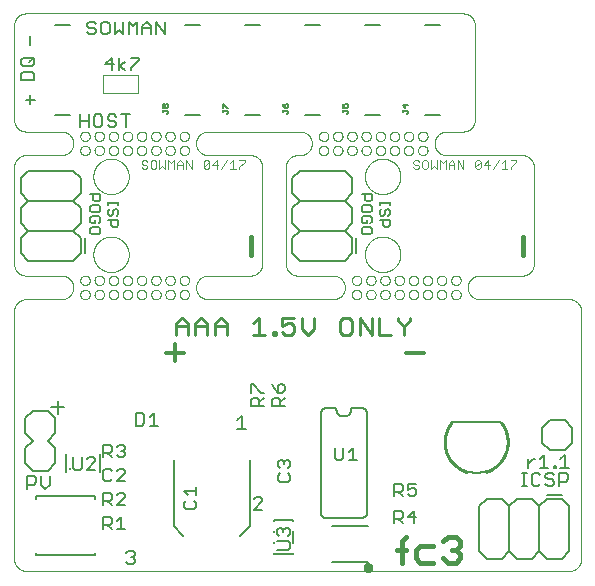
<source format=gto>
G75*
%MOIN*%
%OFA0B0*%
%FSLAX25Y25*%
%IPPOS*%
%LPD*%
%AMOC8*
5,1,8,0,0,1.08239X$1,22.5*
%
%ADD10C,0.00000*%
%ADD11C,0.00700*%
%ADD12C,0.01100*%
%ADD13C,0.00800*%
%ADD14C,0.01500*%
%ADD15C,0.00500*%
%ADD16C,0.01600*%
%ADD17C,0.00400*%
%ADD18C,0.00600*%
%ADD19C,0.00787*%
%ADD20C,0.00787*%
%ADD21C,0.01200*%
%ADD22C,0.00080*%
%ADD23C,0.00394*%
D10*
X0010681Y0060307D02*
X0191783Y0060307D01*
X0191907Y0060309D01*
X0192030Y0060315D01*
X0192154Y0060324D01*
X0192276Y0060338D01*
X0192399Y0060355D01*
X0192521Y0060377D01*
X0192642Y0060402D01*
X0192762Y0060431D01*
X0192881Y0060463D01*
X0193000Y0060500D01*
X0193117Y0060540D01*
X0193232Y0060583D01*
X0193347Y0060631D01*
X0193459Y0060682D01*
X0193570Y0060736D01*
X0193680Y0060794D01*
X0193787Y0060855D01*
X0193893Y0060920D01*
X0193996Y0060988D01*
X0194097Y0061059D01*
X0194196Y0061133D01*
X0194293Y0061210D01*
X0194387Y0061291D01*
X0194478Y0061374D01*
X0194567Y0061460D01*
X0194653Y0061549D01*
X0194736Y0061640D01*
X0194817Y0061734D01*
X0194894Y0061831D01*
X0194968Y0061930D01*
X0195039Y0062031D01*
X0195107Y0062134D01*
X0195172Y0062240D01*
X0195233Y0062347D01*
X0195291Y0062457D01*
X0195345Y0062568D01*
X0195396Y0062680D01*
X0195444Y0062795D01*
X0195487Y0062910D01*
X0195527Y0063027D01*
X0195564Y0063146D01*
X0195596Y0063265D01*
X0195625Y0063385D01*
X0195650Y0063506D01*
X0195672Y0063628D01*
X0195689Y0063751D01*
X0195703Y0063873D01*
X0195712Y0063997D01*
X0195718Y0064120D01*
X0195720Y0064244D01*
X0195720Y0146921D01*
X0195718Y0147045D01*
X0195712Y0147168D01*
X0195703Y0147292D01*
X0195689Y0147414D01*
X0195672Y0147537D01*
X0195650Y0147659D01*
X0195625Y0147780D01*
X0195596Y0147900D01*
X0195564Y0148019D01*
X0195527Y0148138D01*
X0195487Y0148255D01*
X0195444Y0148370D01*
X0195396Y0148485D01*
X0195345Y0148597D01*
X0195291Y0148708D01*
X0195233Y0148818D01*
X0195172Y0148925D01*
X0195107Y0149031D01*
X0195039Y0149134D01*
X0194968Y0149235D01*
X0194894Y0149334D01*
X0194817Y0149431D01*
X0194736Y0149525D01*
X0194653Y0149616D01*
X0194567Y0149705D01*
X0194478Y0149791D01*
X0194387Y0149874D01*
X0194293Y0149955D01*
X0194196Y0150032D01*
X0194097Y0150106D01*
X0193996Y0150177D01*
X0193893Y0150245D01*
X0193787Y0150310D01*
X0193680Y0150371D01*
X0193570Y0150429D01*
X0193459Y0150483D01*
X0193347Y0150534D01*
X0193232Y0150582D01*
X0193117Y0150625D01*
X0193000Y0150665D01*
X0192881Y0150702D01*
X0192762Y0150734D01*
X0192642Y0150763D01*
X0192521Y0150788D01*
X0192399Y0150810D01*
X0192276Y0150827D01*
X0192154Y0150841D01*
X0192030Y0150850D01*
X0191907Y0150856D01*
X0191783Y0150858D01*
X0161862Y0150858D01*
X0157925Y0154795D02*
X0157927Y0154919D01*
X0157933Y0155042D01*
X0157942Y0155166D01*
X0157956Y0155288D01*
X0157973Y0155411D01*
X0157995Y0155533D01*
X0158020Y0155654D01*
X0158049Y0155774D01*
X0158081Y0155893D01*
X0158118Y0156012D01*
X0158158Y0156129D01*
X0158201Y0156244D01*
X0158249Y0156359D01*
X0158300Y0156471D01*
X0158354Y0156582D01*
X0158412Y0156692D01*
X0158473Y0156799D01*
X0158538Y0156905D01*
X0158606Y0157008D01*
X0158677Y0157109D01*
X0158751Y0157208D01*
X0158828Y0157305D01*
X0158909Y0157399D01*
X0158992Y0157490D01*
X0159078Y0157579D01*
X0159167Y0157665D01*
X0159258Y0157748D01*
X0159352Y0157829D01*
X0159449Y0157906D01*
X0159548Y0157980D01*
X0159649Y0158051D01*
X0159752Y0158119D01*
X0159858Y0158184D01*
X0159965Y0158245D01*
X0160075Y0158303D01*
X0160186Y0158357D01*
X0160298Y0158408D01*
X0160413Y0158456D01*
X0160528Y0158499D01*
X0160645Y0158539D01*
X0160764Y0158576D01*
X0160883Y0158608D01*
X0161003Y0158637D01*
X0161124Y0158662D01*
X0161246Y0158684D01*
X0161369Y0158701D01*
X0161491Y0158715D01*
X0161615Y0158724D01*
X0161738Y0158730D01*
X0161862Y0158732D01*
X0176035Y0158732D01*
X0176159Y0158734D01*
X0176282Y0158740D01*
X0176406Y0158749D01*
X0176528Y0158763D01*
X0176651Y0158780D01*
X0176773Y0158802D01*
X0176894Y0158827D01*
X0177014Y0158856D01*
X0177133Y0158888D01*
X0177252Y0158925D01*
X0177369Y0158965D01*
X0177484Y0159008D01*
X0177599Y0159056D01*
X0177711Y0159107D01*
X0177822Y0159161D01*
X0177932Y0159219D01*
X0178039Y0159280D01*
X0178145Y0159345D01*
X0178248Y0159413D01*
X0178349Y0159484D01*
X0178448Y0159558D01*
X0178545Y0159635D01*
X0178639Y0159716D01*
X0178730Y0159799D01*
X0178819Y0159885D01*
X0178905Y0159974D01*
X0178988Y0160065D01*
X0179069Y0160159D01*
X0179146Y0160256D01*
X0179220Y0160355D01*
X0179291Y0160456D01*
X0179359Y0160559D01*
X0179424Y0160665D01*
X0179485Y0160772D01*
X0179543Y0160882D01*
X0179597Y0160993D01*
X0179648Y0161105D01*
X0179696Y0161220D01*
X0179739Y0161335D01*
X0179779Y0161452D01*
X0179816Y0161571D01*
X0179848Y0161690D01*
X0179877Y0161810D01*
X0179902Y0161931D01*
X0179924Y0162053D01*
X0179941Y0162176D01*
X0179955Y0162298D01*
X0179964Y0162422D01*
X0179970Y0162545D01*
X0179972Y0162669D01*
X0179972Y0194953D01*
X0179970Y0195077D01*
X0179964Y0195200D01*
X0179955Y0195324D01*
X0179941Y0195446D01*
X0179924Y0195569D01*
X0179902Y0195691D01*
X0179877Y0195812D01*
X0179848Y0195932D01*
X0179816Y0196051D01*
X0179779Y0196170D01*
X0179739Y0196287D01*
X0179696Y0196402D01*
X0179648Y0196517D01*
X0179597Y0196629D01*
X0179543Y0196740D01*
X0179485Y0196850D01*
X0179424Y0196957D01*
X0179359Y0197063D01*
X0179291Y0197166D01*
X0179220Y0197267D01*
X0179146Y0197366D01*
X0179069Y0197463D01*
X0178988Y0197557D01*
X0178905Y0197648D01*
X0178819Y0197737D01*
X0178730Y0197823D01*
X0178639Y0197906D01*
X0178545Y0197987D01*
X0178448Y0198064D01*
X0178349Y0198138D01*
X0178248Y0198209D01*
X0178145Y0198277D01*
X0178039Y0198342D01*
X0177932Y0198403D01*
X0177822Y0198461D01*
X0177711Y0198515D01*
X0177599Y0198566D01*
X0177484Y0198614D01*
X0177369Y0198657D01*
X0177252Y0198697D01*
X0177133Y0198734D01*
X0177014Y0198766D01*
X0176894Y0198795D01*
X0176773Y0198820D01*
X0176651Y0198842D01*
X0176528Y0198859D01*
X0176406Y0198873D01*
X0176282Y0198882D01*
X0176159Y0198888D01*
X0176035Y0198890D01*
X0150839Y0198890D01*
X0146902Y0202827D02*
X0146904Y0202951D01*
X0146910Y0203074D01*
X0146919Y0203198D01*
X0146933Y0203320D01*
X0146950Y0203443D01*
X0146972Y0203565D01*
X0146997Y0203686D01*
X0147026Y0203806D01*
X0147058Y0203925D01*
X0147095Y0204044D01*
X0147135Y0204161D01*
X0147178Y0204276D01*
X0147226Y0204391D01*
X0147277Y0204503D01*
X0147331Y0204614D01*
X0147389Y0204724D01*
X0147450Y0204831D01*
X0147515Y0204937D01*
X0147583Y0205040D01*
X0147654Y0205141D01*
X0147728Y0205240D01*
X0147805Y0205337D01*
X0147886Y0205431D01*
X0147969Y0205522D01*
X0148055Y0205611D01*
X0148144Y0205697D01*
X0148235Y0205780D01*
X0148329Y0205861D01*
X0148426Y0205938D01*
X0148525Y0206012D01*
X0148626Y0206083D01*
X0148729Y0206151D01*
X0148835Y0206216D01*
X0148942Y0206277D01*
X0149052Y0206335D01*
X0149163Y0206389D01*
X0149275Y0206440D01*
X0149390Y0206488D01*
X0149505Y0206531D01*
X0149622Y0206571D01*
X0149741Y0206608D01*
X0149860Y0206640D01*
X0149980Y0206669D01*
X0150101Y0206694D01*
X0150223Y0206716D01*
X0150346Y0206733D01*
X0150468Y0206747D01*
X0150592Y0206756D01*
X0150715Y0206762D01*
X0150839Y0206764D01*
X0156350Y0206764D01*
X0156474Y0206766D01*
X0156597Y0206772D01*
X0156721Y0206781D01*
X0156843Y0206795D01*
X0156966Y0206812D01*
X0157088Y0206834D01*
X0157209Y0206859D01*
X0157329Y0206888D01*
X0157448Y0206920D01*
X0157567Y0206957D01*
X0157684Y0206997D01*
X0157799Y0207040D01*
X0157914Y0207088D01*
X0158026Y0207139D01*
X0158137Y0207193D01*
X0158247Y0207251D01*
X0158354Y0207312D01*
X0158460Y0207377D01*
X0158563Y0207445D01*
X0158664Y0207516D01*
X0158763Y0207590D01*
X0158860Y0207667D01*
X0158954Y0207748D01*
X0159045Y0207831D01*
X0159134Y0207917D01*
X0159220Y0208006D01*
X0159303Y0208097D01*
X0159384Y0208191D01*
X0159461Y0208288D01*
X0159535Y0208387D01*
X0159606Y0208488D01*
X0159674Y0208591D01*
X0159739Y0208697D01*
X0159800Y0208804D01*
X0159858Y0208914D01*
X0159912Y0209025D01*
X0159963Y0209137D01*
X0160011Y0209252D01*
X0160054Y0209367D01*
X0160094Y0209484D01*
X0160131Y0209603D01*
X0160163Y0209722D01*
X0160192Y0209842D01*
X0160217Y0209963D01*
X0160239Y0210085D01*
X0160256Y0210208D01*
X0160270Y0210330D01*
X0160279Y0210454D01*
X0160285Y0210577D01*
X0160287Y0210701D01*
X0160287Y0242197D01*
X0160285Y0242321D01*
X0160279Y0242444D01*
X0160270Y0242568D01*
X0160256Y0242690D01*
X0160239Y0242813D01*
X0160217Y0242935D01*
X0160192Y0243056D01*
X0160163Y0243176D01*
X0160131Y0243295D01*
X0160094Y0243414D01*
X0160054Y0243531D01*
X0160011Y0243646D01*
X0159963Y0243761D01*
X0159912Y0243873D01*
X0159858Y0243984D01*
X0159800Y0244094D01*
X0159739Y0244201D01*
X0159674Y0244307D01*
X0159606Y0244410D01*
X0159535Y0244511D01*
X0159461Y0244610D01*
X0159384Y0244707D01*
X0159303Y0244801D01*
X0159220Y0244892D01*
X0159134Y0244981D01*
X0159045Y0245067D01*
X0158954Y0245150D01*
X0158860Y0245231D01*
X0158763Y0245308D01*
X0158664Y0245382D01*
X0158563Y0245453D01*
X0158460Y0245521D01*
X0158354Y0245586D01*
X0158247Y0245647D01*
X0158137Y0245705D01*
X0158026Y0245759D01*
X0157914Y0245810D01*
X0157799Y0245858D01*
X0157684Y0245901D01*
X0157567Y0245941D01*
X0157448Y0245978D01*
X0157329Y0246010D01*
X0157209Y0246039D01*
X0157088Y0246064D01*
X0156966Y0246086D01*
X0156843Y0246103D01*
X0156721Y0246117D01*
X0156597Y0246126D01*
X0156474Y0246132D01*
X0156350Y0246134D01*
X0010681Y0246134D01*
X0010557Y0246132D01*
X0010434Y0246126D01*
X0010310Y0246117D01*
X0010188Y0246103D01*
X0010065Y0246086D01*
X0009943Y0246064D01*
X0009822Y0246039D01*
X0009702Y0246010D01*
X0009583Y0245978D01*
X0009464Y0245941D01*
X0009347Y0245901D01*
X0009232Y0245858D01*
X0009117Y0245810D01*
X0009005Y0245759D01*
X0008894Y0245705D01*
X0008784Y0245647D01*
X0008677Y0245586D01*
X0008571Y0245521D01*
X0008468Y0245453D01*
X0008367Y0245382D01*
X0008268Y0245308D01*
X0008171Y0245231D01*
X0008077Y0245150D01*
X0007986Y0245067D01*
X0007897Y0244981D01*
X0007811Y0244892D01*
X0007728Y0244801D01*
X0007647Y0244707D01*
X0007570Y0244610D01*
X0007496Y0244511D01*
X0007425Y0244410D01*
X0007357Y0244307D01*
X0007292Y0244201D01*
X0007231Y0244094D01*
X0007173Y0243984D01*
X0007119Y0243873D01*
X0007068Y0243761D01*
X0007020Y0243646D01*
X0006977Y0243531D01*
X0006937Y0243414D01*
X0006900Y0243295D01*
X0006868Y0243176D01*
X0006839Y0243056D01*
X0006814Y0242935D01*
X0006792Y0242813D01*
X0006775Y0242690D01*
X0006761Y0242568D01*
X0006752Y0242444D01*
X0006746Y0242321D01*
X0006744Y0242197D01*
X0006744Y0210701D01*
X0006746Y0210577D01*
X0006752Y0210454D01*
X0006761Y0210330D01*
X0006775Y0210208D01*
X0006792Y0210085D01*
X0006814Y0209963D01*
X0006839Y0209842D01*
X0006868Y0209722D01*
X0006900Y0209603D01*
X0006937Y0209484D01*
X0006977Y0209367D01*
X0007020Y0209252D01*
X0007068Y0209137D01*
X0007119Y0209025D01*
X0007173Y0208914D01*
X0007231Y0208804D01*
X0007292Y0208697D01*
X0007357Y0208591D01*
X0007425Y0208488D01*
X0007496Y0208387D01*
X0007570Y0208288D01*
X0007647Y0208191D01*
X0007728Y0208097D01*
X0007811Y0208006D01*
X0007897Y0207917D01*
X0007986Y0207831D01*
X0008077Y0207748D01*
X0008171Y0207667D01*
X0008268Y0207590D01*
X0008367Y0207516D01*
X0008468Y0207445D01*
X0008571Y0207377D01*
X0008677Y0207312D01*
X0008784Y0207251D01*
X0008894Y0207193D01*
X0009005Y0207139D01*
X0009117Y0207088D01*
X0009232Y0207040D01*
X0009347Y0206997D01*
X0009464Y0206957D01*
X0009583Y0206920D01*
X0009702Y0206888D01*
X0009822Y0206859D01*
X0009943Y0206834D01*
X0010065Y0206812D01*
X0010188Y0206795D01*
X0010310Y0206781D01*
X0010434Y0206772D01*
X0010557Y0206766D01*
X0010681Y0206764D01*
X0022492Y0206764D01*
X0022616Y0206762D01*
X0022739Y0206756D01*
X0022863Y0206747D01*
X0022985Y0206733D01*
X0023108Y0206716D01*
X0023230Y0206694D01*
X0023351Y0206669D01*
X0023471Y0206640D01*
X0023590Y0206608D01*
X0023709Y0206571D01*
X0023826Y0206531D01*
X0023941Y0206488D01*
X0024056Y0206440D01*
X0024168Y0206389D01*
X0024279Y0206335D01*
X0024389Y0206277D01*
X0024496Y0206216D01*
X0024602Y0206151D01*
X0024705Y0206083D01*
X0024806Y0206012D01*
X0024905Y0205938D01*
X0025002Y0205861D01*
X0025096Y0205780D01*
X0025187Y0205697D01*
X0025276Y0205611D01*
X0025362Y0205522D01*
X0025445Y0205431D01*
X0025526Y0205337D01*
X0025603Y0205240D01*
X0025677Y0205141D01*
X0025748Y0205040D01*
X0025816Y0204937D01*
X0025881Y0204831D01*
X0025942Y0204724D01*
X0026000Y0204614D01*
X0026054Y0204503D01*
X0026105Y0204391D01*
X0026153Y0204276D01*
X0026196Y0204161D01*
X0026236Y0204044D01*
X0026273Y0203925D01*
X0026305Y0203806D01*
X0026334Y0203686D01*
X0026359Y0203565D01*
X0026381Y0203443D01*
X0026398Y0203320D01*
X0026412Y0203198D01*
X0026421Y0203074D01*
X0026427Y0202951D01*
X0026429Y0202827D01*
X0026427Y0202703D01*
X0026421Y0202580D01*
X0026412Y0202456D01*
X0026398Y0202334D01*
X0026381Y0202211D01*
X0026359Y0202089D01*
X0026334Y0201968D01*
X0026305Y0201848D01*
X0026273Y0201729D01*
X0026236Y0201610D01*
X0026196Y0201493D01*
X0026153Y0201378D01*
X0026105Y0201263D01*
X0026054Y0201151D01*
X0026000Y0201040D01*
X0025942Y0200930D01*
X0025881Y0200823D01*
X0025816Y0200717D01*
X0025748Y0200614D01*
X0025677Y0200513D01*
X0025603Y0200414D01*
X0025526Y0200317D01*
X0025445Y0200223D01*
X0025362Y0200132D01*
X0025276Y0200043D01*
X0025187Y0199957D01*
X0025096Y0199874D01*
X0025002Y0199793D01*
X0024905Y0199716D01*
X0024806Y0199642D01*
X0024705Y0199571D01*
X0024602Y0199503D01*
X0024496Y0199438D01*
X0024389Y0199377D01*
X0024279Y0199319D01*
X0024168Y0199265D01*
X0024056Y0199214D01*
X0023941Y0199166D01*
X0023826Y0199123D01*
X0023709Y0199083D01*
X0023590Y0199046D01*
X0023471Y0199014D01*
X0023351Y0198985D01*
X0023230Y0198960D01*
X0023108Y0198938D01*
X0022985Y0198921D01*
X0022863Y0198907D01*
X0022739Y0198898D01*
X0022616Y0198892D01*
X0022492Y0198890D01*
X0010681Y0198890D01*
X0010557Y0198888D01*
X0010434Y0198882D01*
X0010310Y0198873D01*
X0010188Y0198859D01*
X0010065Y0198842D01*
X0009943Y0198820D01*
X0009822Y0198795D01*
X0009702Y0198766D01*
X0009583Y0198734D01*
X0009464Y0198697D01*
X0009347Y0198657D01*
X0009232Y0198614D01*
X0009117Y0198566D01*
X0009005Y0198515D01*
X0008894Y0198461D01*
X0008784Y0198403D01*
X0008677Y0198342D01*
X0008571Y0198277D01*
X0008468Y0198209D01*
X0008367Y0198138D01*
X0008268Y0198064D01*
X0008171Y0197987D01*
X0008077Y0197906D01*
X0007986Y0197823D01*
X0007897Y0197737D01*
X0007811Y0197648D01*
X0007728Y0197557D01*
X0007647Y0197463D01*
X0007570Y0197366D01*
X0007496Y0197267D01*
X0007425Y0197166D01*
X0007357Y0197063D01*
X0007292Y0196957D01*
X0007231Y0196850D01*
X0007173Y0196740D01*
X0007119Y0196629D01*
X0007068Y0196517D01*
X0007020Y0196402D01*
X0006977Y0196287D01*
X0006937Y0196170D01*
X0006900Y0196051D01*
X0006868Y0195932D01*
X0006839Y0195812D01*
X0006814Y0195691D01*
X0006792Y0195569D01*
X0006775Y0195446D01*
X0006761Y0195324D01*
X0006752Y0195200D01*
X0006746Y0195077D01*
X0006744Y0194953D01*
X0006744Y0162669D01*
X0006746Y0162545D01*
X0006752Y0162422D01*
X0006761Y0162298D01*
X0006775Y0162176D01*
X0006792Y0162053D01*
X0006814Y0161931D01*
X0006839Y0161810D01*
X0006868Y0161690D01*
X0006900Y0161571D01*
X0006937Y0161452D01*
X0006977Y0161335D01*
X0007020Y0161220D01*
X0007068Y0161105D01*
X0007119Y0160993D01*
X0007173Y0160882D01*
X0007231Y0160772D01*
X0007292Y0160665D01*
X0007357Y0160559D01*
X0007425Y0160456D01*
X0007496Y0160355D01*
X0007570Y0160256D01*
X0007647Y0160159D01*
X0007728Y0160065D01*
X0007811Y0159974D01*
X0007897Y0159885D01*
X0007986Y0159799D01*
X0008077Y0159716D01*
X0008171Y0159635D01*
X0008268Y0159558D01*
X0008367Y0159484D01*
X0008468Y0159413D01*
X0008571Y0159345D01*
X0008677Y0159280D01*
X0008784Y0159219D01*
X0008894Y0159161D01*
X0009005Y0159107D01*
X0009117Y0159056D01*
X0009232Y0159008D01*
X0009347Y0158965D01*
X0009464Y0158925D01*
X0009583Y0158888D01*
X0009702Y0158856D01*
X0009822Y0158827D01*
X0009943Y0158802D01*
X0010065Y0158780D01*
X0010188Y0158763D01*
X0010310Y0158749D01*
X0010434Y0158740D01*
X0010557Y0158734D01*
X0010681Y0158732D01*
X0022492Y0158732D01*
X0022616Y0158730D01*
X0022739Y0158724D01*
X0022863Y0158715D01*
X0022985Y0158701D01*
X0023108Y0158684D01*
X0023230Y0158662D01*
X0023351Y0158637D01*
X0023471Y0158608D01*
X0023590Y0158576D01*
X0023709Y0158539D01*
X0023826Y0158499D01*
X0023941Y0158456D01*
X0024056Y0158408D01*
X0024168Y0158357D01*
X0024279Y0158303D01*
X0024389Y0158245D01*
X0024496Y0158184D01*
X0024602Y0158119D01*
X0024705Y0158051D01*
X0024806Y0157980D01*
X0024905Y0157906D01*
X0025002Y0157829D01*
X0025096Y0157748D01*
X0025187Y0157665D01*
X0025276Y0157579D01*
X0025362Y0157490D01*
X0025445Y0157399D01*
X0025526Y0157305D01*
X0025603Y0157208D01*
X0025677Y0157109D01*
X0025748Y0157008D01*
X0025816Y0156905D01*
X0025881Y0156799D01*
X0025942Y0156692D01*
X0026000Y0156582D01*
X0026054Y0156471D01*
X0026105Y0156359D01*
X0026153Y0156244D01*
X0026196Y0156129D01*
X0026236Y0156012D01*
X0026273Y0155893D01*
X0026305Y0155774D01*
X0026334Y0155654D01*
X0026359Y0155533D01*
X0026381Y0155411D01*
X0026398Y0155288D01*
X0026412Y0155166D01*
X0026421Y0155042D01*
X0026427Y0154919D01*
X0026429Y0154795D01*
X0026427Y0154671D01*
X0026421Y0154548D01*
X0026412Y0154424D01*
X0026398Y0154302D01*
X0026381Y0154179D01*
X0026359Y0154057D01*
X0026334Y0153936D01*
X0026305Y0153816D01*
X0026273Y0153697D01*
X0026236Y0153578D01*
X0026196Y0153461D01*
X0026153Y0153346D01*
X0026105Y0153231D01*
X0026054Y0153119D01*
X0026000Y0153008D01*
X0025942Y0152898D01*
X0025881Y0152791D01*
X0025816Y0152685D01*
X0025748Y0152582D01*
X0025677Y0152481D01*
X0025603Y0152382D01*
X0025526Y0152285D01*
X0025445Y0152191D01*
X0025362Y0152100D01*
X0025276Y0152011D01*
X0025187Y0151925D01*
X0025096Y0151842D01*
X0025002Y0151761D01*
X0024905Y0151684D01*
X0024806Y0151610D01*
X0024705Y0151539D01*
X0024602Y0151471D01*
X0024496Y0151406D01*
X0024389Y0151345D01*
X0024279Y0151287D01*
X0024168Y0151233D01*
X0024056Y0151182D01*
X0023941Y0151134D01*
X0023826Y0151091D01*
X0023709Y0151051D01*
X0023590Y0151014D01*
X0023471Y0150982D01*
X0023351Y0150953D01*
X0023230Y0150928D01*
X0023108Y0150906D01*
X0022985Y0150889D01*
X0022863Y0150875D01*
X0022739Y0150866D01*
X0022616Y0150860D01*
X0022492Y0150858D01*
X0010681Y0150858D01*
X0010557Y0150856D01*
X0010434Y0150850D01*
X0010310Y0150841D01*
X0010188Y0150827D01*
X0010065Y0150810D01*
X0009943Y0150788D01*
X0009822Y0150763D01*
X0009702Y0150734D01*
X0009583Y0150702D01*
X0009464Y0150665D01*
X0009347Y0150625D01*
X0009232Y0150582D01*
X0009117Y0150534D01*
X0009005Y0150483D01*
X0008894Y0150429D01*
X0008784Y0150371D01*
X0008677Y0150310D01*
X0008571Y0150245D01*
X0008468Y0150177D01*
X0008367Y0150106D01*
X0008268Y0150032D01*
X0008171Y0149955D01*
X0008077Y0149874D01*
X0007986Y0149791D01*
X0007897Y0149705D01*
X0007811Y0149616D01*
X0007728Y0149525D01*
X0007647Y0149431D01*
X0007570Y0149334D01*
X0007496Y0149235D01*
X0007425Y0149134D01*
X0007357Y0149031D01*
X0007292Y0148925D01*
X0007231Y0148818D01*
X0007173Y0148708D01*
X0007119Y0148597D01*
X0007068Y0148485D01*
X0007020Y0148370D01*
X0006977Y0148255D01*
X0006937Y0148138D01*
X0006900Y0148019D01*
X0006868Y0147900D01*
X0006839Y0147780D01*
X0006814Y0147659D01*
X0006792Y0147537D01*
X0006775Y0147414D01*
X0006761Y0147292D01*
X0006752Y0147168D01*
X0006746Y0147045D01*
X0006744Y0146921D01*
X0006744Y0064244D01*
X0006746Y0064120D01*
X0006752Y0063997D01*
X0006761Y0063873D01*
X0006775Y0063751D01*
X0006792Y0063628D01*
X0006814Y0063506D01*
X0006839Y0063385D01*
X0006868Y0063265D01*
X0006900Y0063146D01*
X0006937Y0063027D01*
X0006977Y0062910D01*
X0007020Y0062795D01*
X0007068Y0062680D01*
X0007119Y0062568D01*
X0007173Y0062457D01*
X0007231Y0062347D01*
X0007292Y0062240D01*
X0007357Y0062134D01*
X0007425Y0062031D01*
X0007496Y0061930D01*
X0007570Y0061831D01*
X0007647Y0061734D01*
X0007728Y0061640D01*
X0007811Y0061549D01*
X0007897Y0061460D01*
X0007986Y0061374D01*
X0008077Y0061291D01*
X0008171Y0061210D01*
X0008268Y0061133D01*
X0008367Y0061059D01*
X0008468Y0060988D01*
X0008571Y0060920D01*
X0008677Y0060855D01*
X0008784Y0060794D01*
X0008894Y0060736D01*
X0009005Y0060682D01*
X0009117Y0060631D01*
X0009232Y0060583D01*
X0009347Y0060540D01*
X0009464Y0060500D01*
X0009583Y0060463D01*
X0009702Y0060431D01*
X0009822Y0060402D01*
X0009943Y0060377D01*
X0010065Y0060355D01*
X0010188Y0060338D01*
X0010310Y0060324D01*
X0010434Y0060315D01*
X0010557Y0060309D01*
X0010681Y0060307D01*
X0071311Y0150858D02*
X0113043Y0150858D01*
X0116980Y0154795D02*
X0116978Y0154919D01*
X0116972Y0155042D01*
X0116963Y0155166D01*
X0116949Y0155288D01*
X0116932Y0155411D01*
X0116910Y0155533D01*
X0116885Y0155654D01*
X0116856Y0155774D01*
X0116824Y0155893D01*
X0116787Y0156012D01*
X0116747Y0156129D01*
X0116704Y0156244D01*
X0116656Y0156359D01*
X0116605Y0156471D01*
X0116551Y0156582D01*
X0116493Y0156692D01*
X0116432Y0156799D01*
X0116367Y0156905D01*
X0116299Y0157008D01*
X0116228Y0157109D01*
X0116154Y0157208D01*
X0116077Y0157305D01*
X0115996Y0157399D01*
X0115913Y0157490D01*
X0115827Y0157579D01*
X0115738Y0157665D01*
X0115647Y0157748D01*
X0115553Y0157829D01*
X0115456Y0157906D01*
X0115357Y0157980D01*
X0115256Y0158051D01*
X0115153Y0158119D01*
X0115047Y0158184D01*
X0114940Y0158245D01*
X0114830Y0158303D01*
X0114719Y0158357D01*
X0114607Y0158408D01*
X0114492Y0158456D01*
X0114377Y0158499D01*
X0114260Y0158539D01*
X0114141Y0158576D01*
X0114022Y0158608D01*
X0113902Y0158637D01*
X0113781Y0158662D01*
X0113659Y0158684D01*
X0113536Y0158701D01*
X0113414Y0158715D01*
X0113290Y0158724D01*
X0113167Y0158730D01*
X0113043Y0158732D01*
X0101232Y0158732D01*
X0101108Y0158734D01*
X0100985Y0158740D01*
X0100861Y0158749D01*
X0100739Y0158763D01*
X0100616Y0158780D01*
X0100494Y0158802D01*
X0100373Y0158827D01*
X0100253Y0158856D01*
X0100134Y0158888D01*
X0100015Y0158925D01*
X0099898Y0158965D01*
X0099783Y0159008D01*
X0099668Y0159056D01*
X0099556Y0159107D01*
X0099445Y0159161D01*
X0099335Y0159219D01*
X0099228Y0159280D01*
X0099122Y0159345D01*
X0099019Y0159413D01*
X0098918Y0159484D01*
X0098819Y0159558D01*
X0098722Y0159635D01*
X0098628Y0159716D01*
X0098537Y0159799D01*
X0098448Y0159885D01*
X0098362Y0159974D01*
X0098279Y0160065D01*
X0098198Y0160159D01*
X0098121Y0160256D01*
X0098047Y0160355D01*
X0097976Y0160456D01*
X0097908Y0160559D01*
X0097843Y0160665D01*
X0097782Y0160772D01*
X0097724Y0160882D01*
X0097670Y0160993D01*
X0097619Y0161105D01*
X0097571Y0161220D01*
X0097528Y0161335D01*
X0097488Y0161452D01*
X0097451Y0161571D01*
X0097419Y0161690D01*
X0097390Y0161810D01*
X0097365Y0161931D01*
X0097343Y0162053D01*
X0097326Y0162176D01*
X0097312Y0162298D01*
X0097303Y0162422D01*
X0097297Y0162545D01*
X0097295Y0162669D01*
X0097295Y0194953D01*
X0097297Y0195077D01*
X0097303Y0195200D01*
X0097312Y0195324D01*
X0097326Y0195446D01*
X0097343Y0195569D01*
X0097365Y0195691D01*
X0097390Y0195812D01*
X0097419Y0195932D01*
X0097451Y0196051D01*
X0097488Y0196170D01*
X0097528Y0196287D01*
X0097571Y0196402D01*
X0097619Y0196517D01*
X0097670Y0196629D01*
X0097724Y0196740D01*
X0097782Y0196850D01*
X0097843Y0196957D01*
X0097908Y0197063D01*
X0097976Y0197166D01*
X0098047Y0197267D01*
X0098121Y0197366D01*
X0098198Y0197463D01*
X0098279Y0197557D01*
X0098362Y0197648D01*
X0098448Y0197737D01*
X0098537Y0197823D01*
X0098628Y0197906D01*
X0098722Y0197987D01*
X0098819Y0198064D01*
X0098918Y0198138D01*
X0099019Y0198209D01*
X0099122Y0198277D01*
X0099228Y0198342D01*
X0099335Y0198403D01*
X0099445Y0198461D01*
X0099556Y0198515D01*
X0099668Y0198566D01*
X0099783Y0198614D01*
X0099898Y0198657D01*
X0100015Y0198697D01*
X0100134Y0198734D01*
X0100253Y0198766D01*
X0100373Y0198795D01*
X0100494Y0198820D01*
X0100616Y0198842D01*
X0100739Y0198859D01*
X0100861Y0198873D01*
X0100985Y0198882D01*
X0101108Y0198888D01*
X0101232Y0198890D01*
X0102020Y0198890D01*
X0105957Y0202827D02*
X0105955Y0202951D01*
X0105949Y0203074D01*
X0105940Y0203198D01*
X0105926Y0203320D01*
X0105909Y0203443D01*
X0105887Y0203565D01*
X0105862Y0203686D01*
X0105833Y0203806D01*
X0105801Y0203925D01*
X0105764Y0204044D01*
X0105724Y0204161D01*
X0105681Y0204276D01*
X0105633Y0204391D01*
X0105582Y0204503D01*
X0105528Y0204614D01*
X0105470Y0204724D01*
X0105409Y0204831D01*
X0105344Y0204937D01*
X0105276Y0205040D01*
X0105205Y0205141D01*
X0105131Y0205240D01*
X0105054Y0205337D01*
X0104973Y0205431D01*
X0104890Y0205522D01*
X0104804Y0205611D01*
X0104715Y0205697D01*
X0104624Y0205780D01*
X0104530Y0205861D01*
X0104433Y0205938D01*
X0104334Y0206012D01*
X0104233Y0206083D01*
X0104130Y0206151D01*
X0104024Y0206216D01*
X0103917Y0206277D01*
X0103807Y0206335D01*
X0103696Y0206389D01*
X0103584Y0206440D01*
X0103469Y0206488D01*
X0103354Y0206531D01*
X0103237Y0206571D01*
X0103118Y0206608D01*
X0102999Y0206640D01*
X0102879Y0206669D01*
X0102758Y0206694D01*
X0102636Y0206716D01*
X0102513Y0206733D01*
X0102391Y0206747D01*
X0102267Y0206756D01*
X0102144Y0206762D01*
X0102020Y0206764D01*
X0071311Y0206764D01*
X0071187Y0206762D01*
X0071064Y0206756D01*
X0070940Y0206747D01*
X0070818Y0206733D01*
X0070695Y0206716D01*
X0070573Y0206694D01*
X0070452Y0206669D01*
X0070332Y0206640D01*
X0070213Y0206608D01*
X0070094Y0206571D01*
X0069977Y0206531D01*
X0069862Y0206488D01*
X0069747Y0206440D01*
X0069635Y0206389D01*
X0069524Y0206335D01*
X0069414Y0206277D01*
X0069307Y0206216D01*
X0069201Y0206151D01*
X0069098Y0206083D01*
X0068997Y0206012D01*
X0068898Y0205938D01*
X0068801Y0205861D01*
X0068707Y0205780D01*
X0068616Y0205697D01*
X0068527Y0205611D01*
X0068441Y0205522D01*
X0068358Y0205431D01*
X0068277Y0205337D01*
X0068200Y0205240D01*
X0068126Y0205141D01*
X0068055Y0205040D01*
X0067987Y0204937D01*
X0067922Y0204831D01*
X0067861Y0204724D01*
X0067803Y0204614D01*
X0067749Y0204503D01*
X0067698Y0204391D01*
X0067650Y0204276D01*
X0067607Y0204161D01*
X0067567Y0204044D01*
X0067530Y0203925D01*
X0067498Y0203806D01*
X0067469Y0203686D01*
X0067444Y0203565D01*
X0067422Y0203443D01*
X0067405Y0203320D01*
X0067391Y0203198D01*
X0067382Y0203074D01*
X0067376Y0202951D01*
X0067374Y0202827D01*
X0067376Y0202703D01*
X0067382Y0202580D01*
X0067391Y0202456D01*
X0067405Y0202334D01*
X0067422Y0202211D01*
X0067444Y0202089D01*
X0067469Y0201968D01*
X0067498Y0201848D01*
X0067530Y0201729D01*
X0067567Y0201610D01*
X0067607Y0201493D01*
X0067650Y0201378D01*
X0067698Y0201263D01*
X0067749Y0201151D01*
X0067803Y0201040D01*
X0067861Y0200930D01*
X0067922Y0200823D01*
X0067987Y0200717D01*
X0068055Y0200614D01*
X0068126Y0200513D01*
X0068200Y0200414D01*
X0068277Y0200317D01*
X0068358Y0200223D01*
X0068441Y0200132D01*
X0068527Y0200043D01*
X0068616Y0199957D01*
X0068707Y0199874D01*
X0068801Y0199793D01*
X0068898Y0199716D01*
X0068997Y0199642D01*
X0069098Y0199571D01*
X0069201Y0199503D01*
X0069307Y0199438D01*
X0069414Y0199377D01*
X0069524Y0199319D01*
X0069635Y0199265D01*
X0069747Y0199214D01*
X0069862Y0199166D01*
X0069977Y0199123D01*
X0070094Y0199083D01*
X0070213Y0199046D01*
X0070332Y0199014D01*
X0070452Y0198985D01*
X0070573Y0198960D01*
X0070695Y0198938D01*
X0070818Y0198921D01*
X0070940Y0198907D01*
X0071064Y0198898D01*
X0071187Y0198892D01*
X0071311Y0198890D01*
X0085484Y0198890D01*
X0085608Y0198888D01*
X0085731Y0198882D01*
X0085855Y0198873D01*
X0085977Y0198859D01*
X0086100Y0198842D01*
X0086222Y0198820D01*
X0086343Y0198795D01*
X0086463Y0198766D01*
X0086582Y0198734D01*
X0086701Y0198697D01*
X0086818Y0198657D01*
X0086933Y0198614D01*
X0087048Y0198566D01*
X0087160Y0198515D01*
X0087271Y0198461D01*
X0087381Y0198403D01*
X0087488Y0198342D01*
X0087594Y0198277D01*
X0087697Y0198209D01*
X0087798Y0198138D01*
X0087897Y0198064D01*
X0087994Y0197987D01*
X0088088Y0197906D01*
X0088179Y0197823D01*
X0088268Y0197737D01*
X0088354Y0197648D01*
X0088437Y0197557D01*
X0088518Y0197463D01*
X0088595Y0197366D01*
X0088669Y0197267D01*
X0088740Y0197166D01*
X0088808Y0197063D01*
X0088873Y0196957D01*
X0088934Y0196850D01*
X0088992Y0196740D01*
X0089046Y0196629D01*
X0089097Y0196517D01*
X0089145Y0196402D01*
X0089188Y0196287D01*
X0089228Y0196170D01*
X0089265Y0196051D01*
X0089297Y0195932D01*
X0089326Y0195812D01*
X0089351Y0195691D01*
X0089373Y0195569D01*
X0089390Y0195446D01*
X0089404Y0195324D01*
X0089413Y0195200D01*
X0089419Y0195077D01*
X0089421Y0194953D01*
X0089421Y0162669D01*
X0089419Y0162545D01*
X0089413Y0162422D01*
X0089404Y0162298D01*
X0089390Y0162176D01*
X0089373Y0162053D01*
X0089351Y0161931D01*
X0089326Y0161810D01*
X0089297Y0161690D01*
X0089265Y0161571D01*
X0089228Y0161452D01*
X0089188Y0161335D01*
X0089145Y0161220D01*
X0089097Y0161105D01*
X0089046Y0160993D01*
X0088992Y0160882D01*
X0088934Y0160772D01*
X0088873Y0160665D01*
X0088808Y0160559D01*
X0088740Y0160456D01*
X0088669Y0160355D01*
X0088595Y0160256D01*
X0088518Y0160159D01*
X0088437Y0160065D01*
X0088354Y0159974D01*
X0088268Y0159885D01*
X0088179Y0159799D01*
X0088088Y0159716D01*
X0087994Y0159635D01*
X0087897Y0159558D01*
X0087798Y0159484D01*
X0087697Y0159413D01*
X0087594Y0159345D01*
X0087488Y0159280D01*
X0087381Y0159219D01*
X0087271Y0159161D01*
X0087160Y0159107D01*
X0087048Y0159056D01*
X0086933Y0159008D01*
X0086818Y0158965D01*
X0086701Y0158925D01*
X0086582Y0158888D01*
X0086463Y0158856D01*
X0086343Y0158827D01*
X0086222Y0158802D01*
X0086100Y0158780D01*
X0085977Y0158763D01*
X0085855Y0158749D01*
X0085731Y0158740D01*
X0085608Y0158734D01*
X0085484Y0158732D01*
X0071311Y0158732D01*
X0071187Y0158730D01*
X0071064Y0158724D01*
X0070940Y0158715D01*
X0070818Y0158701D01*
X0070695Y0158684D01*
X0070573Y0158662D01*
X0070452Y0158637D01*
X0070332Y0158608D01*
X0070213Y0158576D01*
X0070094Y0158539D01*
X0069977Y0158499D01*
X0069862Y0158456D01*
X0069747Y0158408D01*
X0069635Y0158357D01*
X0069524Y0158303D01*
X0069414Y0158245D01*
X0069307Y0158184D01*
X0069201Y0158119D01*
X0069098Y0158051D01*
X0068997Y0157980D01*
X0068898Y0157906D01*
X0068801Y0157829D01*
X0068707Y0157748D01*
X0068616Y0157665D01*
X0068527Y0157579D01*
X0068441Y0157490D01*
X0068358Y0157399D01*
X0068277Y0157305D01*
X0068200Y0157208D01*
X0068126Y0157109D01*
X0068055Y0157008D01*
X0067987Y0156905D01*
X0067922Y0156799D01*
X0067861Y0156692D01*
X0067803Y0156582D01*
X0067749Y0156471D01*
X0067698Y0156359D01*
X0067650Y0156244D01*
X0067607Y0156129D01*
X0067567Y0156012D01*
X0067530Y0155893D01*
X0067498Y0155774D01*
X0067469Y0155654D01*
X0067444Y0155533D01*
X0067422Y0155411D01*
X0067405Y0155288D01*
X0067391Y0155166D01*
X0067382Y0155042D01*
X0067376Y0154919D01*
X0067374Y0154795D01*
X0067376Y0154671D01*
X0067382Y0154548D01*
X0067391Y0154424D01*
X0067405Y0154302D01*
X0067422Y0154179D01*
X0067444Y0154057D01*
X0067469Y0153936D01*
X0067498Y0153816D01*
X0067530Y0153697D01*
X0067567Y0153578D01*
X0067607Y0153461D01*
X0067650Y0153346D01*
X0067698Y0153231D01*
X0067749Y0153119D01*
X0067803Y0153008D01*
X0067861Y0152898D01*
X0067922Y0152791D01*
X0067987Y0152685D01*
X0068055Y0152582D01*
X0068126Y0152481D01*
X0068200Y0152382D01*
X0068277Y0152285D01*
X0068358Y0152191D01*
X0068441Y0152100D01*
X0068527Y0152011D01*
X0068616Y0151925D01*
X0068707Y0151842D01*
X0068801Y0151761D01*
X0068898Y0151684D01*
X0068997Y0151610D01*
X0069098Y0151539D01*
X0069201Y0151471D01*
X0069307Y0151406D01*
X0069414Y0151345D01*
X0069524Y0151287D01*
X0069635Y0151233D01*
X0069747Y0151182D01*
X0069862Y0151134D01*
X0069977Y0151091D01*
X0070094Y0151051D01*
X0070213Y0151014D01*
X0070332Y0150982D01*
X0070452Y0150953D01*
X0070573Y0150928D01*
X0070695Y0150906D01*
X0070818Y0150889D01*
X0070940Y0150875D01*
X0071064Y0150866D01*
X0071187Y0150860D01*
X0071311Y0150858D01*
X0061862Y0152433D02*
X0061864Y0152512D01*
X0061870Y0152591D01*
X0061880Y0152670D01*
X0061894Y0152748D01*
X0061911Y0152825D01*
X0061933Y0152901D01*
X0061958Y0152976D01*
X0061988Y0153049D01*
X0062020Y0153121D01*
X0062057Y0153192D01*
X0062097Y0153260D01*
X0062140Y0153326D01*
X0062186Y0153390D01*
X0062236Y0153452D01*
X0062289Y0153511D01*
X0062344Y0153567D01*
X0062403Y0153621D01*
X0062464Y0153671D01*
X0062527Y0153719D01*
X0062593Y0153763D01*
X0062661Y0153804D01*
X0062731Y0153841D01*
X0062802Y0153875D01*
X0062876Y0153905D01*
X0062950Y0153931D01*
X0063026Y0153953D01*
X0063103Y0153972D01*
X0063181Y0153987D01*
X0063259Y0153998D01*
X0063338Y0154005D01*
X0063417Y0154008D01*
X0063496Y0154007D01*
X0063575Y0154002D01*
X0063654Y0153993D01*
X0063732Y0153980D01*
X0063809Y0153963D01*
X0063886Y0153943D01*
X0063961Y0153918D01*
X0064035Y0153890D01*
X0064108Y0153858D01*
X0064178Y0153823D01*
X0064247Y0153784D01*
X0064314Y0153741D01*
X0064379Y0153695D01*
X0064441Y0153647D01*
X0064501Y0153595D01*
X0064558Y0153540D01*
X0064612Y0153482D01*
X0064663Y0153422D01*
X0064711Y0153359D01*
X0064756Y0153294D01*
X0064798Y0153226D01*
X0064836Y0153157D01*
X0064870Y0153086D01*
X0064901Y0153013D01*
X0064929Y0152938D01*
X0064952Y0152863D01*
X0064972Y0152786D01*
X0064988Y0152709D01*
X0065000Y0152630D01*
X0065008Y0152552D01*
X0065012Y0152473D01*
X0065012Y0152393D01*
X0065008Y0152314D01*
X0065000Y0152236D01*
X0064988Y0152157D01*
X0064972Y0152080D01*
X0064952Y0152003D01*
X0064929Y0151928D01*
X0064901Y0151853D01*
X0064870Y0151780D01*
X0064836Y0151709D01*
X0064798Y0151640D01*
X0064756Y0151572D01*
X0064711Y0151507D01*
X0064663Y0151444D01*
X0064612Y0151384D01*
X0064558Y0151326D01*
X0064501Y0151271D01*
X0064441Y0151219D01*
X0064379Y0151171D01*
X0064314Y0151125D01*
X0064247Y0151082D01*
X0064178Y0151043D01*
X0064108Y0151008D01*
X0064035Y0150976D01*
X0063961Y0150948D01*
X0063886Y0150923D01*
X0063809Y0150903D01*
X0063732Y0150886D01*
X0063654Y0150873D01*
X0063575Y0150864D01*
X0063496Y0150859D01*
X0063417Y0150858D01*
X0063338Y0150861D01*
X0063259Y0150868D01*
X0063181Y0150879D01*
X0063103Y0150894D01*
X0063026Y0150913D01*
X0062950Y0150935D01*
X0062876Y0150961D01*
X0062802Y0150991D01*
X0062731Y0151025D01*
X0062661Y0151062D01*
X0062593Y0151103D01*
X0062527Y0151147D01*
X0062464Y0151195D01*
X0062403Y0151245D01*
X0062344Y0151299D01*
X0062289Y0151355D01*
X0062236Y0151414D01*
X0062186Y0151476D01*
X0062140Y0151540D01*
X0062097Y0151606D01*
X0062057Y0151674D01*
X0062020Y0151745D01*
X0061988Y0151817D01*
X0061958Y0151890D01*
X0061933Y0151965D01*
X0061911Y0152041D01*
X0061894Y0152118D01*
X0061880Y0152196D01*
X0061870Y0152275D01*
X0061864Y0152354D01*
X0061862Y0152433D01*
X0057138Y0152433D02*
X0057140Y0152512D01*
X0057146Y0152591D01*
X0057156Y0152670D01*
X0057170Y0152748D01*
X0057187Y0152825D01*
X0057209Y0152901D01*
X0057234Y0152976D01*
X0057264Y0153049D01*
X0057296Y0153121D01*
X0057333Y0153192D01*
X0057373Y0153260D01*
X0057416Y0153326D01*
X0057462Y0153390D01*
X0057512Y0153452D01*
X0057565Y0153511D01*
X0057620Y0153567D01*
X0057679Y0153621D01*
X0057740Y0153671D01*
X0057803Y0153719D01*
X0057869Y0153763D01*
X0057937Y0153804D01*
X0058007Y0153841D01*
X0058078Y0153875D01*
X0058152Y0153905D01*
X0058226Y0153931D01*
X0058302Y0153953D01*
X0058379Y0153972D01*
X0058457Y0153987D01*
X0058535Y0153998D01*
X0058614Y0154005D01*
X0058693Y0154008D01*
X0058772Y0154007D01*
X0058851Y0154002D01*
X0058930Y0153993D01*
X0059008Y0153980D01*
X0059085Y0153963D01*
X0059162Y0153943D01*
X0059237Y0153918D01*
X0059311Y0153890D01*
X0059384Y0153858D01*
X0059454Y0153823D01*
X0059523Y0153784D01*
X0059590Y0153741D01*
X0059655Y0153695D01*
X0059717Y0153647D01*
X0059777Y0153595D01*
X0059834Y0153540D01*
X0059888Y0153482D01*
X0059939Y0153422D01*
X0059987Y0153359D01*
X0060032Y0153294D01*
X0060074Y0153226D01*
X0060112Y0153157D01*
X0060146Y0153086D01*
X0060177Y0153013D01*
X0060205Y0152938D01*
X0060228Y0152863D01*
X0060248Y0152786D01*
X0060264Y0152709D01*
X0060276Y0152630D01*
X0060284Y0152552D01*
X0060288Y0152473D01*
X0060288Y0152393D01*
X0060284Y0152314D01*
X0060276Y0152236D01*
X0060264Y0152157D01*
X0060248Y0152080D01*
X0060228Y0152003D01*
X0060205Y0151928D01*
X0060177Y0151853D01*
X0060146Y0151780D01*
X0060112Y0151709D01*
X0060074Y0151640D01*
X0060032Y0151572D01*
X0059987Y0151507D01*
X0059939Y0151444D01*
X0059888Y0151384D01*
X0059834Y0151326D01*
X0059777Y0151271D01*
X0059717Y0151219D01*
X0059655Y0151171D01*
X0059590Y0151125D01*
X0059523Y0151082D01*
X0059454Y0151043D01*
X0059384Y0151008D01*
X0059311Y0150976D01*
X0059237Y0150948D01*
X0059162Y0150923D01*
X0059085Y0150903D01*
X0059008Y0150886D01*
X0058930Y0150873D01*
X0058851Y0150864D01*
X0058772Y0150859D01*
X0058693Y0150858D01*
X0058614Y0150861D01*
X0058535Y0150868D01*
X0058457Y0150879D01*
X0058379Y0150894D01*
X0058302Y0150913D01*
X0058226Y0150935D01*
X0058152Y0150961D01*
X0058078Y0150991D01*
X0058007Y0151025D01*
X0057937Y0151062D01*
X0057869Y0151103D01*
X0057803Y0151147D01*
X0057740Y0151195D01*
X0057679Y0151245D01*
X0057620Y0151299D01*
X0057565Y0151355D01*
X0057512Y0151414D01*
X0057462Y0151476D01*
X0057416Y0151540D01*
X0057373Y0151606D01*
X0057333Y0151674D01*
X0057296Y0151745D01*
X0057264Y0151817D01*
X0057234Y0151890D01*
X0057209Y0151965D01*
X0057187Y0152041D01*
X0057170Y0152118D01*
X0057156Y0152196D01*
X0057146Y0152275D01*
X0057140Y0152354D01*
X0057138Y0152433D01*
X0052413Y0152433D02*
X0052415Y0152512D01*
X0052421Y0152591D01*
X0052431Y0152670D01*
X0052445Y0152748D01*
X0052462Y0152825D01*
X0052484Y0152901D01*
X0052509Y0152976D01*
X0052539Y0153049D01*
X0052571Y0153121D01*
X0052608Y0153192D01*
X0052648Y0153260D01*
X0052691Y0153326D01*
X0052737Y0153390D01*
X0052787Y0153452D01*
X0052840Y0153511D01*
X0052895Y0153567D01*
X0052954Y0153621D01*
X0053015Y0153671D01*
X0053078Y0153719D01*
X0053144Y0153763D01*
X0053212Y0153804D01*
X0053282Y0153841D01*
X0053353Y0153875D01*
X0053427Y0153905D01*
X0053501Y0153931D01*
X0053577Y0153953D01*
X0053654Y0153972D01*
X0053732Y0153987D01*
X0053810Y0153998D01*
X0053889Y0154005D01*
X0053968Y0154008D01*
X0054047Y0154007D01*
X0054126Y0154002D01*
X0054205Y0153993D01*
X0054283Y0153980D01*
X0054360Y0153963D01*
X0054437Y0153943D01*
X0054512Y0153918D01*
X0054586Y0153890D01*
X0054659Y0153858D01*
X0054729Y0153823D01*
X0054798Y0153784D01*
X0054865Y0153741D01*
X0054930Y0153695D01*
X0054992Y0153647D01*
X0055052Y0153595D01*
X0055109Y0153540D01*
X0055163Y0153482D01*
X0055214Y0153422D01*
X0055262Y0153359D01*
X0055307Y0153294D01*
X0055349Y0153226D01*
X0055387Y0153157D01*
X0055421Y0153086D01*
X0055452Y0153013D01*
X0055480Y0152938D01*
X0055503Y0152863D01*
X0055523Y0152786D01*
X0055539Y0152709D01*
X0055551Y0152630D01*
X0055559Y0152552D01*
X0055563Y0152473D01*
X0055563Y0152393D01*
X0055559Y0152314D01*
X0055551Y0152236D01*
X0055539Y0152157D01*
X0055523Y0152080D01*
X0055503Y0152003D01*
X0055480Y0151928D01*
X0055452Y0151853D01*
X0055421Y0151780D01*
X0055387Y0151709D01*
X0055349Y0151640D01*
X0055307Y0151572D01*
X0055262Y0151507D01*
X0055214Y0151444D01*
X0055163Y0151384D01*
X0055109Y0151326D01*
X0055052Y0151271D01*
X0054992Y0151219D01*
X0054930Y0151171D01*
X0054865Y0151125D01*
X0054798Y0151082D01*
X0054729Y0151043D01*
X0054659Y0151008D01*
X0054586Y0150976D01*
X0054512Y0150948D01*
X0054437Y0150923D01*
X0054360Y0150903D01*
X0054283Y0150886D01*
X0054205Y0150873D01*
X0054126Y0150864D01*
X0054047Y0150859D01*
X0053968Y0150858D01*
X0053889Y0150861D01*
X0053810Y0150868D01*
X0053732Y0150879D01*
X0053654Y0150894D01*
X0053577Y0150913D01*
X0053501Y0150935D01*
X0053427Y0150961D01*
X0053353Y0150991D01*
X0053282Y0151025D01*
X0053212Y0151062D01*
X0053144Y0151103D01*
X0053078Y0151147D01*
X0053015Y0151195D01*
X0052954Y0151245D01*
X0052895Y0151299D01*
X0052840Y0151355D01*
X0052787Y0151414D01*
X0052737Y0151476D01*
X0052691Y0151540D01*
X0052648Y0151606D01*
X0052608Y0151674D01*
X0052571Y0151745D01*
X0052539Y0151817D01*
X0052509Y0151890D01*
X0052484Y0151965D01*
X0052462Y0152041D01*
X0052445Y0152118D01*
X0052431Y0152196D01*
X0052421Y0152275D01*
X0052415Y0152354D01*
X0052413Y0152433D01*
X0047689Y0152433D02*
X0047691Y0152512D01*
X0047697Y0152591D01*
X0047707Y0152670D01*
X0047721Y0152748D01*
X0047738Y0152825D01*
X0047760Y0152901D01*
X0047785Y0152976D01*
X0047815Y0153049D01*
X0047847Y0153121D01*
X0047884Y0153192D01*
X0047924Y0153260D01*
X0047967Y0153326D01*
X0048013Y0153390D01*
X0048063Y0153452D01*
X0048116Y0153511D01*
X0048171Y0153567D01*
X0048230Y0153621D01*
X0048291Y0153671D01*
X0048354Y0153719D01*
X0048420Y0153763D01*
X0048488Y0153804D01*
X0048558Y0153841D01*
X0048629Y0153875D01*
X0048703Y0153905D01*
X0048777Y0153931D01*
X0048853Y0153953D01*
X0048930Y0153972D01*
X0049008Y0153987D01*
X0049086Y0153998D01*
X0049165Y0154005D01*
X0049244Y0154008D01*
X0049323Y0154007D01*
X0049402Y0154002D01*
X0049481Y0153993D01*
X0049559Y0153980D01*
X0049636Y0153963D01*
X0049713Y0153943D01*
X0049788Y0153918D01*
X0049862Y0153890D01*
X0049935Y0153858D01*
X0050005Y0153823D01*
X0050074Y0153784D01*
X0050141Y0153741D01*
X0050206Y0153695D01*
X0050268Y0153647D01*
X0050328Y0153595D01*
X0050385Y0153540D01*
X0050439Y0153482D01*
X0050490Y0153422D01*
X0050538Y0153359D01*
X0050583Y0153294D01*
X0050625Y0153226D01*
X0050663Y0153157D01*
X0050697Y0153086D01*
X0050728Y0153013D01*
X0050756Y0152938D01*
X0050779Y0152863D01*
X0050799Y0152786D01*
X0050815Y0152709D01*
X0050827Y0152630D01*
X0050835Y0152552D01*
X0050839Y0152473D01*
X0050839Y0152393D01*
X0050835Y0152314D01*
X0050827Y0152236D01*
X0050815Y0152157D01*
X0050799Y0152080D01*
X0050779Y0152003D01*
X0050756Y0151928D01*
X0050728Y0151853D01*
X0050697Y0151780D01*
X0050663Y0151709D01*
X0050625Y0151640D01*
X0050583Y0151572D01*
X0050538Y0151507D01*
X0050490Y0151444D01*
X0050439Y0151384D01*
X0050385Y0151326D01*
X0050328Y0151271D01*
X0050268Y0151219D01*
X0050206Y0151171D01*
X0050141Y0151125D01*
X0050074Y0151082D01*
X0050005Y0151043D01*
X0049935Y0151008D01*
X0049862Y0150976D01*
X0049788Y0150948D01*
X0049713Y0150923D01*
X0049636Y0150903D01*
X0049559Y0150886D01*
X0049481Y0150873D01*
X0049402Y0150864D01*
X0049323Y0150859D01*
X0049244Y0150858D01*
X0049165Y0150861D01*
X0049086Y0150868D01*
X0049008Y0150879D01*
X0048930Y0150894D01*
X0048853Y0150913D01*
X0048777Y0150935D01*
X0048703Y0150961D01*
X0048629Y0150991D01*
X0048558Y0151025D01*
X0048488Y0151062D01*
X0048420Y0151103D01*
X0048354Y0151147D01*
X0048291Y0151195D01*
X0048230Y0151245D01*
X0048171Y0151299D01*
X0048116Y0151355D01*
X0048063Y0151414D01*
X0048013Y0151476D01*
X0047967Y0151540D01*
X0047924Y0151606D01*
X0047884Y0151674D01*
X0047847Y0151745D01*
X0047815Y0151817D01*
X0047785Y0151890D01*
X0047760Y0151965D01*
X0047738Y0152041D01*
X0047721Y0152118D01*
X0047707Y0152196D01*
X0047697Y0152275D01*
X0047691Y0152354D01*
X0047689Y0152433D01*
X0042964Y0152433D02*
X0042966Y0152512D01*
X0042972Y0152591D01*
X0042982Y0152670D01*
X0042996Y0152748D01*
X0043013Y0152825D01*
X0043035Y0152901D01*
X0043060Y0152976D01*
X0043090Y0153049D01*
X0043122Y0153121D01*
X0043159Y0153192D01*
X0043199Y0153260D01*
X0043242Y0153326D01*
X0043288Y0153390D01*
X0043338Y0153452D01*
X0043391Y0153511D01*
X0043446Y0153567D01*
X0043505Y0153621D01*
X0043566Y0153671D01*
X0043629Y0153719D01*
X0043695Y0153763D01*
X0043763Y0153804D01*
X0043833Y0153841D01*
X0043904Y0153875D01*
X0043978Y0153905D01*
X0044052Y0153931D01*
X0044128Y0153953D01*
X0044205Y0153972D01*
X0044283Y0153987D01*
X0044361Y0153998D01*
X0044440Y0154005D01*
X0044519Y0154008D01*
X0044598Y0154007D01*
X0044677Y0154002D01*
X0044756Y0153993D01*
X0044834Y0153980D01*
X0044911Y0153963D01*
X0044988Y0153943D01*
X0045063Y0153918D01*
X0045137Y0153890D01*
X0045210Y0153858D01*
X0045280Y0153823D01*
X0045349Y0153784D01*
X0045416Y0153741D01*
X0045481Y0153695D01*
X0045543Y0153647D01*
X0045603Y0153595D01*
X0045660Y0153540D01*
X0045714Y0153482D01*
X0045765Y0153422D01*
X0045813Y0153359D01*
X0045858Y0153294D01*
X0045900Y0153226D01*
X0045938Y0153157D01*
X0045972Y0153086D01*
X0046003Y0153013D01*
X0046031Y0152938D01*
X0046054Y0152863D01*
X0046074Y0152786D01*
X0046090Y0152709D01*
X0046102Y0152630D01*
X0046110Y0152552D01*
X0046114Y0152473D01*
X0046114Y0152393D01*
X0046110Y0152314D01*
X0046102Y0152236D01*
X0046090Y0152157D01*
X0046074Y0152080D01*
X0046054Y0152003D01*
X0046031Y0151928D01*
X0046003Y0151853D01*
X0045972Y0151780D01*
X0045938Y0151709D01*
X0045900Y0151640D01*
X0045858Y0151572D01*
X0045813Y0151507D01*
X0045765Y0151444D01*
X0045714Y0151384D01*
X0045660Y0151326D01*
X0045603Y0151271D01*
X0045543Y0151219D01*
X0045481Y0151171D01*
X0045416Y0151125D01*
X0045349Y0151082D01*
X0045280Y0151043D01*
X0045210Y0151008D01*
X0045137Y0150976D01*
X0045063Y0150948D01*
X0044988Y0150923D01*
X0044911Y0150903D01*
X0044834Y0150886D01*
X0044756Y0150873D01*
X0044677Y0150864D01*
X0044598Y0150859D01*
X0044519Y0150858D01*
X0044440Y0150861D01*
X0044361Y0150868D01*
X0044283Y0150879D01*
X0044205Y0150894D01*
X0044128Y0150913D01*
X0044052Y0150935D01*
X0043978Y0150961D01*
X0043904Y0150991D01*
X0043833Y0151025D01*
X0043763Y0151062D01*
X0043695Y0151103D01*
X0043629Y0151147D01*
X0043566Y0151195D01*
X0043505Y0151245D01*
X0043446Y0151299D01*
X0043391Y0151355D01*
X0043338Y0151414D01*
X0043288Y0151476D01*
X0043242Y0151540D01*
X0043199Y0151606D01*
X0043159Y0151674D01*
X0043122Y0151745D01*
X0043090Y0151817D01*
X0043060Y0151890D01*
X0043035Y0151965D01*
X0043013Y0152041D01*
X0042996Y0152118D01*
X0042982Y0152196D01*
X0042972Y0152275D01*
X0042966Y0152354D01*
X0042964Y0152433D01*
X0038240Y0152433D02*
X0038242Y0152512D01*
X0038248Y0152591D01*
X0038258Y0152670D01*
X0038272Y0152748D01*
X0038289Y0152825D01*
X0038311Y0152901D01*
X0038336Y0152976D01*
X0038366Y0153049D01*
X0038398Y0153121D01*
X0038435Y0153192D01*
X0038475Y0153260D01*
X0038518Y0153326D01*
X0038564Y0153390D01*
X0038614Y0153452D01*
X0038667Y0153511D01*
X0038722Y0153567D01*
X0038781Y0153621D01*
X0038842Y0153671D01*
X0038905Y0153719D01*
X0038971Y0153763D01*
X0039039Y0153804D01*
X0039109Y0153841D01*
X0039180Y0153875D01*
X0039254Y0153905D01*
X0039328Y0153931D01*
X0039404Y0153953D01*
X0039481Y0153972D01*
X0039559Y0153987D01*
X0039637Y0153998D01*
X0039716Y0154005D01*
X0039795Y0154008D01*
X0039874Y0154007D01*
X0039953Y0154002D01*
X0040032Y0153993D01*
X0040110Y0153980D01*
X0040187Y0153963D01*
X0040264Y0153943D01*
X0040339Y0153918D01*
X0040413Y0153890D01*
X0040486Y0153858D01*
X0040556Y0153823D01*
X0040625Y0153784D01*
X0040692Y0153741D01*
X0040757Y0153695D01*
X0040819Y0153647D01*
X0040879Y0153595D01*
X0040936Y0153540D01*
X0040990Y0153482D01*
X0041041Y0153422D01*
X0041089Y0153359D01*
X0041134Y0153294D01*
X0041176Y0153226D01*
X0041214Y0153157D01*
X0041248Y0153086D01*
X0041279Y0153013D01*
X0041307Y0152938D01*
X0041330Y0152863D01*
X0041350Y0152786D01*
X0041366Y0152709D01*
X0041378Y0152630D01*
X0041386Y0152552D01*
X0041390Y0152473D01*
X0041390Y0152393D01*
X0041386Y0152314D01*
X0041378Y0152236D01*
X0041366Y0152157D01*
X0041350Y0152080D01*
X0041330Y0152003D01*
X0041307Y0151928D01*
X0041279Y0151853D01*
X0041248Y0151780D01*
X0041214Y0151709D01*
X0041176Y0151640D01*
X0041134Y0151572D01*
X0041089Y0151507D01*
X0041041Y0151444D01*
X0040990Y0151384D01*
X0040936Y0151326D01*
X0040879Y0151271D01*
X0040819Y0151219D01*
X0040757Y0151171D01*
X0040692Y0151125D01*
X0040625Y0151082D01*
X0040556Y0151043D01*
X0040486Y0151008D01*
X0040413Y0150976D01*
X0040339Y0150948D01*
X0040264Y0150923D01*
X0040187Y0150903D01*
X0040110Y0150886D01*
X0040032Y0150873D01*
X0039953Y0150864D01*
X0039874Y0150859D01*
X0039795Y0150858D01*
X0039716Y0150861D01*
X0039637Y0150868D01*
X0039559Y0150879D01*
X0039481Y0150894D01*
X0039404Y0150913D01*
X0039328Y0150935D01*
X0039254Y0150961D01*
X0039180Y0150991D01*
X0039109Y0151025D01*
X0039039Y0151062D01*
X0038971Y0151103D01*
X0038905Y0151147D01*
X0038842Y0151195D01*
X0038781Y0151245D01*
X0038722Y0151299D01*
X0038667Y0151355D01*
X0038614Y0151414D01*
X0038564Y0151476D01*
X0038518Y0151540D01*
X0038475Y0151606D01*
X0038435Y0151674D01*
X0038398Y0151745D01*
X0038366Y0151817D01*
X0038336Y0151890D01*
X0038311Y0151965D01*
X0038289Y0152041D01*
X0038272Y0152118D01*
X0038258Y0152196D01*
X0038248Y0152275D01*
X0038242Y0152354D01*
X0038240Y0152433D01*
X0033516Y0152433D02*
X0033518Y0152512D01*
X0033524Y0152591D01*
X0033534Y0152670D01*
X0033548Y0152748D01*
X0033565Y0152825D01*
X0033587Y0152901D01*
X0033612Y0152976D01*
X0033642Y0153049D01*
X0033674Y0153121D01*
X0033711Y0153192D01*
X0033751Y0153260D01*
X0033794Y0153326D01*
X0033840Y0153390D01*
X0033890Y0153452D01*
X0033943Y0153511D01*
X0033998Y0153567D01*
X0034057Y0153621D01*
X0034118Y0153671D01*
X0034181Y0153719D01*
X0034247Y0153763D01*
X0034315Y0153804D01*
X0034385Y0153841D01*
X0034456Y0153875D01*
X0034530Y0153905D01*
X0034604Y0153931D01*
X0034680Y0153953D01*
X0034757Y0153972D01*
X0034835Y0153987D01*
X0034913Y0153998D01*
X0034992Y0154005D01*
X0035071Y0154008D01*
X0035150Y0154007D01*
X0035229Y0154002D01*
X0035308Y0153993D01*
X0035386Y0153980D01*
X0035463Y0153963D01*
X0035540Y0153943D01*
X0035615Y0153918D01*
X0035689Y0153890D01*
X0035762Y0153858D01*
X0035832Y0153823D01*
X0035901Y0153784D01*
X0035968Y0153741D01*
X0036033Y0153695D01*
X0036095Y0153647D01*
X0036155Y0153595D01*
X0036212Y0153540D01*
X0036266Y0153482D01*
X0036317Y0153422D01*
X0036365Y0153359D01*
X0036410Y0153294D01*
X0036452Y0153226D01*
X0036490Y0153157D01*
X0036524Y0153086D01*
X0036555Y0153013D01*
X0036583Y0152938D01*
X0036606Y0152863D01*
X0036626Y0152786D01*
X0036642Y0152709D01*
X0036654Y0152630D01*
X0036662Y0152552D01*
X0036666Y0152473D01*
X0036666Y0152393D01*
X0036662Y0152314D01*
X0036654Y0152236D01*
X0036642Y0152157D01*
X0036626Y0152080D01*
X0036606Y0152003D01*
X0036583Y0151928D01*
X0036555Y0151853D01*
X0036524Y0151780D01*
X0036490Y0151709D01*
X0036452Y0151640D01*
X0036410Y0151572D01*
X0036365Y0151507D01*
X0036317Y0151444D01*
X0036266Y0151384D01*
X0036212Y0151326D01*
X0036155Y0151271D01*
X0036095Y0151219D01*
X0036033Y0151171D01*
X0035968Y0151125D01*
X0035901Y0151082D01*
X0035832Y0151043D01*
X0035762Y0151008D01*
X0035689Y0150976D01*
X0035615Y0150948D01*
X0035540Y0150923D01*
X0035463Y0150903D01*
X0035386Y0150886D01*
X0035308Y0150873D01*
X0035229Y0150864D01*
X0035150Y0150859D01*
X0035071Y0150858D01*
X0034992Y0150861D01*
X0034913Y0150868D01*
X0034835Y0150879D01*
X0034757Y0150894D01*
X0034680Y0150913D01*
X0034604Y0150935D01*
X0034530Y0150961D01*
X0034456Y0150991D01*
X0034385Y0151025D01*
X0034315Y0151062D01*
X0034247Y0151103D01*
X0034181Y0151147D01*
X0034118Y0151195D01*
X0034057Y0151245D01*
X0033998Y0151299D01*
X0033943Y0151355D01*
X0033890Y0151414D01*
X0033840Y0151476D01*
X0033794Y0151540D01*
X0033751Y0151606D01*
X0033711Y0151674D01*
X0033674Y0151745D01*
X0033642Y0151817D01*
X0033612Y0151890D01*
X0033587Y0151965D01*
X0033565Y0152041D01*
X0033548Y0152118D01*
X0033534Y0152196D01*
X0033524Y0152275D01*
X0033518Y0152354D01*
X0033516Y0152433D01*
X0028791Y0152433D02*
X0028793Y0152512D01*
X0028799Y0152591D01*
X0028809Y0152670D01*
X0028823Y0152748D01*
X0028840Y0152825D01*
X0028862Y0152901D01*
X0028887Y0152976D01*
X0028917Y0153049D01*
X0028949Y0153121D01*
X0028986Y0153192D01*
X0029026Y0153260D01*
X0029069Y0153326D01*
X0029115Y0153390D01*
X0029165Y0153452D01*
X0029218Y0153511D01*
X0029273Y0153567D01*
X0029332Y0153621D01*
X0029393Y0153671D01*
X0029456Y0153719D01*
X0029522Y0153763D01*
X0029590Y0153804D01*
X0029660Y0153841D01*
X0029731Y0153875D01*
X0029805Y0153905D01*
X0029879Y0153931D01*
X0029955Y0153953D01*
X0030032Y0153972D01*
X0030110Y0153987D01*
X0030188Y0153998D01*
X0030267Y0154005D01*
X0030346Y0154008D01*
X0030425Y0154007D01*
X0030504Y0154002D01*
X0030583Y0153993D01*
X0030661Y0153980D01*
X0030738Y0153963D01*
X0030815Y0153943D01*
X0030890Y0153918D01*
X0030964Y0153890D01*
X0031037Y0153858D01*
X0031107Y0153823D01*
X0031176Y0153784D01*
X0031243Y0153741D01*
X0031308Y0153695D01*
X0031370Y0153647D01*
X0031430Y0153595D01*
X0031487Y0153540D01*
X0031541Y0153482D01*
X0031592Y0153422D01*
X0031640Y0153359D01*
X0031685Y0153294D01*
X0031727Y0153226D01*
X0031765Y0153157D01*
X0031799Y0153086D01*
X0031830Y0153013D01*
X0031858Y0152938D01*
X0031881Y0152863D01*
X0031901Y0152786D01*
X0031917Y0152709D01*
X0031929Y0152630D01*
X0031937Y0152552D01*
X0031941Y0152473D01*
X0031941Y0152393D01*
X0031937Y0152314D01*
X0031929Y0152236D01*
X0031917Y0152157D01*
X0031901Y0152080D01*
X0031881Y0152003D01*
X0031858Y0151928D01*
X0031830Y0151853D01*
X0031799Y0151780D01*
X0031765Y0151709D01*
X0031727Y0151640D01*
X0031685Y0151572D01*
X0031640Y0151507D01*
X0031592Y0151444D01*
X0031541Y0151384D01*
X0031487Y0151326D01*
X0031430Y0151271D01*
X0031370Y0151219D01*
X0031308Y0151171D01*
X0031243Y0151125D01*
X0031176Y0151082D01*
X0031107Y0151043D01*
X0031037Y0151008D01*
X0030964Y0150976D01*
X0030890Y0150948D01*
X0030815Y0150923D01*
X0030738Y0150903D01*
X0030661Y0150886D01*
X0030583Y0150873D01*
X0030504Y0150864D01*
X0030425Y0150859D01*
X0030346Y0150858D01*
X0030267Y0150861D01*
X0030188Y0150868D01*
X0030110Y0150879D01*
X0030032Y0150894D01*
X0029955Y0150913D01*
X0029879Y0150935D01*
X0029805Y0150961D01*
X0029731Y0150991D01*
X0029660Y0151025D01*
X0029590Y0151062D01*
X0029522Y0151103D01*
X0029456Y0151147D01*
X0029393Y0151195D01*
X0029332Y0151245D01*
X0029273Y0151299D01*
X0029218Y0151355D01*
X0029165Y0151414D01*
X0029115Y0151476D01*
X0029069Y0151540D01*
X0029026Y0151606D01*
X0028986Y0151674D01*
X0028949Y0151745D01*
X0028917Y0151817D01*
X0028887Y0151890D01*
X0028862Y0151965D01*
X0028840Y0152041D01*
X0028823Y0152118D01*
X0028809Y0152196D01*
X0028799Y0152275D01*
X0028793Y0152354D01*
X0028791Y0152433D01*
X0028791Y0157157D02*
X0028793Y0157236D01*
X0028799Y0157315D01*
X0028809Y0157394D01*
X0028823Y0157472D01*
X0028840Y0157549D01*
X0028862Y0157625D01*
X0028887Y0157700D01*
X0028917Y0157773D01*
X0028949Y0157845D01*
X0028986Y0157916D01*
X0029026Y0157984D01*
X0029069Y0158050D01*
X0029115Y0158114D01*
X0029165Y0158176D01*
X0029218Y0158235D01*
X0029273Y0158291D01*
X0029332Y0158345D01*
X0029393Y0158395D01*
X0029456Y0158443D01*
X0029522Y0158487D01*
X0029590Y0158528D01*
X0029660Y0158565D01*
X0029731Y0158599D01*
X0029805Y0158629D01*
X0029879Y0158655D01*
X0029955Y0158677D01*
X0030032Y0158696D01*
X0030110Y0158711D01*
X0030188Y0158722D01*
X0030267Y0158729D01*
X0030346Y0158732D01*
X0030425Y0158731D01*
X0030504Y0158726D01*
X0030583Y0158717D01*
X0030661Y0158704D01*
X0030738Y0158687D01*
X0030815Y0158667D01*
X0030890Y0158642D01*
X0030964Y0158614D01*
X0031037Y0158582D01*
X0031107Y0158547D01*
X0031176Y0158508D01*
X0031243Y0158465D01*
X0031308Y0158419D01*
X0031370Y0158371D01*
X0031430Y0158319D01*
X0031487Y0158264D01*
X0031541Y0158206D01*
X0031592Y0158146D01*
X0031640Y0158083D01*
X0031685Y0158018D01*
X0031727Y0157950D01*
X0031765Y0157881D01*
X0031799Y0157810D01*
X0031830Y0157737D01*
X0031858Y0157662D01*
X0031881Y0157587D01*
X0031901Y0157510D01*
X0031917Y0157433D01*
X0031929Y0157354D01*
X0031937Y0157276D01*
X0031941Y0157197D01*
X0031941Y0157117D01*
X0031937Y0157038D01*
X0031929Y0156960D01*
X0031917Y0156881D01*
X0031901Y0156804D01*
X0031881Y0156727D01*
X0031858Y0156652D01*
X0031830Y0156577D01*
X0031799Y0156504D01*
X0031765Y0156433D01*
X0031727Y0156364D01*
X0031685Y0156296D01*
X0031640Y0156231D01*
X0031592Y0156168D01*
X0031541Y0156108D01*
X0031487Y0156050D01*
X0031430Y0155995D01*
X0031370Y0155943D01*
X0031308Y0155895D01*
X0031243Y0155849D01*
X0031176Y0155806D01*
X0031107Y0155767D01*
X0031037Y0155732D01*
X0030964Y0155700D01*
X0030890Y0155672D01*
X0030815Y0155647D01*
X0030738Y0155627D01*
X0030661Y0155610D01*
X0030583Y0155597D01*
X0030504Y0155588D01*
X0030425Y0155583D01*
X0030346Y0155582D01*
X0030267Y0155585D01*
X0030188Y0155592D01*
X0030110Y0155603D01*
X0030032Y0155618D01*
X0029955Y0155637D01*
X0029879Y0155659D01*
X0029805Y0155685D01*
X0029731Y0155715D01*
X0029660Y0155749D01*
X0029590Y0155786D01*
X0029522Y0155827D01*
X0029456Y0155871D01*
X0029393Y0155919D01*
X0029332Y0155969D01*
X0029273Y0156023D01*
X0029218Y0156079D01*
X0029165Y0156138D01*
X0029115Y0156200D01*
X0029069Y0156264D01*
X0029026Y0156330D01*
X0028986Y0156398D01*
X0028949Y0156469D01*
X0028917Y0156541D01*
X0028887Y0156614D01*
X0028862Y0156689D01*
X0028840Y0156765D01*
X0028823Y0156842D01*
X0028809Y0156920D01*
X0028799Y0156999D01*
X0028793Y0157078D01*
X0028791Y0157157D01*
X0033516Y0157157D02*
X0033518Y0157236D01*
X0033524Y0157315D01*
X0033534Y0157394D01*
X0033548Y0157472D01*
X0033565Y0157549D01*
X0033587Y0157625D01*
X0033612Y0157700D01*
X0033642Y0157773D01*
X0033674Y0157845D01*
X0033711Y0157916D01*
X0033751Y0157984D01*
X0033794Y0158050D01*
X0033840Y0158114D01*
X0033890Y0158176D01*
X0033943Y0158235D01*
X0033998Y0158291D01*
X0034057Y0158345D01*
X0034118Y0158395D01*
X0034181Y0158443D01*
X0034247Y0158487D01*
X0034315Y0158528D01*
X0034385Y0158565D01*
X0034456Y0158599D01*
X0034530Y0158629D01*
X0034604Y0158655D01*
X0034680Y0158677D01*
X0034757Y0158696D01*
X0034835Y0158711D01*
X0034913Y0158722D01*
X0034992Y0158729D01*
X0035071Y0158732D01*
X0035150Y0158731D01*
X0035229Y0158726D01*
X0035308Y0158717D01*
X0035386Y0158704D01*
X0035463Y0158687D01*
X0035540Y0158667D01*
X0035615Y0158642D01*
X0035689Y0158614D01*
X0035762Y0158582D01*
X0035832Y0158547D01*
X0035901Y0158508D01*
X0035968Y0158465D01*
X0036033Y0158419D01*
X0036095Y0158371D01*
X0036155Y0158319D01*
X0036212Y0158264D01*
X0036266Y0158206D01*
X0036317Y0158146D01*
X0036365Y0158083D01*
X0036410Y0158018D01*
X0036452Y0157950D01*
X0036490Y0157881D01*
X0036524Y0157810D01*
X0036555Y0157737D01*
X0036583Y0157662D01*
X0036606Y0157587D01*
X0036626Y0157510D01*
X0036642Y0157433D01*
X0036654Y0157354D01*
X0036662Y0157276D01*
X0036666Y0157197D01*
X0036666Y0157117D01*
X0036662Y0157038D01*
X0036654Y0156960D01*
X0036642Y0156881D01*
X0036626Y0156804D01*
X0036606Y0156727D01*
X0036583Y0156652D01*
X0036555Y0156577D01*
X0036524Y0156504D01*
X0036490Y0156433D01*
X0036452Y0156364D01*
X0036410Y0156296D01*
X0036365Y0156231D01*
X0036317Y0156168D01*
X0036266Y0156108D01*
X0036212Y0156050D01*
X0036155Y0155995D01*
X0036095Y0155943D01*
X0036033Y0155895D01*
X0035968Y0155849D01*
X0035901Y0155806D01*
X0035832Y0155767D01*
X0035762Y0155732D01*
X0035689Y0155700D01*
X0035615Y0155672D01*
X0035540Y0155647D01*
X0035463Y0155627D01*
X0035386Y0155610D01*
X0035308Y0155597D01*
X0035229Y0155588D01*
X0035150Y0155583D01*
X0035071Y0155582D01*
X0034992Y0155585D01*
X0034913Y0155592D01*
X0034835Y0155603D01*
X0034757Y0155618D01*
X0034680Y0155637D01*
X0034604Y0155659D01*
X0034530Y0155685D01*
X0034456Y0155715D01*
X0034385Y0155749D01*
X0034315Y0155786D01*
X0034247Y0155827D01*
X0034181Y0155871D01*
X0034118Y0155919D01*
X0034057Y0155969D01*
X0033998Y0156023D01*
X0033943Y0156079D01*
X0033890Y0156138D01*
X0033840Y0156200D01*
X0033794Y0156264D01*
X0033751Y0156330D01*
X0033711Y0156398D01*
X0033674Y0156469D01*
X0033642Y0156541D01*
X0033612Y0156614D01*
X0033587Y0156689D01*
X0033565Y0156765D01*
X0033548Y0156842D01*
X0033534Y0156920D01*
X0033524Y0156999D01*
X0033518Y0157078D01*
X0033516Y0157157D01*
X0038240Y0157157D02*
X0038242Y0157236D01*
X0038248Y0157315D01*
X0038258Y0157394D01*
X0038272Y0157472D01*
X0038289Y0157549D01*
X0038311Y0157625D01*
X0038336Y0157700D01*
X0038366Y0157773D01*
X0038398Y0157845D01*
X0038435Y0157916D01*
X0038475Y0157984D01*
X0038518Y0158050D01*
X0038564Y0158114D01*
X0038614Y0158176D01*
X0038667Y0158235D01*
X0038722Y0158291D01*
X0038781Y0158345D01*
X0038842Y0158395D01*
X0038905Y0158443D01*
X0038971Y0158487D01*
X0039039Y0158528D01*
X0039109Y0158565D01*
X0039180Y0158599D01*
X0039254Y0158629D01*
X0039328Y0158655D01*
X0039404Y0158677D01*
X0039481Y0158696D01*
X0039559Y0158711D01*
X0039637Y0158722D01*
X0039716Y0158729D01*
X0039795Y0158732D01*
X0039874Y0158731D01*
X0039953Y0158726D01*
X0040032Y0158717D01*
X0040110Y0158704D01*
X0040187Y0158687D01*
X0040264Y0158667D01*
X0040339Y0158642D01*
X0040413Y0158614D01*
X0040486Y0158582D01*
X0040556Y0158547D01*
X0040625Y0158508D01*
X0040692Y0158465D01*
X0040757Y0158419D01*
X0040819Y0158371D01*
X0040879Y0158319D01*
X0040936Y0158264D01*
X0040990Y0158206D01*
X0041041Y0158146D01*
X0041089Y0158083D01*
X0041134Y0158018D01*
X0041176Y0157950D01*
X0041214Y0157881D01*
X0041248Y0157810D01*
X0041279Y0157737D01*
X0041307Y0157662D01*
X0041330Y0157587D01*
X0041350Y0157510D01*
X0041366Y0157433D01*
X0041378Y0157354D01*
X0041386Y0157276D01*
X0041390Y0157197D01*
X0041390Y0157117D01*
X0041386Y0157038D01*
X0041378Y0156960D01*
X0041366Y0156881D01*
X0041350Y0156804D01*
X0041330Y0156727D01*
X0041307Y0156652D01*
X0041279Y0156577D01*
X0041248Y0156504D01*
X0041214Y0156433D01*
X0041176Y0156364D01*
X0041134Y0156296D01*
X0041089Y0156231D01*
X0041041Y0156168D01*
X0040990Y0156108D01*
X0040936Y0156050D01*
X0040879Y0155995D01*
X0040819Y0155943D01*
X0040757Y0155895D01*
X0040692Y0155849D01*
X0040625Y0155806D01*
X0040556Y0155767D01*
X0040486Y0155732D01*
X0040413Y0155700D01*
X0040339Y0155672D01*
X0040264Y0155647D01*
X0040187Y0155627D01*
X0040110Y0155610D01*
X0040032Y0155597D01*
X0039953Y0155588D01*
X0039874Y0155583D01*
X0039795Y0155582D01*
X0039716Y0155585D01*
X0039637Y0155592D01*
X0039559Y0155603D01*
X0039481Y0155618D01*
X0039404Y0155637D01*
X0039328Y0155659D01*
X0039254Y0155685D01*
X0039180Y0155715D01*
X0039109Y0155749D01*
X0039039Y0155786D01*
X0038971Y0155827D01*
X0038905Y0155871D01*
X0038842Y0155919D01*
X0038781Y0155969D01*
X0038722Y0156023D01*
X0038667Y0156079D01*
X0038614Y0156138D01*
X0038564Y0156200D01*
X0038518Y0156264D01*
X0038475Y0156330D01*
X0038435Y0156398D01*
X0038398Y0156469D01*
X0038366Y0156541D01*
X0038336Y0156614D01*
X0038311Y0156689D01*
X0038289Y0156765D01*
X0038272Y0156842D01*
X0038258Y0156920D01*
X0038248Y0156999D01*
X0038242Y0157078D01*
X0038240Y0157157D01*
X0042964Y0157157D02*
X0042966Y0157236D01*
X0042972Y0157315D01*
X0042982Y0157394D01*
X0042996Y0157472D01*
X0043013Y0157549D01*
X0043035Y0157625D01*
X0043060Y0157700D01*
X0043090Y0157773D01*
X0043122Y0157845D01*
X0043159Y0157916D01*
X0043199Y0157984D01*
X0043242Y0158050D01*
X0043288Y0158114D01*
X0043338Y0158176D01*
X0043391Y0158235D01*
X0043446Y0158291D01*
X0043505Y0158345D01*
X0043566Y0158395D01*
X0043629Y0158443D01*
X0043695Y0158487D01*
X0043763Y0158528D01*
X0043833Y0158565D01*
X0043904Y0158599D01*
X0043978Y0158629D01*
X0044052Y0158655D01*
X0044128Y0158677D01*
X0044205Y0158696D01*
X0044283Y0158711D01*
X0044361Y0158722D01*
X0044440Y0158729D01*
X0044519Y0158732D01*
X0044598Y0158731D01*
X0044677Y0158726D01*
X0044756Y0158717D01*
X0044834Y0158704D01*
X0044911Y0158687D01*
X0044988Y0158667D01*
X0045063Y0158642D01*
X0045137Y0158614D01*
X0045210Y0158582D01*
X0045280Y0158547D01*
X0045349Y0158508D01*
X0045416Y0158465D01*
X0045481Y0158419D01*
X0045543Y0158371D01*
X0045603Y0158319D01*
X0045660Y0158264D01*
X0045714Y0158206D01*
X0045765Y0158146D01*
X0045813Y0158083D01*
X0045858Y0158018D01*
X0045900Y0157950D01*
X0045938Y0157881D01*
X0045972Y0157810D01*
X0046003Y0157737D01*
X0046031Y0157662D01*
X0046054Y0157587D01*
X0046074Y0157510D01*
X0046090Y0157433D01*
X0046102Y0157354D01*
X0046110Y0157276D01*
X0046114Y0157197D01*
X0046114Y0157117D01*
X0046110Y0157038D01*
X0046102Y0156960D01*
X0046090Y0156881D01*
X0046074Y0156804D01*
X0046054Y0156727D01*
X0046031Y0156652D01*
X0046003Y0156577D01*
X0045972Y0156504D01*
X0045938Y0156433D01*
X0045900Y0156364D01*
X0045858Y0156296D01*
X0045813Y0156231D01*
X0045765Y0156168D01*
X0045714Y0156108D01*
X0045660Y0156050D01*
X0045603Y0155995D01*
X0045543Y0155943D01*
X0045481Y0155895D01*
X0045416Y0155849D01*
X0045349Y0155806D01*
X0045280Y0155767D01*
X0045210Y0155732D01*
X0045137Y0155700D01*
X0045063Y0155672D01*
X0044988Y0155647D01*
X0044911Y0155627D01*
X0044834Y0155610D01*
X0044756Y0155597D01*
X0044677Y0155588D01*
X0044598Y0155583D01*
X0044519Y0155582D01*
X0044440Y0155585D01*
X0044361Y0155592D01*
X0044283Y0155603D01*
X0044205Y0155618D01*
X0044128Y0155637D01*
X0044052Y0155659D01*
X0043978Y0155685D01*
X0043904Y0155715D01*
X0043833Y0155749D01*
X0043763Y0155786D01*
X0043695Y0155827D01*
X0043629Y0155871D01*
X0043566Y0155919D01*
X0043505Y0155969D01*
X0043446Y0156023D01*
X0043391Y0156079D01*
X0043338Y0156138D01*
X0043288Y0156200D01*
X0043242Y0156264D01*
X0043199Y0156330D01*
X0043159Y0156398D01*
X0043122Y0156469D01*
X0043090Y0156541D01*
X0043060Y0156614D01*
X0043035Y0156689D01*
X0043013Y0156765D01*
X0042996Y0156842D01*
X0042982Y0156920D01*
X0042972Y0156999D01*
X0042966Y0157078D01*
X0042964Y0157157D01*
X0047689Y0157157D02*
X0047691Y0157236D01*
X0047697Y0157315D01*
X0047707Y0157394D01*
X0047721Y0157472D01*
X0047738Y0157549D01*
X0047760Y0157625D01*
X0047785Y0157700D01*
X0047815Y0157773D01*
X0047847Y0157845D01*
X0047884Y0157916D01*
X0047924Y0157984D01*
X0047967Y0158050D01*
X0048013Y0158114D01*
X0048063Y0158176D01*
X0048116Y0158235D01*
X0048171Y0158291D01*
X0048230Y0158345D01*
X0048291Y0158395D01*
X0048354Y0158443D01*
X0048420Y0158487D01*
X0048488Y0158528D01*
X0048558Y0158565D01*
X0048629Y0158599D01*
X0048703Y0158629D01*
X0048777Y0158655D01*
X0048853Y0158677D01*
X0048930Y0158696D01*
X0049008Y0158711D01*
X0049086Y0158722D01*
X0049165Y0158729D01*
X0049244Y0158732D01*
X0049323Y0158731D01*
X0049402Y0158726D01*
X0049481Y0158717D01*
X0049559Y0158704D01*
X0049636Y0158687D01*
X0049713Y0158667D01*
X0049788Y0158642D01*
X0049862Y0158614D01*
X0049935Y0158582D01*
X0050005Y0158547D01*
X0050074Y0158508D01*
X0050141Y0158465D01*
X0050206Y0158419D01*
X0050268Y0158371D01*
X0050328Y0158319D01*
X0050385Y0158264D01*
X0050439Y0158206D01*
X0050490Y0158146D01*
X0050538Y0158083D01*
X0050583Y0158018D01*
X0050625Y0157950D01*
X0050663Y0157881D01*
X0050697Y0157810D01*
X0050728Y0157737D01*
X0050756Y0157662D01*
X0050779Y0157587D01*
X0050799Y0157510D01*
X0050815Y0157433D01*
X0050827Y0157354D01*
X0050835Y0157276D01*
X0050839Y0157197D01*
X0050839Y0157117D01*
X0050835Y0157038D01*
X0050827Y0156960D01*
X0050815Y0156881D01*
X0050799Y0156804D01*
X0050779Y0156727D01*
X0050756Y0156652D01*
X0050728Y0156577D01*
X0050697Y0156504D01*
X0050663Y0156433D01*
X0050625Y0156364D01*
X0050583Y0156296D01*
X0050538Y0156231D01*
X0050490Y0156168D01*
X0050439Y0156108D01*
X0050385Y0156050D01*
X0050328Y0155995D01*
X0050268Y0155943D01*
X0050206Y0155895D01*
X0050141Y0155849D01*
X0050074Y0155806D01*
X0050005Y0155767D01*
X0049935Y0155732D01*
X0049862Y0155700D01*
X0049788Y0155672D01*
X0049713Y0155647D01*
X0049636Y0155627D01*
X0049559Y0155610D01*
X0049481Y0155597D01*
X0049402Y0155588D01*
X0049323Y0155583D01*
X0049244Y0155582D01*
X0049165Y0155585D01*
X0049086Y0155592D01*
X0049008Y0155603D01*
X0048930Y0155618D01*
X0048853Y0155637D01*
X0048777Y0155659D01*
X0048703Y0155685D01*
X0048629Y0155715D01*
X0048558Y0155749D01*
X0048488Y0155786D01*
X0048420Y0155827D01*
X0048354Y0155871D01*
X0048291Y0155919D01*
X0048230Y0155969D01*
X0048171Y0156023D01*
X0048116Y0156079D01*
X0048063Y0156138D01*
X0048013Y0156200D01*
X0047967Y0156264D01*
X0047924Y0156330D01*
X0047884Y0156398D01*
X0047847Y0156469D01*
X0047815Y0156541D01*
X0047785Y0156614D01*
X0047760Y0156689D01*
X0047738Y0156765D01*
X0047721Y0156842D01*
X0047707Y0156920D01*
X0047697Y0156999D01*
X0047691Y0157078D01*
X0047689Y0157157D01*
X0052413Y0157157D02*
X0052415Y0157236D01*
X0052421Y0157315D01*
X0052431Y0157394D01*
X0052445Y0157472D01*
X0052462Y0157549D01*
X0052484Y0157625D01*
X0052509Y0157700D01*
X0052539Y0157773D01*
X0052571Y0157845D01*
X0052608Y0157916D01*
X0052648Y0157984D01*
X0052691Y0158050D01*
X0052737Y0158114D01*
X0052787Y0158176D01*
X0052840Y0158235D01*
X0052895Y0158291D01*
X0052954Y0158345D01*
X0053015Y0158395D01*
X0053078Y0158443D01*
X0053144Y0158487D01*
X0053212Y0158528D01*
X0053282Y0158565D01*
X0053353Y0158599D01*
X0053427Y0158629D01*
X0053501Y0158655D01*
X0053577Y0158677D01*
X0053654Y0158696D01*
X0053732Y0158711D01*
X0053810Y0158722D01*
X0053889Y0158729D01*
X0053968Y0158732D01*
X0054047Y0158731D01*
X0054126Y0158726D01*
X0054205Y0158717D01*
X0054283Y0158704D01*
X0054360Y0158687D01*
X0054437Y0158667D01*
X0054512Y0158642D01*
X0054586Y0158614D01*
X0054659Y0158582D01*
X0054729Y0158547D01*
X0054798Y0158508D01*
X0054865Y0158465D01*
X0054930Y0158419D01*
X0054992Y0158371D01*
X0055052Y0158319D01*
X0055109Y0158264D01*
X0055163Y0158206D01*
X0055214Y0158146D01*
X0055262Y0158083D01*
X0055307Y0158018D01*
X0055349Y0157950D01*
X0055387Y0157881D01*
X0055421Y0157810D01*
X0055452Y0157737D01*
X0055480Y0157662D01*
X0055503Y0157587D01*
X0055523Y0157510D01*
X0055539Y0157433D01*
X0055551Y0157354D01*
X0055559Y0157276D01*
X0055563Y0157197D01*
X0055563Y0157117D01*
X0055559Y0157038D01*
X0055551Y0156960D01*
X0055539Y0156881D01*
X0055523Y0156804D01*
X0055503Y0156727D01*
X0055480Y0156652D01*
X0055452Y0156577D01*
X0055421Y0156504D01*
X0055387Y0156433D01*
X0055349Y0156364D01*
X0055307Y0156296D01*
X0055262Y0156231D01*
X0055214Y0156168D01*
X0055163Y0156108D01*
X0055109Y0156050D01*
X0055052Y0155995D01*
X0054992Y0155943D01*
X0054930Y0155895D01*
X0054865Y0155849D01*
X0054798Y0155806D01*
X0054729Y0155767D01*
X0054659Y0155732D01*
X0054586Y0155700D01*
X0054512Y0155672D01*
X0054437Y0155647D01*
X0054360Y0155627D01*
X0054283Y0155610D01*
X0054205Y0155597D01*
X0054126Y0155588D01*
X0054047Y0155583D01*
X0053968Y0155582D01*
X0053889Y0155585D01*
X0053810Y0155592D01*
X0053732Y0155603D01*
X0053654Y0155618D01*
X0053577Y0155637D01*
X0053501Y0155659D01*
X0053427Y0155685D01*
X0053353Y0155715D01*
X0053282Y0155749D01*
X0053212Y0155786D01*
X0053144Y0155827D01*
X0053078Y0155871D01*
X0053015Y0155919D01*
X0052954Y0155969D01*
X0052895Y0156023D01*
X0052840Y0156079D01*
X0052787Y0156138D01*
X0052737Y0156200D01*
X0052691Y0156264D01*
X0052648Y0156330D01*
X0052608Y0156398D01*
X0052571Y0156469D01*
X0052539Y0156541D01*
X0052509Y0156614D01*
X0052484Y0156689D01*
X0052462Y0156765D01*
X0052445Y0156842D01*
X0052431Y0156920D01*
X0052421Y0156999D01*
X0052415Y0157078D01*
X0052413Y0157157D01*
X0057138Y0157157D02*
X0057140Y0157236D01*
X0057146Y0157315D01*
X0057156Y0157394D01*
X0057170Y0157472D01*
X0057187Y0157549D01*
X0057209Y0157625D01*
X0057234Y0157700D01*
X0057264Y0157773D01*
X0057296Y0157845D01*
X0057333Y0157916D01*
X0057373Y0157984D01*
X0057416Y0158050D01*
X0057462Y0158114D01*
X0057512Y0158176D01*
X0057565Y0158235D01*
X0057620Y0158291D01*
X0057679Y0158345D01*
X0057740Y0158395D01*
X0057803Y0158443D01*
X0057869Y0158487D01*
X0057937Y0158528D01*
X0058007Y0158565D01*
X0058078Y0158599D01*
X0058152Y0158629D01*
X0058226Y0158655D01*
X0058302Y0158677D01*
X0058379Y0158696D01*
X0058457Y0158711D01*
X0058535Y0158722D01*
X0058614Y0158729D01*
X0058693Y0158732D01*
X0058772Y0158731D01*
X0058851Y0158726D01*
X0058930Y0158717D01*
X0059008Y0158704D01*
X0059085Y0158687D01*
X0059162Y0158667D01*
X0059237Y0158642D01*
X0059311Y0158614D01*
X0059384Y0158582D01*
X0059454Y0158547D01*
X0059523Y0158508D01*
X0059590Y0158465D01*
X0059655Y0158419D01*
X0059717Y0158371D01*
X0059777Y0158319D01*
X0059834Y0158264D01*
X0059888Y0158206D01*
X0059939Y0158146D01*
X0059987Y0158083D01*
X0060032Y0158018D01*
X0060074Y0157950D01*
X0060112Y0157881D01*
X0060146Y0157810D01*
X0060177Y0157737D01*
X0060205Y0157662D01*
X0060228Y0157587D01*
X0060248Y0157510D01*
X0060264Y0157433D01*
X0060276Y0157354D01*
X0060284Y0157276D01*
X0060288Y0157197D01*
X0060288Y0157117D01*
X0060284Y0157038D01*
X0060276Y0156960D01*
X0060264Y0156881D01*
X0060248Y0156804D01*
X0060228Y0156727D01*
X0060205Y0156652D01*
X0060177Y0156577D01*
X0060146Y0156504D01*
X0060112Y0156433D01*
X0060074Y0156364D01*
X0060032Y0156296D01*
X0059987Y0156231D01*
X0059939Y0156168D01*
X0059888Y0156108D01*
X0059834Y0156050D01*
X0059777Y0155995D01*
X0059717Y0155943D01*
X0059655Y0155895D01*
X0059590Y0155849D01*
X0059523Y0155806D01*
X0059454Y0155767D01*
X0059384Y0155732D01*
X0059311Y0155700D01*
X0059237Y0155672D01*
X0059162Y0155647D01*
X0059085Y0155627D01*
X0059008Y0155610D01*
X0058930Y0155597D01*
X0058851Y0155588D01*
X0058772Y0155583D01*
X0058693Y0155582D01*
X0058614Y0155585D01*
X0058535Y0155592D01*
X0058457Y0155603D01*
X0058379Y0155618D01*
X0058302Y0155637D01*
X0058226Y0155659D01*
X0058152Y0155685D01*
X0058078Y0155715D01*
X0058007Y0155749D01*
X0057937Y0155786D01*
X0057869Y0155827D01*
X0057803Y0155871D01*
X0057740Y0155919D01*
X0057679Y0155969D01*
X0057620Y0156023D01*
X0057565Y0156079D01*
X0057512Y0156138D01*
X0057462Y0156200D01*
X0057416Y0156264D01*
X0057373Y0156330D01*
X0057333Y0156398D01*
X0057296Y0156469D01*
X0057264Y0156541D01*
X0057234Y0156614D01*
X0057209Y0156689D01*
X0057187Y0156765D01*
X0057170Y0156842D01*
X0057156Y0156920D01*
X0057146Y0156999D01*
X0057140Y0157078D01*
X0057138Y0157157D01*
X0061862Y0157157D02*
X0061864Y0157236D01*
X0061870Y0157315D01*
X0061880Y0157394D01*
X0061894Y0157472D01*
X0061911Y0157549D01*
X0061933Y0157625D01*
X0061958Y0157700D01*
X0061988Y0157773D01*
X0062020Y0157845D01*
X0062057Y0157916D01*
X0062097Y0157984D01*
X0062140Y0158050D01*
X0062186Y0158114D01*
X0062236Y0158176D01*
X0062289Y0158235D01*
X0062344Y0158291D01*
X0062403Y0158345D01*
X0062464Y0158395D01*
X0062527Y0158443D01*
X0062593Y0158487D01*
X0062661Y0158528D01*
X0062731Y0158565D01*
X0062802Y0158599D01*
X0062876Y0158629D01*
X0062950Y0158655D01*
X0063026Y0158677D01*
X0063103Y0158696D01*
X0063181Y0158711D01*
X0063259Y0158722D01*
X0063338Y0158729D01*
X0063417Y0158732D01*
X0063496Y0158731D01*
X0063575Y0158726D01*
X0063654Y0158717D01*
X0063732Y0158704D01*
X0063809Y0158687D01*
X0063886Y0158667D01*
X0063961Y0158642D01*
X0064035Y0158614D01*
X0064108Y0158582D01*
X0064178Y0158547D01*
X0064247Y0158508D01*
X0064314Y0158465D01*
X0064379Y0158419D01*
X0064441Y0158371D01*
X0064501Y0158319D01*
X0064558Y0158264D01*
X0064612Y0158206D01*
X0064663Y0158146D01*
X0064711Y0158083D01*
X0064756Y0158018D01*
X0064798Y0157950D01*
X0064836Y0157881D01*
X0064870Y0157810D01*
X0064901Y0157737D01*
X0064929Y0157662D01*
X0064952Y0157587D01*
X0064972Y0157510D01*
X0064988Y0157433D01*
X0065000Y0157354D01*
X0065008Y0157276D01*
X0065012Y0157197D01*
X0065012Y0157117D01*
X0065008Y0157038D01*
X0065000Y0156960D01*
X0064988Y0156881D01*
X0064972Y0156804D01*
X0064952Y0156727D01*
X0064929Y0156652D01*
X0064901Y0156577D01*
X0064870Y0156504D01*
X0064836Y0156433D01*
X0064798Y0156364D01*
X0064756Y0156296D01*
X0064711Y0156231D01*
X0064663Y0156168D01*
X0064612Y0156108D01*
X0064558Y0156050D01*
X0064501Y0155995D01*
X0064441Y0155943D01*
X0064379Y0155895D01*
X0064314Y0155849D01*
X0064247Y0155806D01*
X0064178Y0155767D01*
X0064108Y0155732D01*
X0064035Y0155700D01*
X0063961Y0155672D01*
X0063886Y0155647D01*
X0063809Y0155627D01*
X0063732Y0155610D01*
X0063654Y0155597D01*
X0063575Y0155588D01*
X0063496Y0155583D01*
X0063417Y0155582D01*
X0063338Y0155585D01*
X0063259Y0155592D01*
X0063181Y0155603D01*
X0063103Y0155618D01*
X0063026Y0155637D01*
X0062950Y0155659D01*
X0062876Y0155685D01*
X0062802Y0155715D01*
X0062731Y0155749D01*
X0062661Y0155786D01*
X0062593Y0155827D01*
X0062527Y0155871D01*
X0062464Y0155919D01*
X0062403Y0155969D01*
X0062344Y0156023D01*
X0062289Y0156079D01*
X0062236Y0156138D01*
X0062186Y0156200D01*
X0062140Y0156264D01*
X0062097Y0156330D01*
X0062057Y0156398D01*
X0062020Y0156469D01*
X0061988Y0156541D01*
X0061958Y0156614D01*
X0061933Y0156689D01*
X0061911Y0156765D01*
X0061894Y0156842D01*
X0061880Y0156920D01*
X0061870Y0156999D01*
X0061864Y0157078D01*
X0061862Y0157157D01*
X0033122Y0165819D02*
X0033124Y0165972D01*
X0033130Y0166126D01*
X0033140Y0166279D01*
X0033154Y0166431D01*
X0033172Y0166584D01*
X0033194Y0166735D01*
X0033219Y0166886D01*
X0033249Y0167037D01*
X0033283Y0167187D01*
X0033320Y0167335D01*
X0033361Y0167483D01*
X0033406Y0167629D01*
X0033455Y0167775D01*
X0033508Y0167919D01*
X0033564Y0168061D01*
X0033624Y0168202D01*
X0033688Y0168342D01*
X0033755Y0168480D01*
X0033826Y0168616D01*
X0033901Y0168750D01*
X0033978Y0168882D01*
X0034060Y0169012D01*
X0034144Y0169140D01*
X0034232Y0169266D01*
X0034323Y0169389D01*
X0034417Y0169510D01*
X0034515Y0169628D01*
X0034615Y0169744D01*
X0034719Y0169857D01*
X0034825Y0169968D01*
X0034934Y0170076D01*
X0035046Y0170181D01*
X0035160Y0170282D01*
X0035278Y0170381D01*
X0035397Y0170477D01*
X0035519Y0170570D01*
X0035644Y0170659D01*
X0035771Y0170746D01*
X0035900Y0170828D01*
X0036031Y0170908D01*
X0036164Y0170984D01*
X0036299Y0171057D01*
X0036436Y0171126D01*
X0036575Y0171191D01*
X0036715Y0171253D01*
X0036857Y0171311D01*
X0037000Y0171366D01*
X0037145Y0171417D01*
X0037291Y0171464D01*
X0037438Y0171507D01*
X0037586Y0171546D01*
X0037735Y0171582D01*
X0037885Y0171613D01*
X0038036Y0171641D01*
X0038187Y0171665D01*
X0038340Y0171685D01*
X0038492Y0171701D01*
X0038645Y0171713D01*
X0038798Y0171721D01*
X0038951Y0171725D01*
X0039105Y0171725D01*
X0039258Y0171721D01*
X0039411Y0171713D01*
X0039564Y0171701D01*
X0039716Y0171685D01*
X0039869Y0171665D01*
X0040020Y0171641D01*
X0040171Y0171613D01*
X0040321Y0171582D01*
X0040470Y0171546D01*
X0040618Y0171507D01*
X0040765Y0171464D01*
X0040911Y0171417D01*
X0041056Y0171366D01*
X0041199Y0171311D01*
X0041341Y0171253D01*
X0041481Y0171191D01*
X0041620Y0171126D01*
X0041757Y0171057D01*
X0041892Y0170984D01*
X0042025Y0170908D01*
X0042156Y0170828D01*
X0042285Y0170746D01*
X0042412Y0170659D01*
X0042537Y0170570D01*
X0042659Y0170477D01*
X0042778Y0170381D01*
X0042896Y0170282D01*
X0043010Y0170181D01*
X0043122Y0170076D01*
X0043231Y0169968D01*
X0043337Y0169857D01*
X0043441Y0169744D01*
X0043541Y0169628D01*
X0043639Y0169510D01*
X0043733Y0169389D01*
X0043824Y0169266D01*
X0043912Y0169140D01*
X0043996Y0169012D01*
X0044078Y0168882D01*
X0044155Y0168750D01*
X0044230Y0168616D01*
X0044301Y0168480D01*
X0044368Y0168342D01*
X0044432Y0168202D01*
X0044492Y0168061D01*
X0044548Y0167919D01*
X0044601Y0167775D01*
X0044650Y0167629D01*
X0044695Y0167483D01*
X0044736Y0167335D01*
X0044773Y0167187D01*
X0044807Y0167037D01*
X0044837Y0166886D01*
X0044862Y0166735D01*
X0044884Y0166584D01*
X0044902Y0166431D01*
X0044916Y0166279D01*
X0044926Y0166126D01*
X0044932Y0165972D01*
X0044934Y0165819D01*
X0044932Y0165666D01*
X0044926Y0165512D01*
X0044916Y0165359D01*
X0044902Y0165207D01*
X0044884Y0165054D01*
X0044862Y0164903D01*
X0044837Y0164752D01*
X0044807Y0164601D01*
X0044773Y0164451D01*
X0044736Y0164303D01*
X0044695Y0164155D01*
X0044650Y0164009D01*
X0044601Y0163863D01*
X0044548Y0163719D01*
X0044492Y0163577D01*
X0044432Y0163436D01*
X0044368Y0163296D01*
X0044301Y0163158D01*
X0044230Y0163022D01*
X0044155Y0162888D01*
X0044078Y0162756D01*
X0043996Y0162626D01*
X0043912Y0162498D01*
X0043824Y0162372D01*
X0043733Y0162249D01*
X0043639Y0162128D01*
X0043541Y0162010D01*
X0043441Y0161894D01*
X0043337Y0161781D01*
X0043231Y0161670D01*
X0043122Y0161562D01*
X0043010Y0161457D01*
X0042896Y0161356D01*
X0042778Y0161257D01*
X0042659Y0161161D01*
X0042537Y0161068D01*
X0042412Y0160979D01*
X0042285Y0160892D01*
X0042156Y0160810D01*
X0042025Y0160730D01*
X0041892Y0160654D01*
X0041757Y0160581D01*
X0041620Y0160512D01*
X0041481Y0160447D01*
X0041341Y0160385D01*
X0041199Y0160327D01*
X0041056Y0160272D01*
X0040911Y0160221D01*
X0040765Y0160174D01*
X0040618Y0160131D01*
X0040470Y0160092D01*
X0040321Y0160056D01*
X0040171Y0160025D01*
X0040020Y0159997D01*
X0039869Y0159973D01*
X0039716Y0159953D01*
X0039564Y0159937D01*
X0039411Y0159925D01*
X0039258Y0159917D01*
X0039105Y0159913D01*
X0038951Y0159913D01*
X0038798Y0159917D01*
X0038645Y0159925D01*
X0038492Y0159937D01*
X0038340Y0159953D01*
X0038187Y0159973D01*
X0038036Y0159997D01*
X0037885Y0160025D01*
X0037735Y0160056D01*
X0037586Y0160092D01*
X0037438Y0160131D01*
X0037291Y0160174D01*
X0037145Y0160221D01*
X0037000Y0160272D01*
X0036857Y0160327D01*
X0036715Y0160385D01*
X0036575Y0160447D01*
X0036436Y0160512D01*
X0036299Y0160581D01*
X0036164Y0160654D01*
X0036031Y0160730D01*
X0035900Y0160810D01*
X0035771Y0160892D01*
X0035644Y0160979D01*
X0035519Y0161068D01*
X0035397Y0161161D01*
X0035278Y0161257D01*
X0035160Y0161356D01*
X0035046Y0161457D01*
X0034934Y0161562D01*
X0034825Y0161670D01*
X0034719Y0161781D01*
X0034615Y0161894D01*
X0034515Y0162010D01*
X0034417Y0162128D01*
X0034323Y0162249D01*
X0034232Y0162372D01*
X0034144Y0162498D01*
X0034060Y0162626D01*
X0033978Y0162756D01*
X0033901Y0162888D01*
X0033826Y0163022D01*
X0033755Y0163158D01*
X0033688Y0163296D01*
X0033624Y0163436D01*
X0033564Y0163577D01*
X0033508Y0163719D01*
X0033455Y0163863D01*
X0033406Y0164009D01*
X0033361Y0164155D01*
X0033320Y0164303D01*
X0033283Y0164451D01*
X0033249Y0164601D01*
X0033219Y0164752D01*
X0033194Y0164903D01*
X0033172Y0165054D01*
X0033154Y0165207D01*
X0033140Y0165359D01*
X0033130Y0165512D01*
X0033124Y0165666D01*
X0033122Y0165819D01*
X0033122Y0191803D02*
X0033124Y0191956D01*
X0033130Y0192110D01*
X0033140Y0192263D01*
X0033154Y0192415D01*
X0033172Y0192568D01*
X0033194Y0192719D01*
X0033219Y0192870D01*
X0033249Y0193021D01*
X0033283Y0193171D01*
X0033320Y0193319D01*
X0033361Y0193467D01*
X0033406Y0193613D01*
X0033455Y0193759D01*
X0033508Y0193903D01*
X0033564Y0194045D01*
X0033624Y0194186D01*
X0033688Y0194326D01*
X0033755Y0194464D01*
X0033826Y0194600D01*
X0033901Y0194734D01*
X0033978Y0194866D01*
X0034060Y0194996D01*
X0034144Y0195124D01*
X0034232Y0195250D01*
X0034323Y0195373D01*
X0034417Y0195494D01*
X0034515Y0195612D01*
X0034615Y0195728D01*
X0034719Y0195841D01*
X0034825Y0195952D01*
X0034934Y0196060D01*
X0035046Y0196165D01*
X0035160Y0196266D01*
X0035278Y0196365D01*
X0035397Y0196461D01*
X0035519Y0196554D01*
X0035644Y0196643D01*
X0035771Y0196730D01*
X0035900Y0196812D01*
X0036031Y0196892D01*
X0036164Y0196968D01*
X0036299Y0197041D01*
X0036436Y0197110D01*
X0036575Y0197175D01*
X0036715Y0197237D01*
X0036857Y0197295D01*
X0037000Y0197350D01*
X0037145Y0197401D01*
X0037291Y0197448D01*
X0037438Y0197491D01*
X0037586Y0197530D01*
X0037735Y0197566D01*
X0037885Y0197597D01*
X0038036Y0197625D01*
X0038187Y0197649D01*
X0038340Y0197669D01*
X0038492Y0197685D01*
X0038645Y0197697D01*
X0038798Y0197705D01*
X0038951Y0197709D01*
X0039105Y0197709D01*
X0039258Y0197705D01*
X0039411Y0197697D01*
X0039564Y0197685D01*
X0039716Y0197669D01*
X0039869Y0197649D01*
X0040020Y0197625D01*
X0040171Y0197597D01*
X0040321Y0197566D01*
X0040470Y0197530D01*
X0040618Y0197491D01*
X0040765Y0197448D01*
X0040911Y0197401D01*
X0041056Y0197350D01*
X0041199Y0197295D01*
X0041341Y0197237D01*
X0041481Y0197175D01*
X0041620Y0197110D01*
X0041757Y0197041D01*
X0041892Y0196968D01*
X0042025Y0196892D01*
X0042156Y0196812D01*
X0042285Y0196730D01*
X0042412Y0196643D01*
X0042537Y0196554D01*
X0042659Y0196461D01*
X0042778Y0196365D01*
X0042896Y0196266D01*
X0043010Y0196165D01*
X0043122Y0196060D01*
X0043231Y0195952D01*
X0043337Y0195841D01*
X0043441Y0195728D01*
X0043541Y0195612D01*
X0043639Y0195494D01*
X0043733Y0195373D01*
X0043824Y0195250D01*
X0043912Y0195124D01*
X0043996Y0194996D01*
X0044078Y0194866D01*
X0044155Y0194734D01*
X0044230Y0194600D01*
X0044301Y0194464D01*
X0044368Y0194326D01*
X0044432Y0194186D01*
X0044492Y0194045D01*
X0044548Y0193903D01*
X0044601Y0193759D01*
X0044650Y0193613D01*
X0044695Y0193467D01*
X0044736Y0193319D01*
X0044773Y0193171D01*
X0044807Y0193021D01*
X0044837Y0192870D01*
X0044862Y0192719D01*
X0044884Y0192568D01*
X0044902Y0192415D01*
X0044916Y0192263D01*
X0044926Y0192110D01*
X0044932Y0191956D01*
X0044934Y0191803D01*
X0044932Y0191650D01*
X0044926Y0191496D01*
X0044916Y0191343D01*
X0044902Y0191191D01*
X0044884Y0191038D01*
X0044862Y0190887D01*
X0044837Y0190736D01*
X0044807Y0190585D01*
X0044773Y0190435D01*
X0044736Y0190287D01*
X0044695Y0190139D01*
X0044650Y0189993D01*
X0044601Y0189847D01*
X0044548Y0189703D01*
X0044492Y0189561D01*
X0044432Y0189420D01*
X0044368Y0189280D01*
X0044301Y0189142D01*
X0044230Y0189006D01*
X0044155Y0188872D01*
X0044078Y0188740D01*
X0043996Y0188610D01*
X0043912Y0188482D01*
X0043824Y0188356D01*
X0043733Y0188233D01*
X0043639Y0188112D01*
X0043541Y0187994D01*
X0043441Y0187878D01*
X0043337Y0187765D01*
X0043231Y0187654D01*
X0043122Y0187546D01*
X0043010Y0187441D01*
X0042896Y0187340D01*
X0042778Y0187241D01*
X0042659Y0187145D01*
X0042537Y0187052D01*
X0042412Y0186963D01*
X0042285Y0186876D01*
X0042156Y0186794D01*
X0042025Y0186714D01*
X0041892Y0186638D01*
X0041757Y0186565D01*
X0041620Y0186496D01*
X0041481Y0186431D01*
X0041341Y0186369D01*
X0041199Y0186311D01*
X0041056Y0186256D01*
X0040911Y0186205D01*
X0040765Y0186158D01*
X0040618Y0186115D01*
X0040470Y0186076D01*
X0040321Y0186040D01*
X0040171Y0186009D01*
X0040020Y0185981D01*
X0039869Y0185957D01*
X0039716Y0185937D01*
X0039564Y0185921D01*
X0039411Y0185909D01*
X0039258Y0185901D01*
X0039105Y0185897D01*
X0038951Y0185897D01*
X0038798Y0185901D01*
X0038645Y0185909D01*
X0038492Y0185921D01*
X0038340Y0185937D01*
X0038187Y0185957D01*
X0038036Y0185981D01*
X0037885Y0186009D01*
X0037735Y0186040D01*
X0037586Y0186076D01*
X0037438Y0186115D01*
X0037291Y0186158D01*
X0037145Y0186205D01*
X0037000Y0186256D01*
X0036857Y0186311D01*
X0036715Y0186369D01*
X0036575Y0186431D01*
X0036436Y0186496D01*
X0036299Y0186565D01*
X0036164Y0186638D01*
X0036031Y0186714D01*
X0035900Y0186794D01*
X0035771Y0186876D01*
X0035644Y0186963D01*
X0035519Y0187052D01*
X0035397Y0187145D01*
X0035278Y0187241D01*
X0035160Y0187340D01*
X0035046Y0187441D01*
X0034934Y0187546D01*
X0034825Y0187654D01*
X0034719Y0187765D01*
X0034615Y0187878D01*
X0034515Y0187994D01*
X0034417Y0188112D01*
X0034323Y0188233D01*
X0034232Y0188356D01*
X0034144Y0188482D01*
X0034060Y0188610D01*
X0033978Y0188740D01*
X0033901Y0188872D01*
X0033826Y0189006D01*
X0033755Y0189142D01*
X0033688Y0189280D01*
X0033624Y0189420D01*
X0033564Y0189561D01*
X0033508Y0189703D01*
X0033455Y0189847D01*
X0033406Y0189993D01*
X0033361Y0190139D01*
X0033320Y0190287D01*
X0033283Y0190435D01*
X0033249Y0190585D01*
X0033219Y0190736D01*
X0033194Y0190887D01*
X0033172Y0191038D01*
X0033154Y0191191D01*
X0033140Y0191343D01*
X0033130Y0191496D01*
X0033124Y0191650D01*
X0033122Y0191803D01*
X0033516Y0200464D02*
X0033518Y0200543D01*
X0033524Y0200622D01*
X0033534Y0200701D01*
X0033548Y0200779D01*
X0033565Y0200856D01*
X0033587Y0200932D01*
X0033612Y0201007D01*
X0033642Y0201080D01*
X0033674Y0201152D01*
X0033711Y0201223D01*
X0033751Y0201291D01*
X0033794Y0201357D01*
X0033840Y0201421D01*
X0033890Y0201483D01*
X0033943Y0201542D01*
X0033998Y0201598D01*
X0034057Y0201652D01*
X0034118Y0201702D01*
X0034181Y0201750D01*
X0034247Y0201794D01*
X0034315Y0201835D01*
X0034385Y0201872D01*
X0034456Y0201906D01*
X0034530Y0201936D01*
X0034604Y0201962D01*
X0034680Y0201984D01*
X0034757Y0202003D01*
X0034835Y0202018D01*
X0034913Y0202029D01*
X0034992Y0202036D01*
X0035071Y0202039D01*
X0035150Y0202038D01*
X0035229Y0202033D01*
X0035308Y0202024D01*
X0035386Y0202011D01*
X0035463Y0201994D01*
X0035540Y0201974D01*
X0035615Y0201949D01*
X0035689Y0201921D01*
X0035762Y0201889D01*
X0035832Y0201854D01*
X0035901Y0201815D01*
X0035968Y0201772D01*
X0036033Y0201726D01*
X0036095Y0201678D01*
X0036155Y0201626D01*
X0036212Y0201571D01*
X0036266Y0201513D01*
X0036317Y0201453D01*
X0036365Y0201390D01*
X0036410Y0201325D01*
X0036452Y0201257D01*
X0036490Y0201188D01*
X0036524Y0201117D01*
X0036555Y0201044D01*
X0036583Y0200969D01*
X0036606Y0200894D01*
X0036626Y0200817D01*
X0036642Y0200740D01*
X0036654Y0200661D01*
X0036662Y0200583D01*
X0036666Y0200504D01*
X0036666Y0200424D01*
X0036662Y0200345D01*
X0036654Y0200267D01*
X0036642Y0200188D01*
X0036626Y0200111D01*
X0036606Y0200034D01*
X0036583Y0199959D01*
X0036555Y0199884D01*
X0036524Y0199811D01*
X0036490Y0199740D01*
X0036452Y0199671D01*
X0036410Y0199603D01*
X0036365Y0199538D01*
X0036317Y0199475D01*
X0036266Y0199415D01*
X0036212Y0199357D01*
X0036155Y0199302D01*
X0036095Y0199250D01*
X0036033Y0199202D01*
X0035968Y0199156D01*
X0035901Y0199113D01*
X0035832Y0199074D01*
X0035762Y0199039D01*
X0035689Y0199007D01*
X0035615Y0198979D01*
X0035540Y0198954D01*
X0035463Y0198934D01*
X0035386Y0198917D01*
X0035308Y0198904D01*
X0035229Y0198895D01*
X0035150Y0198890D01*
X0035071Y0198889D01*
X0034992Y0198892D01*
X0034913Y0198899D01*
X0034835Y0198910D01*
X0034757Y0198925D01*
X0034680Y0198944D01*
X0034604Y0198966D01*
X0034530Y0198992D01*
X0034456Y0199022D01*
X0034385Y0199056D01*
X0034315Y0199093D01*
X0034247Y0199134D01*
X0034181Y0199178D01*
X0034118Y0199226D01*
X0034057Y0199276D01*
X0033998Y0199330D01*
X0033943Y0199386D01*
X0033890Y0199445D01*
X0033840Y0199507D01*
X0033794Y0199571D01*
X0033751Y0199637D01*
X0033711Y0199705D01*
X0033674Y0199776D01*
X0033642Y0199848D01*
X0033612Y0199921D01*
X0033587Y0199996D01*
X0033565Y0200072D01*
X0033548Y0200149D01*
X0033534Y0200227D01*
X0033524Y0200306D01*
X0033518Y0200385D01*
X0033516Y0200464D01*
X0028791Y0200464D02*
X0028793Y0200543D01*
X0028799Y0200622D01*
X0028809Y0200701D01*
X0028823Y0200779D01*
X0028840Y0200856D01*
X0028862Y0200932D01*
X0028887Y0201007D01*
X0028917Y0201080D01*
X0028949Y0201152D01*
X0028986Y0201223D01*
X0029026Y0201291D01*
X0029069Y0201357D01*
X0029115Y0201421D01*
X0029165Y0201483D01*
X0029218Y0201542D01*
X0029273Y0201598D01*
X0029332Y0201652D01*
X0029393Y0201702D01*
X0029456Y0201750D01*
X0029522Y0201794D01*
X0029590Y0201835D01*
X0029660Y0201872D01*
X0029731Y0201906D01*
X0029805Y0201936D01*
X0029879Y0201962D01*
X0029955Y0201984D01*
X0030032Y0202003D01*
X0030110Y0202018D01*
X0030188Y0202029D01*
X0030267Y0202036D01*
X0030346Y0202039D01*
X0030425Y0202038D01*
X0030504Y0202033D01*
X0030583Y0202024D01*
X0030661Y0202011D01*
X0030738Y0201994D01*
X0030815Y0201974D01*
X0030890Y0201949D01*
X0030964Y0201921D01*
X0031037Y0201889D01*
X0031107Y0201854D01*
X0031176Y0201815D01*
X0031243Y0201772D01*
X0031308Y0201726D01*
X0031370Y0201678D01*
X0031430Y0201626D01*
X0031487Y0201571D01*
X0031541Y0201513D01*
X0031592Y0201453D01*
X0031640Y0201390D01*
X0031685Y0201325D01*
X0031727Y0201257D01*
X0031765Y0201188D01*
X0031799Y0201117D01*
X0031830Y0201044D01*
X0031858Y0200969D01*
X0031881Y0200894D01*
X0031901Y0200817D01*
X0031917Y0200740D01*
X0031929Y0200661D01*
X0031937Y0200583D01*
X0031941Y0200504D01*
X0031941Y0200424D01*
X0031937Y0200345D01*
X0031929Y0200267D01*
X0031917Y0200188D01*
X0031901Y0200111D01*
X0031881Y0200034D01*
X0031858Y0199959D01*
X0031830Y0199884D01*
X0031799Y0199811D01*
X0031765Y0199740D01*
X0031727Y0199671D01*
X0031685Y0199603D01*
X0031640Y0199538D01*
X0031592Y0199475D01*
X0031541Y0199415D01*
X0031487Y0199357D01*
X0031430Y0199302D01*
X0031370Y0199250D01*
X0031308Y0199202D01*
X0031243Y0199156D01*
X0031176Y0199113D01*
X0031107Y0199074D01*
X0031037Y0199039D01*
X0030964Y0199007D01*
X0030890Y0198979D01*
X0030815Y0198954D01*
X0030738Y0198934D01*
X0030661Y0198917D01*
X0030583Y0198904D01*
X0030504Y0198895D01*
X0030425Y0198890D01*
X0030346Y0198889D01*
X0030267Y0198892D01*
X0030188Y0198899D01*
X0030110Y0198910D01*
X0030032Y0198925D01*
X0029955Y0198944D01*
X0029879Y0198966D01*
X0029805Y0198992D01*
X0029731Y0199022D01*
X0029660Y0199056D01*
X0029590Y0199093D01*
X0029522Y0199134D01*
X0029456Y0199178D01*
X0029393Y0199226D01*
X0029332Y0199276D01*
X0029273Y0199330D01*
X0029218Y0199386D01*
X0029165Y0199445D01*
X0029115Y0199507D01*
X0029069Y0199571D01*
X0029026Y0199637D01*
X0028986Y0199705D01*
X0028949Y0199776D01*
X0028917Y0199848D01*
X0028887Y0199921D01*
X0028862Y0199996D01*
X0028840Y0200072D01*
X0028823Y0200149D01*
X0028809Y0200227D01*
X0028799Y0200306D01*
X0028793Y0200385D01*
X0028791Y0200464D01*
X0028791Y0205189D02*
X0028793Y0205268D01*
X0028799Y0205347D01*
X0028809Y0205426D01*
X0028823Y0205504D01*
X0028840Y0205581D01*
X0028862Y0205657D01*
X0028887Y0205732D01*
X0028917Y0205805D01*
X0028949Y0205877D01*
X0028986Y0205948D01*
X0029026Y0206016D01*
X0029069Y0206082D01*
X0029115Y0206146D01*
X0029165Y0206208D01*
X0029218Y0206267D01*
X0029273Y0206323D01*
X0029332Y0206377D01*
X0029393Y0206427D01*
X0029456Y0206475D01*
X0029522Y0206519D01*
X0029590Y0206560D01*
X0029660Y0206597D01*
X0029731Y0206631D01*
X0029805Y0206661D01*
X0029879Y0206687D01*
X0029955Y0206709D01*
X0030032Y0206728D01*
X0030110Y0206743D01*
X0030188Y0206754D01*
X0030267Y0206761D01*
X0030346Y0206764D01*
X0030425Y0206763D01*
X0030504Y0206758D01*
X0030583Y0206749D01*
X0030661Y0206736D01*
X0030738Y0206719D01*
X0030815Y0206699D01*
X0030890Y0206674D01*
X0030964Y0206646D01*
X0031037Y0206614D01*
X0031107Y0206579D01*
X0031176Y0206540D01*
X0031243Y0206497D01*
X0031308Y0206451D01*
X0031370Y0206403D01*
X0031430Y0206351D01*
X0031487Y0206296D01*
X0031541Y0206238D01*
X0031592Y0206178D01*
X0031640Y0206115D01*
X0031685Y0206050D01*
X0031727Y0205982D01*
X0031765Y0205913D01*
X0031799Y0205842D01*
X0031830Y0205769D01*
X0031858Y0205694D01*
X0031881Y0205619D01*
X0031901Y0205542D01*
X0031917Y0205465D01*
X0031929Y0205386D01*
X0031937Y0205308D01*
X0031941Y0205229D01*
X0031941Y0205149D01*
X0031937Y0205070D01*
X0031929Y0204992D01*
X0031917Y0204913D01*
X0031901Y0204836D01*
X0031881Y0204759D01*
X0031858Y0204684D01*
X0031830Y0204609D01*
X0031799Y0204536D01*
X0031765Y0204465D01*
X0031727Y0204396D01*
X0031685Y0204328D01*
X0031640Y0204263D01*
X0031592Y0204200D01*
X0031541Y0204140D01*
X0031487Y0204082D01*
X0031430Y0204027D01*
X0031370Y0203975D01*
X0031308Y0203927D01*
X0031243Y0203881D01*
X0031176Y0203838D01*
X0031107Y0203799D01*
X0031037Y0203764D01*
X0030964Y0203732D01*
X0030890Y0203704D01*
X0030815Y0203679D01*
X0030738Y0203659D01*
X0030661Y0203642D01*
X0030583Y0203629D01*
X0030504Y0203620D01*
X0030425Y0203615D01*
X0030346Y0203614D01*
X0030267Y0203617D01*
X0030188Y0203624D01*
X0030110Y0203635D01*
X0030032Y0203650D01*
X0029955Y0203669D01*
X0029879Y0203691D01*
X0029805Y0203717D01*
X0029731Y0203747D01*
X0029660Y0203781D01*
X0029590Y0203818D01*
X0029522Y0203859D01*
X0029456Y0203903D01*
X0029393Y0203951D01*
X0029332Y0204001D01*
X0029273Y0204055D01*
X0029218Y0204111D01*
X0029165Y0204170D01*
X0029115Y0204232D01*
X0029069Y0204296D01*
X0029026Y0204362D01*
X0028986Y0204430D01*
X0028949Y0204501D01*
X0028917Y0204573D01*
X0028887Y0204646D01*
X0028862Y0204721D01*
X0028840Y0204797D01*
X0028823Y0204874D01*
X0028809Y0204952D01*
X0028799Y0205031D01*
X0028793Y0205110D01*
X0028791Y0205189D01*
X0033516Y0205189D02*
X0033518Y0205268D01*
X0033524Y0205347D01*
X0033534Y0205426D01*
X0033548Y0205504D01*
X0033565Y0205581D01*
X0033587Y0205657D01*
X0033612Y0205732D01*
X0033642Y0205805D01*
X0033674Y0205877D01*
X0033711Y0205948D01*
X0033751Y0206016D01*
X0033794Y0206082D01*
X0033840Y0206146D01*
X0033890Y0206208D01*
X0033943Y0206267D01*
X0033998Y0206323D01*
X0034057Y0206377D01*
X0034118Y0206427D01*
X0034181Y0206475D01*
X0034247Y0206519D01*
X0034315Y0206560D01*
X0034385Y0206597D01*
X0034456Y0206631D01*
X0034530Y0206661D01*
X0034604Y0206687D01*
X0034680Y0206709D01*
X0034757Y0206728D01*
X0034835Y0206743D01*
X0034913Y0206754D01*
X0034992Y0206761D01*
X0035071Y0206764D01*
X0035150Y0206763D01*
X0035229Y0206758D01*
X0035308Y0206749D01*
X0035386Y0206736D01*
X0035463Y0206719D01*
X0035540Y0206699D01*
X0035615Y0206674D01*
X0035689Y0206646D01*
X0035762Y0206614D01*
X0035832Y0206579D01*
X0035901Y0206540D01*
X0035968Y0206497D01*
X0036033Y0206451D01*
X0036095Y0206403D01*
X0036155Y0206351D01*
X0036212Y0206296D01*
X0036266Y0206238D01*
X0036317Y0206178D01*
X0036365Y0206115D01*
X0036410Y0206050D01*
X0036452Y0205982D01*
X0036490Y0205913D01*
X0036524Y0205842D01*
X0036555Y0205769D01*
X0036583Y0205694D01*
X0036606Y0205619D01*
X0036626Y0205542D01*
X0036642Y0205465D01*
X0036654Y0205386D01*
X0036662Y0205308D01*
X0036666Y0205229D01*
X0036666Y0205149D01*
X0036662Y0205070D01*
X0036654Y0204992D01*
X0036642Y0204913D01*
X0036626Y0204836D01*
X0036606Y0204759D01*
X0036583Y0204684D01*
X0036555Y0204609D01*
X0036524Y0204536D01*
X0036490Y0204465D01*
X0036452Y0204396D01*
X0036410Y0204328D01*
X0036365Y0204263D01*
X0036317Y0204200D01*
X0036266Y0204140D01*
X0036212Y0204082D01*
X0036155Y0204027D01*
X0036095Y0203975D01*
X0036033Y0203927D01*
X0035968Y0203881D01*
X0035901Y0203838D01*
X0035832Y0203799D01*
X0035762Y0203764D01*
X0035689Y0203732D01*
X0035615Y0203704D01*
X0035540Y0203679D01*
X0035463Y0203659D01*
X0035386Y0203642D01*
X0035308Y0203629D01*
X0035229Y0203620D01*
X0035150Y0203615D01*
X0035071Y0203614D01*
X0034992Y0203617D01*
X0034913Y0203624D01*
X0034835Y0203635D01*
X0034757Y0203650D01*
X0034680Y0203669D01*
X0034604Y0203691D01*
X0034530Y0203717D01*
X0034456Y0203747D01*
X0034385Y0203781D01*
X0034315Y0203818D01*
X0034247Y0203859D01*
X0034181Y0203903D01*
X0034118Y0203951D01*
X0034057Y0204001D01*
X0033998Y0204055D01*
X0033943Y0204111D01*
X0033890Y0204170D01*
X0033840Y0204232D01*
X0033794Y0204296D01*
X0033751Y0204362D01*
X0033711Y0204430D01*
X0033674Y0204501D01*
X0033642Y0204573D01*
X0033612Y0204646D01*
X0033587Y0204721D01*
X0033565Y0204797D01*
X0033548Y0204874D01*
X0033534Y0204952D01*
X0033524Y0205031D01*
X0033518Y0205110D01*
X0033516Y0205189D01*
X0038240Y0205189D02*
X0038242Y0205268D01*
X0038248Y0205347D01*
X0038258Y0205426D01*
X0038272Y0205504D01*
X0038289Y0205581D01*
X0038311Y0205657D01*
X0038336Y0205732D01*
X0038366Y0205805D01*
X0038398Y0205877D01*
X0038435Y0205948D01*
X0038475Y0206016D01*
X0038518Y0206082D01*
X0038564Y0206146D01*
X0038614Y0206208D01*
X0038667Y0206267D01*
X0038722Y0206323D01*
X0038781Y0206377D01*
X0038842Y0206427D01*
X0038905Y0206475D01*
X0038971Y0206519D01*
X0039039Y0206560D01*
X0039109Y0206597D01*
X0039180Y0206631D01*
X0039254Y0206661D01*
X0039328Y0206687D01*
X0039404Y0206709D01*
X0039481Y0206728D01*
X0039559Y0206743D01*
X0039637Y0206754D01*
X0039716Y0206761D01*
X0039795Y0206764D01*
X0039874Y0206763D01*
X0039953Y0206758D01*
X0040032Y0206749D01*
X0040110Y0206736D01*
X0040187Y0206719D01*
X0040264Y0206699D01*
X0040339Y0206674D01*
X0040413Y0206646D01*
X0040486Y0206614D01*
X0040556Y0206579D01*
X0040625Y0206540D01*
X0040692Y0206497D01*
X0040757Y0206451D01*
X0040819Y0206403D01*
X0040879Y0206351D01*
X0040936Y0206296D01*
X0040990Y0206238D01*
X0041041Y0206178D01*
X0041089Y0206115D01*
X0041134Y0206050D01*
X0041176Y0205982D01*
X0041214Y0205913D01*
X0041248Y0205842D01*
X0041279Y0205769D01*
X0041307Y0205694D01*
X0041330Y0205619D01*
X0041350Y0205542D01*
X0041366Y0205465D01*
X0041378Y0205386D01*
X0041386Y0205308D01*
X0041390Y0205229D01*
X0041390Y0205149D01*
X0041386Y0205070D01*
X0041378Y0204992D01*
X0041366Y0204913D01*
X0041350Y0204836D01*
X0041330Y0204759D01*
X0041307Y0204684D01*
X0041279Y0204609D01*
X0041248Y0204536D01*
X0041214Y0204465D01*
X0041176Y0204396D01*
X0041134Y0204328D01*
X0041089Y0204263D01*
X0041041Y0204200D01*
X0040990Y0204140D01*
X0040936Y0204082D01*
X0040879Y0204027D01*
X0040819Y0203975D01*
X0040757Y0203927D01*
X0040692Y0203881D01*
X0040625Y0203838D01*
X0040556Y0203799D01*
X0040486Y0203764D01*
X0040413Y0203732D01*
X0040339Y0203704D01*
X0040264Y0203679D01*
X0040187Y0203659D01*
X0040110Y0203642D01*
X0040032Y0203629D01*
X0039953Y0203620D01*
X0039874Y0203615D01*
X0039795Y0203614D01*
X0039716Y0203617D01*
X0039637Y0203624D01*
X0039559Y0203635D01*
X0039481Y0203650D01*
X0039404Y0203669D01*
X0039328Y0203691D01*
X0039254Y0203717D01*
X0039180Y0203747D01*
X0039109Y0203781D01*
X0039039Y0203818D01*
X0038971Y0203859D01*
X0038905Y0203903D01*
X0038842Y0203951D01*
X0038781Y0204001D01*
X0038722Y0204055D01*
X0038667Y0204111D01*
X0038614Y0204170D01*
X0038564Y0204232D01*
X0038518Y0204296D01*
X0038475Y0204362D01*
X0038435Y0204430D01*
X0038398Y0204501D01*
X0038366Y0204573D01*
X0038336Y0204646D01*
X0038311Y0204721D01*
X0038289Y0204797D01*
X0038272Y0204874D01*
X0038258Y0204952D01*
X0038248Y0205031D01*
X0038242Y0205110D01*
X0038240Y0205189D01*
X0038240Y0200464D02*
X0038242Y0200543D01*
X0038248Y0200622D01*
X0038258Y0200701D01*
X0038272Y0200779D01*
X0038289Y0200856D01*
X0038311Y0200932D01*
X0038336Y0201007D01*
X0038366Y0201080D01*
X0038398Y0201152D01*
X0038435Y0201223D01*
X0038475Y0201291D01*
X0038518Y0201357D01*
X0038564Y0201421D01*
X0038614Y0201483D01*
X0038667Y0201542D01*
X0038722Y0201598D01*
X0038781Y0201652D01*
X0038842Y0201702D01*
X0038905Y0201750D01*
X0038971Y0201794D01*
X0039039Y0201835D01*
X0039109Y0201872D01*
X0039180Y0201906D01*
X0039254Y0201936D01*
X0039328Y0201962D01*
X0039404Y0201984D01*
X0039481Y0202003D01*
X0039559Y0202018D01*
X0039637Y0202029D01*
X0039716Y0202036D01*
X0039795Y0202039D01*
X0039874Y0202038D01*
X0039953Y0202033D01*
X0040032Y0202024D01*
X0040110Y0202011D01*
X0040187Y0201994D01*
X0040264Y0201974D01*
X0040339Y0201949D01*
X0040413Y0201921D01*
X0040486Y0201889D01*
X0040556Y0201854D01*
X0040625Y0201815D01*
X0040692Y0201772D01*
X0040757Y0201726D01*
X0040819Y0201678D01*
X0040879Y0201626D01*
X0040936Y0201571D01*
X0040990Y0201513D01*
X0041041Y0201453D01*
X0041089Y0201390D01*
X0041134Y0201325D01*
X0041176Y0201257D01*
X0041214Y0201188D01*
X0041248Y0201117D01*
X0041279Y0201044D01*
X0041307Y0200969D01*
X0041330Y0200894D01*
X0041350Y0200817D01*
X0041366Y0200740D01*
X0041378Y0200661D01*
X0041386Y0200583D01*
X0041390Y0200504D01*
X0041390Y0200424D01*
X0041386Y0200345D01*
X0041378Y0200267D01*
X0041366Y0200188D01*
X0041350Y0200111D01*
X0041330Y0200034D01*
X0041307Y0199959D01*
X0041279Y0199884D01*
X0041248Y0199811D01*
X0041214Y0199740D01*
X0041176Y0199671D01*
X0041134Y0199603D01*
X0041089Y0199538D01*
X0041041Y0199475D01*
X0040990Y0199415D01*
X0040936Y0199357D01*
X0040879Y0199302D01*
X0040819Y0199250D01*
X0040757Y0199202D01*
X0040692Y0199156D01*
X0040625Y0199113D01*
X0040556Y0199074D01*
X0040486Y0199039D01*
X0040413Y0199007D01*
X0040339Y0198979D01*
X0040264Y0198954D01*
X0040187Y0198934D01*
X0040110Y0198917D01*
X0040032Y0198904D01*
X0039953Y0198895D01*
X0039874Y0198890D01*
X0039795Y0198889D01*
X0039716Y0198892D01*
X0039637Y0198899D01*
X0039559Y0198910D01*
X0039481Y0198925D01*
X0039404Y0198944D01*
X0039328Y0198966D01*
X0039254Y0198992D01*
X0039180Y0199022D01*
X0039109Y0199056D01*
X0039039Y0199093D01*
X0038971Y0199134D01*
X0038905Y0199178D01*
X0038842Y0199226D01*
X0038781Y0199276D01*
X0038722Y0199330D01*
X0038667Y0199386D01*
X0038614Y0199445D01*
X0038564Y0199507D01*
X0038518Y0199571D01*
X0038475Y0199637D01*
X0038435Y0199705D01*
X0038398Y0199776D01*
X0038366Y0199848D01*
X0038336Y0199921D01*
X0038311Y0199996D01*
X0038289Y0200072D01*
X0038272Y0200149D01*
X0038258Y0200227D01*
X0038248Y0200306D01*
X0038242Y0200385D01*
X0038240Y0200464D01*
X0042964Y0200464D02*
X0042966Y0200543D01*
X0042972Y0200622D01*
X0042982Y0200701D01*
X0042996Y0200779D01*
X0043013Y0200856D01*
X0043035Y0200932D01*
X0043060Y0201007D01*
X0043090Y0201080D01*
X0043122Y0201152D01*
X0043159Y0201223D01*
X0043199Y0201291D01*
X0043242Y0201357D01*
X0043288Y0201421D01*
X0043338Y0201483D01*
X0043391Y0201542D01*
X0043446Y0201598D01*
X0043505Y0201652D01*
X0043566Y0201702D01*
X0043629Y0201750D01*
X0043695Y0201794D01*
X0043763Y0201835D01*
X0043833Y0201872D01*
X0043904Y0201906D01*
X0043978Y0201936D01*
X0044052Y0201962D01*
X0044128Y0201984D01*
X0044205Y0202003D01*
X0044283Y0202018D01*
X0044361Y0202029D01*
X0044440Y0202036D01*
X0044519Y0202039D01*
X0044598Y0202038D01*
X0044677Y0202033D01*
X0044756Y0202024D01*
X0044834Y0202011D01*
X0044911Y0201994D01*
X0044988Y0201974D01*
X0045063Y0201949D01*
X0045137Y0201921D01*
X0045210Y0201889D01*
X0045280Y0201854D01*
X0045349Y0201815D01*
X0045416Y0201772D01*
X0045481Y0201726D01*
X0045543Y0201678D01*
X0045603Y0201626D01*
X0045660Y0201571D01*
X0045714Y0201513D01*
X0045765Y0201453D01*
X0045813Y0201390D01*
X0045858Y0201325D01*
X0045900Y0201257D01*
X0045938Y0201188D01*
X0045972Y0201117D01*
X0046003Y0201044D01*
X0046031Y0200969D01*
X0046054Y0200894D01*
X0046074Y0200817D01*
X0046090Y0200740D01*
X0046102Y0200661D01*
X0046110Y0200583D01*
X0046114Y0200504D01*
X0046114Y0200424D01*
X0046110Y0200345D01*
X0046102Y0200267D01*
X0046090Y0200188D01*
X0046074Y0200111D01*
X0046054Y0200034D01*
X0046031Y0199959D01*
X0046003Y0199884D01*
X0045972Y0199811D01*
X0045938Y0199740D01*
X0045900Y0199671D01*
X0045858Y0199603D01*
X0045813Y0199538D01*
X0045765Y0199475D01*
X0045714Y0199415D01*
X0045660Y0199357D01*
X0045603Y0199302D01*
X0045543Y0199250D01*
X0045481Y0199202D01*
X0045416Y0199156D01*
X0045349Y0199113D01*
X0045280Y0199074D01*
X0045210Y0199039D01*
X0045137Y0199007D01*
X0045063Y0198979D01*
X0044988Y0198954D01*
X0044911Y0198934D01*
X0044834Y0198917D01*
X0044756Y0198904D01*
X0044677Y0198895D01*
X0044598Y0198890D01*
X0044519Y0198889D01*
X0044440Y0198892D01*
X0044361Y0198899D01*
X0044283Y0198910D01*
X0044205Y0198925D01*
X0044128Y0198944D01*
X0044052Y0198966D01*
X0043978Y0198992D01*
X0043904Y0199022D01*
X0043833Y0199056D01*
X0043763Y0199093D01*
X0043695Y0199134D01*
X0043629Y0199178D01*
X0043566Y0199226D01*
X0043505Y0199276D01*
X0043446Y0199330D01*
X0043391Y0199386D01*
X0043338Y0199445D01*
X0043288Y0199507D01*
X0043242Y0199571D01*
X0043199Y0199637D01*
X0043159Y0199705D01*
X0043122Y0199776D01*
X0043090Y0199848D01*
X0043060Y0199921D01*
X0043035Y0199996D01*
X0043013Y0200072D01*
X0042996Y0200149D01*
X0042982Y0200227D01*
X0042972Y0200306D01*
X0042966Y0200385D01*
X0042964Y0200464D01*
X0042964Y0205189D02*
X0042966Y0205268D01*
X0042972Y0205347D01*
X0042982Y0205426D01*
X0042996Y0205504D01*
X0043013Y0205581D01*
X0043035Y0205657D01*
X0043060Y0205732D01*
X0043090Y0205805D01*
X0043122Y0205877D01*
X0043159Y0205948D01*
X0043199Y0206016D01*
X0043242Y0206082D01*
X0043288Y0206146D01*
X0043338Y0206208D01*
X0043391Y0206267D01*
X0043446Y0206323D01*
X0043505Y0206377D01*
X0043566Y0206427D01*
X0043629Y0206475D01*
X0043695Y0206519D01*
X0043763Y0206560D01*
X0043833Y0206597D01*
X0043904Y0206631D01*
X0043978Y0206661D01*
X0044052Y0206687D01*
X0044128Y0206709D01*
X0044205Y0206728D01*
X0044283Y0206743D01*
X0044361Y0206754D01*
X0044440Y0206761D01*
X0044519Y0206764D01*
X0044598Y0206763D01*
X0044677Y0206758D01*
X0044756Y0206749D01*
X0044834Y0206736D01*
X0044911Y0206719D01*
X0044988Y0206699D01*
X0045063Y0206674D01*
X0045137Y0206646D01*
X0045210Y0206614D01*
X0045280Y0206579D01*
X0045349Y0206540D01*
X0045416Y0206497D01*
X0045481Y0206451D01*
X0045543Y0206403D01*
X0045603Y0206351D01*
X0045660Y0206296D01*
X0045714Y0206238D01*
X0045765Y0206178D01*
X0045813Y0206115D01*
X0045858Y0206050D01*
X0045900Y0205982D01*
X0045938Y0205913D01*
X0045972Y0205842D01*
X0046003Y0205769D01*
X0046031Y0205694D01*
X0046054Y0205619D01*
X0046074Y0205542D01*
X0046090Y0205465D01*
X0046102Y0205386D01*
X0046110Y0205308D01*
X0046114Y0205229D01*
X0046114Y0205149D01*
X0046110Y0205070D01*
X0046102Y0204992D01*
X0046090Y0204913D01*
X0046074Y0204836D01*
X0046054Y0204759D01*
X0046031Y0204684D01*
X0046003Y0204609D01*
X0045972Y0204536D01*
X0045938Y0204465D01*
X0045900Y0204396D01*
X0045858Y0204328D01*
X0045813Y0204263D01*
X0045765Y0204200D01*
X0045714Y0204140D01*
X0045660Y0204082D01*
X0045603Y0204027D01*
X0045543Y0203975D01*
X0045481Y0203927D01*
X0045416Y0203881D01*
X0045349Y0203838D01*
X0045280Y0203799D01*
X0045210Y0203764D01*
X0045137Y0203732D01*
X0045063Y0203704D01*
X0044988Y0203679D01*
X0044911Y0203659D01*
X0044834Y0203642D01*
X0044756Y0203629D01*
X0044677Y0203620D01*
X0044598Y0203615D01*
X0044519Y0203614D01*
X0044440Y0203617D01*
X0044361Y0203624D01*
X0044283Y0203635D01*
X0044205Y0203650D01*
X0044128Y0203669D01*
X0044052Y0203691D01*
X0043978Y0203717D01*
X0043904Y0203747D01*
X0043833Y0203781D01*
X0043763Y0203818D01*
X0043695Y0203859D01*
X0043629Y0203903D01*
X0043566Y0203951D01*
X0043505Y0204001D01*
X0043446Y0204055D01*
X0043391Y0204111D01*
X0043338Y0204170D01*
X0043288Y0204232D01*
X0043242Y0204296D01*
X0043199Y0204362D01*
X0043159Y0204430D01*
X0043122Y0204501D01*
X0043090Y0204573D01*
X0043060Y0204646D01*
X0043035Y0204721D01*
X0043013Y0204797D01*
X0042996Y0204874D01*
X0042982Y0204952D01*
X0042972Y0205031D01*
X0042966Y0205110D01*
X0042964Y0205189D01*
X0047689Y0205189D02*
X0047691Y0205268D01*
X0047697Y0205347D01*
X0047707Y0205426D01*
X0047721Y0205504D01*
X0047738Y0205581D01*
X0047760Y0205657D01*
X0047785Y0205732D01*
X0047815Y0205805D01*
X0047847Y0205877D01*
X0047884Y0205948D01*
X0047924Y0206016D01*
X0047967Y0206082D01*
X0048013Y0206146D01*
X0048063Y0206208D01*
X0048116Y0206267D01*
X0048171Y0206323D01*
X0048230Y0206377D01*
X0048291Y0206427D01*
X0048354Y0206475D01*
X0048420Y0206519D01*
X0048488Y0206560D01*
X0048558Y0206597D01*
X0048629Y0206631D01*
X0048703Y0206661D01*
X0048777Y0206687D01*
X0048853Y0206709D01*
X0048930Y0206728D01*
X0049008Y0206743D01*
X0049086Y0206754D01*
X0049165Y0206761D01*
X0049244Y0206764D01*
X0049323Y0206763D01*
X0049402Y0206758D01*
X0049481Y0206749D01*
X0049559Y0206736D01*
X0049636Y0206719D01*
X0049713Y0206699D01*
X0049788Y0206674D01*
X0049862Y0206646D01*
X0049935Y0206614D01*
X0050005Y0206579D01*
X0050074Y0206540D01*
X0050141Y0206497D01*
X0050206Y0206451D01*
X0050268Y0206403D01*
X0050328Y0206351D01*
X0050385Y0206296D01*
X0050439Y0206238D01*
X0050490Y0206178D01*
X0050538Y0206115D01*
X0050583Y0206050D01*
X0050625Y0205982D01*
X0050663Y0205913D01*
X0050697Y0205842D01*
X0050728Y0205769D01*
X0050756Y0205694D01*
X0050779Y0205619D01*
X0050799Y0205542D01*
X0050815Y0205465D01*
X0050827Y0205386D01*
X0050835Y0205308D01*
X0050839Y0205229D01*
X0050839Y0205149D01*
X0050835Y0205070D01*
X0050827Y0204992D01*
X0050815Y0204913D01*
X0050799Y0204836D01*
X0050779Y0204759D01*
X0050756Y0204684D01*
X0050728Y0204609D01*
X0050697Y0204536D01*
X0050663Y0204465D01*
X0050625Y0204396D01*
X0050583Y0204328D01*
X0050538Y0204263D01*
X0050490Y0204200D01*
X0050439Y0204140D01*
X0050385Y0204082D01*
X0050328Y0204027D01*
X0050268Y0203975D01*
X0050206Y0203927D01*
X0050141Y0203881D01*
X0050074Y0203838D01*
X0050005Y0203799D01*
X0049935Y0203764D01*
X0049862Y0203732D01*
X0049788Y0203704D01*
X0049713Y0203679D01*
X0049636Y0203659D01*
X0049559Y0203642D01*
X0049481Y0203629D01*
X0049402Y0203620D01*
X0049323Y0203615D01*
X0049244Y0203614D01*
X0049165Y0203617D01*
X0049086Y0203624D01*
X0049008Y0203635D01*
X0048930Y0203650D01*
X0048853Y0203669D01*
X0048777Y0203691D01*
X0048703Y0203717D01*
X0048629Y0203747D01*
X0048558Y0203781D01*
X0048488Y0203818D01*
X0048420Y0203859D01*
X0048354Y0203903D01*
X0048291Y0203951D01*
X0048230Y0204001D01*
X0048171Y0204055D01*
X0048116Y0204111D01*
X0048063Y0204170D01*
X0048013Y0204232D01*
X0047967Y0204296D01*
X0047924Y0204362D01*
X0047884Y0204430D01*
X0047847Y0204501D01*
X0047815Y0204573D01*
X0047785Y0204646D01*
X0047760Y0204721D01*
X0047738Y0204797D01*
X0047721Y0204874D01*
X0047707Y0204952D01*
X0047697Y0205031D01*
X0047691Y0205110D01*
X0047689Y0205189D01*
X0047689Y0200464D02*
X0047691Y0200543D01*
X0047697Y0200622D01*
X0047707Y0200701D01*
X0047721Y0200779D01*
X0047738Y0200856D01*
X0047760Y0200932D01*
X0047785Y0201007D01*
X0047815Y0201080D01*
X0047847Y0201152D01*
X0047884Y0201223D01*
X0047924Y0201291D01*
X0047967Y0201357D01*
X0048013Y0201421D01*
X0048063Y0201483D01*
X0048116Y0201542D01*
X0048171Y0201598D01*
X0048230Y0201652D01*
X0048291Y0201702D01*
X0048354Y0201750D01*
X0048420Y0201794D01*
X0048488Y0201835D01*
X0048558Y0201872D01*
X0048629Y0201906D01*
X0048703Y0201936D01*
X0048777Y0201962D01*
X0048853Y0201984D01*
X0048930Y0202003D01*
X0049008Y0202018D01*
X0049086Y0202029D01*
X0049165Y0202036D01*
X0049244Y0202039D01*
X0049323Y0202038D01*
X0049402Y0202033D01*
X0049481Y0202024D01*
X0049559Y0202011D01*
X0049636Y0201994D01*
X0049713Y0201974D01*
X0049788Y0201949D01*
X0049862Y0201921D01*
X0049935Y0201889D01*
X0050005Y0201854D01*
X0050074Y0201815D01*
X0050141Y0201772D01*
X0050206Y0201726D01*
X0050268Y0201678D01*
X0050328Y0201626D01*
X0050385Y0201571D01*
X0050439Y0201513D01*
X0050490Y0201453D01*
X0050538Y0201390D01*
X0050583Y0201325D01*
X0050625Y0201257D01*
X0050663Y0201188D01*
X0050697Y0201117D01*
X0050728Y0201044D01*
X0050756Y0200969D01*
X0050779Y0200894D01*
X0050799Y0200817D01*
X0050815Y0200740D01*
X0050827Y0200661D01*
X0050835Y0200583D01*
X0050839Y0200504D01*
X0050839Y0200424D01*
X0050835Y0200345D01*
X0050827Y0200267D01*
X0050815Y0200188D01*
X0050799Y0200111D01*
X0050779Y0200034D01*
X0050756Y0199959D01*
X0050728Y0199884D01*
X0050697Y0199811D01*
X0050663Y0199740D01*
X0050625Y0199671D01*
X0050583Y0199603D01*
X0050538Y0199538D01*
X0050490Y0199475D01*
X0050439Y0199415D01*
X0050385Y0199357D01*
X0050328Y0199302D01*
X0050268Y0199250D01*
X0050206Y0199202D01*
X0050141Y0199156D01*
X0050074Y0199113D01*
X0050005Y0199074D01*
X0049935Y0199039D01*
X0049862Y0199007D01*
X0049788Y0198979D01*
X0049713Y0198954D01*
X0049636Y0198934D01*
X0049559Y0198917D01*
X0049481Y0198904D01*
X0049402Y0198895D01*
X0049323Y0198890D01*
X0049244Y0198889D01*
X0049165Y0198892D01*
X0049086Y0198899D01*
X0049008Y0198910D01*
X0048930Y0198925D01*
X0048853Y0198944D01*
X0048777Y0198966D01*
X0048703Y0198992D01*
X0048629Y0199022D01*
X0048558Y0199056D01*
X0048488Y0199093D01*
X0048420Y0199134D01*
X0048354Y0199178D01*
X0048291Y0199226D01*
X0048230Y0199276D01*
X0048171Y0199330D01*
X0048116Y0199386D01*
X0048063Y0199445D01*
X0048013Y0199507D01*
X0047967Y0199571D01*
X0047924Y0199637D01*
X0047884Y0199705D01*
X0047847Y0199776D01*
X0047815Y0199848D01*
X0047785Y0199921D01*
X0047760Y0199996D01*
X0047738Y0200072D01*
X0047721Y0200149D01*
X0047707Y0200227D01*
X0047697Y0200306D01*
X0047691Y0200385D01*
X0047689Y0200464D01*
X0052413Y0200464D02*
X0052415Y0200543D01*
X0052421Y0200622D01*
X0052431Y0200701D01*
X0052445Y0200779D01*
X0052462Y0200856D01*
X0052484Y0200932D01*
X0052509Y0201007D01*
X0052539Y0201080D01*
X0052571Y0201152D01*
X0052608Y0201223D01*
X0052648Y0201291D01*
X0052691Y0201357D01*
X0052737Y0201421D01*
X0052787Y0201483D01*
X0052840Y0201542D01*
X0052895Y0201598D01*
X0052954Y0201652D01*
X0053015Y0201702D01*
X0053078Y0201750D01*
X0053144Y0201794D01*
X0053212Y0201835D01*
X0053282Y0201872D01*
X0053353Y0201906D01*
X0053427Y0201936D01*
X0053501Y0201962D01*
X0053577Y0201984D01*
X0053654Y0202003D01*
X0053732Y0202018D01*
X0053810Y0202029D01*
X0053889Y0202036D01*
X0053968Y0202039D01*
X0054047Y0202038D01*
X0054126Y0202033D01*
X0054205Y0202024D01*
X0054283Y0202011D01*
X0054360Y0201994D01*
X0054437Y0201974D01*
X0054512Y0201949D01*
X0054586Y0201921D01*
X0054659Y0201889D01*
X0054729Y0201854D01*
X0054798Y0201815D01*
X0054865Y0201772D01*
X0054930Y0201726D01*
X0054992Y0201678D01*
X0055052Y0201626D01*
X0055109Y0201571D01*
X0055163Y0201513D01*
X0055214Y0201453D01*
X0055262Y0201390D01*
X0055307Y0201325D01*
X0055349Y0201257D01*
X0055387Y0201188D01*
X0055421Y0201117D01*
X0055452Y0201044D01*
X0055480Y0200969D01*
X0055503Y0200894D01*
X0055523Y0200817D01*
X0055539Y0200740D01*
X0055551Y0200661D01*
X0055559Y0200583D01*
X0055563Y0200504D01*
X0055563Y0200424D01*
X0055559Y0200345D01*
X0055551Y0200267D01*
X0055539Y0200188D01*
X0055523Y0200111D01*
X0055503Y0200034D01*
X0055480Y0199959D01*
X0055452Y0199884D01*
X0055421Y0199811D01*
X0055387Y0199740D01*
X0055349Y0199671D01*
X0055307Y0199603D01*
X0055262Y0199538D01*
X0055214Y0199475D01*
X0055163Y0199415D01*
X0055109Y0199357D01*
X0055052Y0199302D01*
X0054992Y0199250D01*
X0054930Y0199202D01*
X0054865Y0199156D01*
X0054798Y0199113D01*
X0054729Y0199074D01*
X0054659Y0199039D01*
X0054586Y0199007D01*
X0054512Y0198979D01*
X0054437Y0198954D01*
X0054360Y0198934D01*
X0054283Y0198917D01*
X0054205Y0198904D01*
X0054126Y0198895D01*
X0054047Y0198890D01*
X0053968Y0198889D01*
X0053889Y0198892D01*
X0053810Y0198899D01*
X0053732Y0198910D01*
X0053654Y0198925D01*
X0053577Y0198944D01*
X0053501Y0198966D01*
X0053427Y0198992D01*
X0053353Y0199022D01*
X0053282Y0199056D01*
X0053212Y0199093D01*
X0053144Y0199134D01*
X0053078Y0199178D01*
X0053015Y0199226D01*
X0052954Y0199276D01*
X0052895Y0199330D01*
X0052840Y0199386D01*
X0052787Y0199445D01*
X0052737Y0199507D01*
X0052691Y0199571D01*
X0052648Y0199637D01*
X0052608Y0199705D01*
X0052571Y0199776D01*
X0052539Y0199848D01*
X0052509Y0199921D01*
X0052484Y0199996D01*
X0052462Y0200072D01*
X0052445Y0200149D01*
X0052431Y0200227D01*
X0052421Y0200306D01*
X0052415Y0200385D01*
X0052413Y0200464D01*
X0052413Y0205189D02*
X0052415Y0205268D01*
X0052421Y0205347D01*
X0052431Y0205426D01*
X0052445Y0205504D01*
X0052462Y0205581D01*
X0052484Y0205657D01*
X0052509Y0205732D01*
X0052539Y0205805D01*
X0052571Y0205877D01*
X0052608Y0205948D01*
X0052648Y0206016D01*
X0052691Y0206082D01*
X0052737Y0206146D01*
X0052787Y0206208D01*
X0052840Y0206267D01*
X0052895Y0206323D01*
X0052954Y0206377D01*
X0053015Y0206427D01*
X0053078Y0206475D01*
X0053144Y0206519D01*
X0053212Y0206560D01*
X0053282Y0206597D01*
X0053353Y0206631D01*
X0053427Y0206661D01*
X0053501Y0206687D01*
X0053577Y0206709D01*
X0053654Y0206728D01*
X0053732Y0206743D01*
X0053810Y0206754D01*
X0053889Y0206761D01*
X0053968Y0206764D01*
X0054047Y0206763D01*
X0054126Y0206758D01*
X0054205Y0206749D01*
X0054283Y0206736D01*
X0054360Y0206719D01*
X0054437Y0206699D01*
X0054512Y0206674D01*
X0054586Y0206646D01*
X0054659Y0206614D01*
X0054729Y0206579D01*
X0054798Y0206540D01*
X0054865Y0206497D01*
X0054930Y0206451D01*
X0054992Y0206403D01*
X0055052Y0206351D01*
X0055109Y0206296D01*
X0055163Y0206238D01*
X0055214Y0206178D01*
X0055262Y0206115D01*
X0055307Y0206050D01*
X0055349Y0205982D01*
X0055387Y0205913D01*
X0055421Y0205842D01*
X0055452Y0205769D01*
X0055480Y0205694D01*
X0055503Y0205619D01*
X0055523Y0205542D01*
X0055539Y0205465D01*
X0055551Y0205386D01*
X0055559Y0205308D01*
X0055563Y0205229D01*
X0055563Y0205149D01*
X0055559Y0205070D01*
X0055551Y0204992D01*
X0055539Y0204913D01*
X0055523Y0204836D01*
X0055503Y0204759D01*
X0055480Y0204684D01*
X0055452Y0204609D01*
X0055421Y0204536D01*
X0055387Y0204465D01*
X0055349Y0204396D01*
X0055307Y0204328D01*
X0055262Y0204263D01*
X0055214Y0204200D01*
X0055163Y0204140D01*
X0055109Y0204082D01*
X0055052Y0204027D01*
X0054992Y0203975D01*
X0054930Y0203927D01*
X0054865Y0203881D01*
X0054798Y0203838D01*
X0054729Y0203799D01*
X0054659Y0203764D01*
X0054586Y0203732D01*
X0054512Y0203704D01*
X0054437Y0203679D01*
X0054360Y0203659D01*
X0054283Y0203642D01*
X0054205Y0203629D01*
X0054126Y0203620D01*
X0054047Y0203615D01*
X0053968Y0203614D01*
X0053889Y0203617D01*
X0053810Y0203624D01*
X0053732Y0203635D01*
X0053654Y0203650D01*
X0053577Y0203669D01*
X0053501Y0203691D01*
X0053427Y0203717D01*
X0053353Y0203747D01*
X0053282Y0203781D01*
X0053212Y0203818D01*
X0053144Y0203859D01*
X0053078Y0203903D01*
X0053015Y0203951D01*
X0052954Y0204001D01*
X0052895Y0204055D01*
X0052840Y0204111D01*
X0052787Y0204170D01*
X0052737Y0204232D01*
X0052691Y0204296D01*
X0052648Y0204362D01*
X0052608Y0204430D01*
X0052571Y0204501D01*
X0052539Y0204573D01*
X0052509Y0204646D01*
X0052484Y0204721D01*
X0052462Y0204797D01*
X0052445Y0204874D01*
X0052431Y0204952D01*
X0052421Y0205031D01*
X0052415Y0205110D01*
X0052413Y0205189D01*
X0057138Y0205189D02*
X0057140Y0205268D01*
X0057146Y0205347D01*
X0057156Y0205426D01*
X0057170Y0205504D01*
X0057187Y0205581D01*
X0057209Y0205657D01*
X0057234Y0205732D01*
X0057264Y0205805D01*
X0057296Y0205877D01*
X0057333Y0205948D01*
X0057373Y0206016D01*
X0057416Y0206082D01*
X0057462Y0206146D01*
X0057512Y0206208D01*
X0057565Y0206267D01*
X0057620Y0206323D01*
X0057679Y0206377D01*
X0057740Y0206427D01*
X0057803Y0206475D01*
X0057869Y0206519D01*
X0057937Y0206560D01*
X0058007Y0206597D01*
X0058078Y0206631D01*
X0058152Y0206661D01*
X0058226Y0206687D01*
X0058302Y0206709D01*
X0058379Y0206728D01*
X0058457Y0206743D01*
X0058535Y0206754D01*
X0058614Y0206761D01*
X0058693Y0206764D01*
X0058772Y0206763D01*
X0058851Y0206758D01*
X0058930Y0206749D01*
X0059008Y0206736D01*
X0059085Y0206719D01*
X0059162Y0206699D01*
X0059237Y0206674D01*
X0059311Y0206646D01*
X0059384Y0206614D01*
X0059454Y0206579D01*
X0059523Y0206540D01*
X0059590Y0206497D01*
X0059655Y0206451D01*
X0059717Y0206403D01*
X0059777Y0206351D01*
X0059834Y0206296D01*
X0059888Y0206238D01*
X0059939Y0206178D01*
X0059987Y0206115D01*
X0060032Y0206050D01*
X0060074Y0205982D01*
X0060112Y0205913D01*
X0060146Y0205842D01*
X0060177Y0205769D01*
X0060205Y0205694D01*
X0060228Y0205619D01*
X0060248Y0205542D01*
X0060264Y0205465D01*
X0060276Y0205386D01*
X0060284Y0205308D01*
X0060288Y0205229D01*
X0060288Y0205149D01*
X0060284Y0205070D01*
X0060276Y0204992D01*
X0060264Y0204913D01*
X0060248Y0204836D01*
X0060228Y0204759D01*
X0060205Y0204684D01*
X0060177Y0204609D01*
X0060146Y0204536D01*
X0060112Y0204465D01*
X0060074Y0204396D01*
X0060032Y0204328D01*
X0059987Y0204263D01*
X0059939Y0204200D01*
X0059888Y0204140D01*
X0059834Y0204082D01*
X0059777Y0204027D01*
X0059717Y0203975D01*
X0059655Y0203927D01*
X0059590Y0203881D01*
X0059523Y0203838D01*
X0059454Y0203799D01*
X0059384Y0203764D01*
X0059311Y0203732D01*
X0059237Y0203704D01*
X0059162Y0203679D01*
X0059085Y0203659D01*
X0059008Y0203642D01*
X0058930Y0203629D01*
X0058851Y0203620D01*
X0058772Y0203615D01*
X0058693Y0203614D01*
X0058614Y0203617D01*
X0058535Y0203624D01*
X0058457Y0203635D01*
X0058379Y0203650D01*
X0058302Y0203669D01*
X0058226Y0203691D01*
X0058152Y0203717D01*
X0058078Y0203747D01*
X0058007Y0203781D01*
X0057937Y0203818D01*
X0057869Y0203859D01*
X0057803Y0203903D01*
X0057740Y0203951D01*
X0057679Y0204001D01*
X0057620Y0204055D01*
X0057565Y0204111D01*
X0057512Y0204170D01*
X0057462Y0204232D01*
X0057416Y0204296D01*
X0057373Y0204362D01*
X0057333Y0204430D01*
X0057296Y0204501D01*
X0057264Y0204573D01*
X0057234Y0204646D01*
X0057209Y0204721D01*
X0057187Y0204797D01*
X0057170Y0204874D01*
X0057156Y0204952D01*
X0057146Y0205031D01*
X0057140Y0205110D01*
X0057138Y0205189D01*
X0057138Y0200464D02*
X0057140Y0200543D01*
X0057146Y0200622D01*
X0057156Y0200701D01*
X0057170Y0200779D01*
X0057187Y0200856D01*
X0057209Y0200932D01*
X0057234Y0201007D01*
X0057264Y0201080D01*
X0057296Y0201152D01*
X0057333Y0201223D01*
X0057373Y0201291D01*
X0057416Y0201357D01*
X0057462Y0201421D01*
X0057512Y0201483D01*
X0057565Y0201542D01*
X0057620Y0201598D01*
X0057679Y0201652D01*
X0057740Y0201702D01*
X0057803Y0201750D01*
X0057869Y0201794D01*
X0057937Y0201835D01*
X0058007Y0201872D01*
X0058078Y0201906D01*
X0058152Y0201936D01*
X0058226Y0201962D01*
X0058302Y0201984D01*
X0058379Y0202003D01*
X0058457Y0202018D01*
X0058535Y0202029D01*
X0058614Y0202036D01*
X0058693Y0202039D01*
X0058772Y0202038D01*
X0058851Y0202033D01*
X0058930Y0202024D01*
X0059008Y0202011D01*
X0059085Y0201994D01*
X0059162Y0201974D01*
X0059237Y0201949D01*
X0059311Y0201921D01*
X0059384Y0201889D01*
X0059454Y0201854D01*
X0059523Y0201815D01*
X0059590Y0201772D01*
X0059655Y0201726D01*
X0059717Y0201678D01*
X0059777Y0201626D01*
X0059834Y0201571D01*
X0059888Y0201513D01*
X0059939Y0201453D01*
X0059987Y0201390D01*
X0060032Y0201325D01*
X0060074Y0201257D01*
X0060112Y0201188D01*
X0060146Y0201117D01*
X0060177Y0201044D01*
X0060205Y0200969D01*
X0060228Y0200894D01*
X0060248Y0200817D01*
X0060264Y0200740D01*
X0060276Y0200661D01*
X0060284Y0200583D01*
X0060288Y0200504D01*
X0060288Y0200424D01*
X0060284Y0200345D01*
X0060276Y0200267D01*
X0060264Y0200188D01*
X0060248Y0200111D01*
X0060228Y0200034D01*
X0060205Y0199959D01*
X0060177Y0199884D01*
X0060146Y0199811D01*
X0060112Y0199740D01*
X0060074Y0199671D01*
X0060032Y0199603D01*
X0059987Y0199538D01*
X0059939Y0199475D01*
X0059888Y0199415D01*
X0059834Y0199357D01*
X0059777Y0199302D01*
X0059717Y0199250D01*
X0059655Y0199202D01*
X0059590Y0199156D01*
X0059523Y0199113D01*
X0059454Y0199074D01*
X0059384Y0199039D01*
X0059311Y0199007D01*
X0059237Y0198979D01*
X0059162Y0198954D01*
X0059085Y0198934D01*
X0059008Y0198917D01*
X0058930Y0198904D01*
X0058851Y0198895D01*
X0058772Y0198890D01*
X0058693Y0198889D01*
X0058614Y0198892D01*
X0058535Y0198899D01*
X0058457Y0198910D01*
X0058379Y0198925D01*
X0058302Y0198944D01*
X0058226Y0198966D01*
X0058152Y0198992D01*
X0058078Y0199022D01*
X0058007Y0199056D01*
X0057937Y0199093D01*
X0057869Y0199134D01*
X0057803Y0199178D01*
X0057740Y0199226D01*
X0057679Y0199276D01*
X0057620Y0199330D01*
X0057565Y0199386D01*
X0057512Y0199445D01*
X0057462Y0199507D01*
X0057416Y0199571D01*
X0057373Y0199637D01*
X0057333Y0199705D01*
X0057296Y0199776D01*
X0057264Y0199848D01*
X0057234Y0199921D01*
X0057209Y0199996D01*
X0057187Y0200072D01*
X0057170Y0200149D01*
X0057156Y0200227D01*
X0057146Y0200306D01*
X0057140Y0200385D01*
X0057138Y0200464D01*
X0061862Y0200464D02*
X0061864Y0200543D01*
X0061870Y0200622D01*
X0061880Y0200701D01*
X0061894Y0200779D01*
X0061911Y0200856D01*
X0061933Y0200932D01*
X0061958Y0201007D01*
X0061988Y0201080D01*
X0062020Y0201152D01*
X0062057Y0201223D01*
X0062097Y0201291D01*
X0062140Y0201357D01*
X0062186Y0201421D01*
X0062236Y0201483D01*
X0062289Y0201542D01*
X0062344Y0201598D01*
X0062403Y0201652D01*
X0062464Y0201702D01*
X0062527Y0201750D01*
X0062593Y0201794D01*
X0062661Y0201835D01*
X0062731Y0201872D01*
X0062802Y0201906D01*
X0062876Y0201936D01*
X0062950Y0201962D01*
X0063026Y0201984D01*
X0063103Y0202003D01*
X0063181Y0202018D01*
X0063259Y0202029D01*
X0063338Y0202036D01*
X0063417Y0202039D01*
X0063496Y0202038D01*
X0063575Y0202033D01*
X0063654Y0202024D01*
X0063732Y0202011D01*
X0063809Y0201994D01*
X0063886Y0201974D01*
X0063961Y0201949D01*
X0064035Y0201921D01*
X0064108Y0201889D01*
X0064178Y0201854D01*
X0064247Y0201815D01*
X0064314Y0201772D01*
X0064379Y0201726D01*
X0064441Y0201678D01*
X0064501Y0201626D01*
X0064558Y0201571D01*
X0064612Y0201513D01*
X0064663Y0201453D01*
X0064711Y0201390D01*
X0064756Y0201325D01*
X0064798Y0201257D01*
X0064836Y0201188D01*
X0064870Y0201117D01*
X0064901Y0201044D01*
X0064929Y0200969D01*
X0064952Y0200894D01*
X0064972Y0200817D01*
X0064988Y0200740D01*
X0065000Y0200661D01*
X0065008Y0200583D01*
X0065012Y0200504D01*
X0065012Y0200424D01*
X0065008Y0200345D01*
X0065000Y0200267D01*
X0064988Y0200188D01*
X0064972Y0200111D01*
X0064952Y0200034D01*
X0064929Y0199959D01*
X0064901Y0199884D01*
X0064870Y0199811D01*
X0064836Y0199740D01*
X0064798Y0199671D01*
X0064756Y0199603D01*
X0064711Y0199538D01*
X0064663Y0199475D01*
X0064612Y0199415D01*
X0064558Y0199357D01*
X0064501Y0199302D01*
X0064441Y0199250D01*
X0064379Y0199202D01*
X0064314Y0199156D01*
X0064247Y0199113D01*
X0064178Y0199074D01*
X0064108Y0199039D01*
X0064035Y0199007D01*
X0063961Y0198979D01*
X0063886Y0198954D01*
X0063809Y0198934D01*
X0063732Y0198917D01*
X0063654Y0198904D01*
X0063575Y0198895D01*
X0063496Y0198890D01*
X0063417Y0198889D01*
X0063338Y0198892D01*
X0063259Y0198899D01*
X0063181Y0198910D01*
X0063103Y0198925D01*
X0063026Y0198944D01*
X0062950Y0198966D01*
X0062876Y0198992D01*
X0062802Y0199022D01*
X0062731Y0199056D01*
X0062661Y0199093D01*
X0062593Y0199134D01*
X0062527Y0199178D01*
X0062464Y0199226D01*
X0062403Y0199276D01*
X0062344Y0199330D01*
X0062289Y0199386D01*
X0062236Y0199445D01*
X0062186Y0199507D01*
X0062140Y0199571D01*
X0062097Y0199637D01*
X0062057Y0199705D01*
X0062020Y0199776D01*
X0061988Y0199848D01*
X0061958Y0199921D01*
X0061933Y0199996D01*
X0061911Y0200072D01*
X0061894Y0200149D01*
X0061880Y0200227D01*
X0061870Y0200306D01*
X0061864Y0200385D01*
X0061862Y0200464D01*
X0061862Y0205189D02*
X0061864Y0205268D01*
X0061870Y0205347D01*
X0061880Y0205426D01*
X0061894Y0205504D01*
X0061911Y0205581D01*
X0061933Y0205657D01*
X0061958Y0205732D01*
X0061988Y0205805D01*
X0062020Y0205877D01*
X0062057Y0205948D01*
X0062097Y0206016D01*
X0062140Y0206082D01*
X0062186Y0206146D01*
X0062236Y0206208D01*
X0062289Y0206267D01*
X0062344Y0206323D01*
X0062403Y0206377D01*
X0062464Y0206427D01*
X0062527Y0206475D01*
X0062593Y0206519D01*
X0062661Y0206560D01*
X0062731Y0206597D01*
X0062802Y0206631D01*
X0062876Y0206661D01*
X0062950Y0206687D01*
X0063026Y0206709D01*
X0063103Y0206728D01*
X0063181Y0206743D01*
X0063259Y0206754D01*
X0063338Y0206761D01*
X0063417Y0206764D01*
X0063496Y0206763D01*
X0063575Y0206758D01*
X0063654Y0206749D01*
X0063732Y0206736D01*
X0063809Y0206719D01*
X0063886Y0206699D01*
X0063961Y0206674D01*
X0064035Y0206646D01*
X0064108Y0206614D01*
X0064178Y0206579D01*
X0064247Y0206540D01*
X0064314Y0206497D01*
X0064379Y0206451D01*
X0064441Y0206403D01*
X0064501Y0206351D01*
X0064558Y0206296D01*
X0064612Y0206238D01*
X0064663Y0206178D01*
X0064711Y0206115D01*
X0064756Y0206050D01*
X0064798Y0205982D01*
X0064836Y0205913D01*
X0064870Y0205842D01*
X0064901Y0205769D01*
X0064929Y0205694D01*
X0064952Y0205619D01*
X0064972Y0205542D01*
X0064988Y0205465D01*
X0065000Y0205386D01*
X0065008Y0205308D01*
X0065012Y0205229D01*
X0065012Y0205149D01*
X0065008Y0205070D01*
X0065000Y0204992D01*
X0064988Y0204913D01*
X0064972Y0204836D01*
X0064952Y0204759D01*
X0064929Y0204684D01*
X0064901Y0204609D01*
X0064870Y0204536D01*
X0064836Y0204465D01*
X0064798Y0204396D01*
X0064756Y0204328D01*
X0064711Y0204263D01*
X0064663Y0204200D01*
X0064612Y0204140D01*
X0064558Y0204082D01*
X0064501Y0204027D01*
X0064441Y0203975D01*
X0064379Y0203927D01*
X0064314Y0203881D01*
X0064247Y0203838D01*
X0064178Y0203799D01*
X0064108Y0203764D01*
X0064035Y0203732D01*
X0063961Y0203704D01*
X0063886Y0203679D01*
X0063809Y0203659D01*
X0063732Y0203642D01*
X0063654Y0203629D01*
X0063575Y0203620D01*
X0063496Y0203615D01*
X0063417Y0203614D01*
X0063338Y0203617D01*
X0063259Y0203624D01*
X0063181Y0203635D01*
X0063103Y0203650D01*
X0063026Y0203669D01*
X0062950Y0203691D01*
X0062876Y0203717D01*
X0062802Y0203747D01*
X0062731Y0203781D01*
X0062661Y0203818D01*
X0062593Y0203859D01*
X0062527Y0203903D01*
X0062464Y0203951D01*
X0062403Y0204001D01*
X0062344Y0204055D01*
X0062289Y0204111D01*
X0062236Y0204170D01*
X0062186Y0204232D01*
X0062140Y0204296D01*
X0062097Y0204362D01*
X0062057Y0204430D01*
X0062020Y0204501D01*
X0061988Y0204573D01*
X0061958Y0204646D01*
X0061933Y0204721D01*
X0061911Y0204797D01*
X0061894Y0204874D01*
X0061880Y0204952D01*
X0061870Y0205031D01*
X0061864Y0205110D01*
X0061862Y0205189D01*
X0102020Y0198890D02*
X0102144Y0198892D01*
X0102267Y0198898D01*
X0102391Y0198907D01*
X0102513Y0198921D01*
X0102636Y0198938D01*
X0102758Y0198960D01*
X0102879Y0198985D01*
X0102999Y0199014D01*
X0103118Y0199046D01*
X0103237Y0199083D01*
X0103354Y0199123D01*
X0103469Y0199166D01*
X0103584Y0199214D01*
X0103696Y0199265D01*
X0103807Y0199319D01*
X0103917Y0199377D01*
X0104024Y0199438D01*
X0104130Y0199503D01*
X0104233Y0199571D01*
X0104334Y0199642D01*
X0104433Y0199716D01*
X0104530Y0199793D01*
X0104624Y0199874D01*
X0104715Y0199957D01*
X0104804Y0200043D01*
X0104890Y0200132D01*
X0104973Y0200223D01*
X0105054Y0200317D01*
X0105131Y0200414D01*
X0105205Y0200513D01*
X0105276Y0200614D01*
X0105344Y0200717D01*
X0105409Y0200823D01*
X0105470Y0200930D01*
X0105528Y0201040D01*
X0105582Y0201151D01*
X0105633Y0201263D01*
X0105681Y0201378D01*
X0105724Y0201493D01*
X0105764Y0201610D01*
X0105801Y0201729D01*
X0105833Y0201848D01*
X0105862Y0201968D01*
X0105887Y0202089D01*
X0105909Y0202211D01*
X0105926Y0202334D01*
X0105940Y0202456D01*
X0105949Y0202580D01*
X0105955Y0202703D01*
X0105957Y0202827D01*
X0108319Y0205189D02*
X0108321Y0205268D01*
X0108327Y0205347D01*
X0108337Y0205426D01*
X0108351Y0205504D01*
X0108368Y0205581D01*
X0108390Y0205657D01*
X0108415Y0205732D01*
X0108445Y0205805D01*
X0108477Y0205877D01*
X0108514Y0205948D01*
X0108554Y0206016D01*
X0108597Y0206082D01*
X0108643Y0206146D01*
X0108693Y0206208D01*
X0108746Y0206267D01*
X0108801Y0206323D01*
X0108860Y0206377D01*
X0108921Y0206427D01*
X0108984Y0206475D01*
X0109050Y0206519D01*
X0109118Y0206560D01*
X0109188Y0206597D01*
X0109259Y0206631D01*
X0109333Y0206661D01*
X0109407Y0206687D01*
X0109483Y0206709D01*
X0109560Y0206728D01*
X0109638Y0206743D01*
X0109716Y0206754D01*
X0109795Y0206761D01*
X0109874Y0206764D01*
X0109953Y0206763D01*
X0110032Y0206758D01*
X0110111Y0206749D01*
X0110189Y0206736D01*
X0110266Y0206719D01*
X0110343Y0206699D01*
X0110418Y0206674D01*
X0110492Y0206646D01*
X0110565Y0206614D01*
X0110635Y0206579D01*
X0110704Y0206540D01*
X0110771Y0206497D01*
X0110836Y0206451D01*
X0110898Y0206403D01*
X0110958Y0206351D01*
X0111015Y0206296D01*
X0111069Y0206238D01*
X0111120Y0206178D01*
X0111168Y0206115D01*
X0111213Y0206050D01*
X0111255Y0205982D01*
X0111293Y0205913D01*
X0111327Y0205842D01*
X0111358Y0205769D01*
X0111386Y0205694D01*
X0111409Y0205619D01*
X0111429Y0205542D01*
X0111445Y0205465D01*
X0111457Y0205386D01*
X0111465Y0205308D01*
X0111469Y0205229D01*
X0111469Y0205149D01*
X0111465Y0205070D01*
X0111457Y0204992D01*
X0111445Y0204913D01*
X0111429Y0204836D01*
X0111409Y0204759D01*
X0111386Y0204684D01*
X0111358Y0204609D01*
X0111327Y0204536D01*
X0111293Y0204465D01*
X0111255Y0204396D01*
X0111213Y0204328D01*
X0111168Y0204263D01*
X0111120Y0204200D01*
X0111069Y0204140D01*
X0111015Y0204082D01*
X0110958Y0204027D01*
X0110898Y0203975D01*
X0110836Y0203927D01*
X0110771Y0203881D01*
X0110704Y0203838D01*
X0110635Y0203799D01*
X0110565Y0203764D01*
X0110492Y0203732D01*
X0110418Y0203704D01*
X0110343Y0203679D01*
X0110266Y0203659D01*
X0110189Y0203642D01*
X0110111Y0203629D01*
X0110032Y0203620D01*
X0109953Y0203615D01*
X0109874Y0203614D01*
X0109795Y0203617D01*
X0109716Y0203624D01*
X0109638Y0203635D01*
X0109560Y0203650D01*
X0109483Y0203669D01*
X0109407Y0203691D01*
X0109333Y0203717D01*
X0109259Y0203747D01*
X0109188Y0203781D01*
X0109118Y0203818D01*
X0109050Y0203859D01*
X0108984Y0203903D01*
X0108921Y0203951D01*
X0108860Y0204001D01*
X0108801Y0204055D01*
X0108746Y0204111D01*
X0108693Y0204170D01*
X0108643Y0204232D01*
X0108597Y0204296D01*
X0108554Y0204362D01*
X0108514Y0204430D01*
X0108477Y0204501D01*
X0108445Y0204573D01*
X0108415Y0204646D01*
X0108390Y0204721D01*
X0108368Y0204797D01*
X0108351Y0204874D01*
X0108337Y0204952D01*
X0108327Y0205031D01*
X0108321Y0205110D01*
X0108319Y0205189D01*
X0108319Y0200464D02*
X0108321Y0200543D01*
X0108327Y0200622D01*
X0108337Y0200701D01*
X0108351Y0200779D01*
X0108368Y0200856D01*
X0108390Y0200932D01*
X0108415Y0201007D01*
X0108445Y0201080D01*
X0108477Y0201152D01*
X0108514Y0201223D01*
X0108554Y0201291D01*
X0108597Y0201357D01*
X0108643Y0201421D01*
X0108693Y0201483D01*
X0108746Y0201542D01*
X0108801Y0201598D01*
X0108860Y0201652D01*
X0108921Y0201702D01*
X0108984Y0201750D01*
X0109050Y0201794D01*
X0109118Y0201835D01*
X0109188Y0201872D01*
X0109259Y0201906D01*
X0109333Y0201936D01*
X0109407Y0201962D01*
X0109483Y0201984D01*
X0109560Y0202003D01*
X0109638Y0202018D01*
X0109716Y0202029D01*
X0109795Y0202036D01*
X0109874Y0202039D01*
X0109953Y0202038D01*
X0110032Y0202033D01*
X0110111Y0202024D01*
X0110189Y0202011D01*
X0110266Y0201994D01*
X0110343Y0201974D01*
X0110418Y0201949D01*
X0110492Y0201921D01*
X0110565Y0201889D01*
X0110635Y0201854D01*
X0110704Y0201815D01*
X0110771Y0201772D01*
X0110836Y0201726D01*
X0110898Y0201678D01*
X0110958Y0201626D01*
X0111015Y0201571D01*
X0111069Y0201513D01*
X0111120Y0201453D01*
X0111168Y0201390D01*
X0111213Y0201325D01*
X0111255Y0201257D01*
X0111293Y0201188D01*
X0111327Y0201117D01*
X0111358Y0201044D01*
X0111386Y0200969D01*
X0111409Y0200894D01*
X0111429Y0200817D01*
X0111445Y0200740D01*
X0111457Y0200661D01*
X0111465Y0200583D01*
X0111469Y0200504D01*
X0111469Y0200424D01*
X0111465Y0200345D01*
X0111457Y0200267D01*
X0111445Y0200188D01*
X0111429Y0200111D01*
X0111409Y0200034D01*
X0111386Y0199959D01*
X0111358Y0199884D01*
X0111327Y0199811D01*
X0111293Y0199740D01*
X0111255Y0199671D01*
X0111213Y0199603D01*
X0111168Y0199538D01*
X0111120Y0199475D01*
X0111069Y0199415D01*
X0111015Y0199357D01*
X0110958Y0199302D01*
X0110898Y0199250D01*
X0110836Y0199202D01*
X0110771Y0199156D01*
X0110704Y0199113D01*
X0110635Y0199074D01*
X0110565Y0199039D01*
X0110492Y0199007D01*
X0110418Y0198979D01*
X0110343Y0198954D01*
X0110266Y0198934D01*
X0110189Y0198917D01*
X0110111Y0198904D01*
X0110032Y0198895D01*
X0109953Y0198890D01*
X0109874Y0198889D01*
X0109795Y0198892D01*
X0109716Y0198899D01*
X0109638Y0198910D01*
X0109560Y0198925D01*
X0109483Y0198944D01*
X0109407Y0198966D01*
X0109333Y0198992D01*
X0109259Y0199022D01*
X0109188Y0199056D01*
X0109118Y0199093D01*
X0109050Y0199134D01*
X0108984Y0199178D01*
X0108921Y0199226D01*
X0108860Y0199276D01*
X0108801Y0199330D01*
X0108746Y0199386D01*
X0108693Y0199445D01*
X0108643Y0199507D01*
X0108597Y0199571D01*
X0108554Y0199637D01*
X0108514Y0199705D01*
X0108477Y0199776D01*
X0108445Y0199848D01*
X0108415Y0199921D01*
X0108390Y0199996D01*
X0108368Y0200072D01*
X0108351Y0200149D01*
X0108337Y0200227D01*
X0108327Y0200306D01*
X0108321Y0200385D01*
X0108319Y0200464D01*
X0113043Y0200464D02*
X0113045Y0200543D01*
X0113051Y0200622D01*
X0113061Y0200701D01*
X0113075Y0200779D01*
X0113092Y0200856D01*
X0113114Y0200932D01*
X0113139Y0201007D01*
X0113169Y0201080D01*
X0113201Y0201152D01*
X0113238Y0201223D01*
X0113278Y0201291D01*
X0113321Y0201357D01*
X0113367Y0201421D01*
X0113417Y0201483D01*
X0113470Y0201542D01*
X0113525Y0201598D01*
X0113584Y0201652D01*
X0113645Y0201702D01*
X0113708Y0201750D01*
X0113774Y0201794D01*
X0113842Y0201835D01*
X0113912Y0201872D01*
X0113983Y0201906D01*
X0114057Y0201936D01*
X0114131Y0201962D01*
X0114207Y0201984D01*
X0114284Y0202003D01*
X0114362Y0202018D01*
X0114440Y0202029D01*
X0114519Y0202036D01*
X0114598Y0202039D01*
X0114677Y0202038D01*
X0114756Y0202033D01*
X0114835Y0202024D01*
X0114913Y0202011D01*
X0114990Y0201994D01*
X0115067Y0201974D01*
X0115142Y0201949D01*
X0115216Y0201921D01*
X0115289Y0201889D01*
X0115359Y0201854D01*
X0115428Y0201815D01*
X0115495Y0201772D01*
X0115560Y0201726D01*
X0115622Y0201678D01*
X0115682Y0201626D01*
X0115739Y0201571D01*
X0115793Y0201513D01*
X0115844Y0201453D01*
X0115892Y0201390D01*
X0115937Y0201325D01*
X0115979Y0201257D01*
X0116017Y0201188D01*
X0116051Y0201117D01*
X0116082Y0201044D01*
X0116110Y0200969D01*
X0116133Y0200894D01*
X0116153Y0200817D01*
X0116169Y0200740D01*
X0116181Y0200661D01*
X0116189Y0200583D01*
X0116193Y0200504D01*
X0116193Y0200424D01*
X0116189Y0200345D01*
X0116181Y0200267D01*
X0116169Y0200188D01*
X0116153Y0200111D01*
X0116133Y0200034D01*
X0116110Y0199959D01*
X0116082Y0199884D01*
X0116051Y0199811D01*
X0116017Y0199740D01*
X0115979Y0199671D01*
X0115937Y0199603D01*
X0115892Y0199538D01*
X0115844Y0199475D01*
X0115793Y0199415D01*
X0115739Y0199357D01*
X0115682Y0199302D01*
X0115622Y0199250D01*
X0115560Y0199202D01*
X0115495Y0199156D01*
X0115428Y0199113D01*
X0115359Y0199074D01*
X0115289Y0199039D01*
X0115216Y0199007D01*
X0115142Y0198979D01*
X0115067Y0198954D01*
X0114990Y0198934D01*
X0114913Y0198917D01*
X0114835Y0198904D01*
X0114756Y0198895D01*
X0114677Y0198890D01*
X0114598Y0198889D01*
X0114519Y0198892D01*
X0114440Y0198899D01*
X0114362Y0198910D01*
X0114284Y0198925D01*
X0114207Y0198944D01*
X0114131Y0198966D01*
X0114057Y0198992D01*
X0113983Y0199022D01*
X0113912Y0199056D01*
X0113842Y0199093D01*
X0113774Y0199134D01*
X0113708Y0199178D01*
X0113645Y0199226D01*
X0113584Y0199276D01*
X0113525Y0199330D01*
X0113470Y0199386D01*
X0113417Y0199445D01*
X0113367Y0199507D01*
X0113321Y0199571D01*
X0113278Y0199637D01*
X0113238Y0199705D01*
X0113201Y0199776D01*
X0113169Y0199848D01*
X0113139Y0199921D01*
X0113114Y0199996D01*
X0113092Y0200072D01*
X0113075Y0200149D01*
X0113061Y0200227D01*
X0113051Y0200306D01*
X0113045Y0200385D01*
X0113043Y0200464D01*
X0113043Y0205189D02*
X0113045Y0205268D01*
X0113051Y0205347D01*
X0113061Y0205426D01*
X0113075Y0205504D01*
X0113092Y0205581D01*
X0113114Y0205657D01*
X0113139Y0205732D01*
X0113169Y0205805D01*
X0113201Y0205877D01*
X0113238Y0205948D01*
X0113278Y0206016D01*
X0113321Y0206082D01*
X0113367Y0206146D01*
X0113417Y0206208D01*
X0113470Y0206267D01*
X0113525Y0206323D01*
X0113584Y0206377D01*
X0113645Y0206427D01*
X0113708Y0206475D01*
X0113774Y0206519D01*
X0113842Y0206560D01*
X0113912Y0206597D01*
X0113983Y0206631D01*
X0114057Y0206661D01*
X0114131Y0206687D01*
X0114207Y0206709D01*
X0114284Y0206728D01*
X0114362Y0206743D01*
X0114440Y0206754D01*
X0114519Y0206761D01*
X0114598Y0206764D01*
X0114677Y0206763D01*
X0114756Y0206758D01*
X0114835Y0206749D01*
X0114913Y0206736D01*
X0114990Y0206719D01*
X0115067Y0206699D01*
X0115142Y0206674D01*
X0115216Y0206646D01*
X0115289Y0206614D01*
X0115359Y0206579D01*
X0115428Y0206540D01*
X0115495Y0206497D01*
X0115560Y0206451D01*
X0115622Y0206403D01*
X0115682Y0206351D01*
X0115739Y0206296D01*
X0115793Y0206238D01*
X0115844Y0206178D01*
X0115892Y0206115D01*
X0115937Y0206050D01*
X0115979Y0205982D01*
X0116017Y0205913D01*
X0116051Y0205842D01*
X0116082Y0205769D01*
X0116110Y0205694D01*
X0116133Y0205619D01*
X0116153Y0205542D01*
X0116169Y0205465D01*
X0116181Y0205386D01*
X0116189Y0205308D01*
X0116193Y0205229D01*
X0116193Y0205149D01*
X0116189Y0205070D01*
X0116181Y0204992D01*
X0116169Y0204913D01*
X0116153Y0204836D01*
X0116133Y0204759D01*
X0116110Y0204684D01*
X0116082Y0204609D01*
X0116051Y0204536D01*
X0116017Y0204465D01*
X0115979Y0204396D01*
X0115937Y0204328D01*
X0115892Y0204263D01*
X0115844Y0204200D01*
X0115793Y0204140D01*
X0115739Y0204082D01*
X0115682Y0204027D01*
X0115622Y0203975D01*
X0115560Y0203927D01*
X0115495Y0203881D01*
X0115428Y0203838D01*
X0115359Y0203799D01*
X0115289Y0203764D01*
X0115216Y0203732D01*
X0115142Y0203704D01*
X0115067Y0203679D01*
X0114990Y0203659D01*
X0114913Y0203642D01*
X0114835Y0203629D01*
X0114756Y0203620D01*
X0114677Y0203615D01*
X0114598Y0203614D01*
X0114519Y0203617D01*
X0114440Y0203624D01*
X0114362Y0203635D01*
X0114284Y0203650D01*
X0114207Y0203669D01*
X0114131Y0203691D01*
X0114057Y0203717D01*
X0113983Y0203747D01*
X0113912Y0203781D01*
X0113842Y0203818D01*
X0113774Y0203859D01*
X0113708Y0203903D01*
X0113645Y0203951D01*
X0113584Y0204001D01*
X0113525Y0204055D01*
X0113470Y0204111D01*
X0113417Y0204170D01*
X0113367Y0204232D01*
X0113321Y0204296D01*
X0113278Y0204362D01*
X0113238Y0204430D01*
X0113201Y0204501D01*
X0113169Y0204573D01*
X0113139Y0204646D01*
X0113114Y0204721D01*
X0113092Y0204797D01*
X0113075Y0204874D01*
X0113061Y0204952D01*
X0113051Y0205031D01*
X0113045Y0205110D01*
X0113043Y0205189D01*
X0117768Y0205189D02*
X0117770Y0205268D01*
X0117776Y0205347D01*
X0117786Y0205426D01*
X0117800Y0205504D01*
X0117817Y0205581D01*
X0117839Y0205657D01*
X0117864Y0205732D01*
X0117894Y0205805D01*
X0117926Y0205877D01*
X0117963Y0205948D01*
X0118003Y0206016D01*
X0118046Y0206082D01*
X0118092Y0206146D01*
X0118142Y0206208D01*
X0118195Y0206267D01*
X0118250Y0206323D01*
X0118309Y0206377D01*
X0118370Y0206427D01*
X0118433Y0206475D01*
X0118499Y0206519D01*
X0118567Y0206560D01*
X0118637Y0206597D01*
X0118708Y0206631D01*
X0118782Y0206661D01*
X0118856Y0206687D01*
X0118932Y0206709D01*
X0119009Y0206728D01*
X0119087Y0206743D01*
X0119165Y0206754D01*
X0119244Y0206761D01*
X0119323Y0206764D01*
X0119402Y0206763D01*
X0119481Y0206758D01*
X0119560Y0206749D01*
X0119638Y0206736D01*
X0119715Y0206719D01*
X0119792Y0206699D01*
X0119867Y0206674D01*
X0119941Y0206646D01*
X0120014Y0206614D01*
X0120084Y0206579D01*
X0120153Y0206540D01*
X0120220Y0206497D01*
X0120285Y0206451D01*
X0120347Y0206403D01*
X0120407Y0206351D01*
X0120464Y0206296D01*
X0120518Y0206238D01*
X0120569Y0206178D01*
X0120617Y0206115D01*
X0120662Y0206050D01*
X0120704Y0205982D01*
X0120742Y0205913D01*
X0120776Y0205842D01*
X0120807Y0205769D01*
X0120835Y0205694D01*
X0120858Y0205619D01*
X0120878Y0205542D01*
X0120894Y0205465D01*
X0120906Y0205386D01*
X0120914Y0205308D01*
X0120918Y0205229D01*
X0120918Y0205149D01*
X0120914Y0205070D01*
X0120906Y0204992D01*
X0120894Y0204913D01*
X0120878Y0204836D01*
X0120858Y0204759D01*
X0120835Y0204684D01*
X0120807Y0204609D01*
X0120776Y0204536D01*
X0120742Y0204465D01*
X0120704Y0204396D01*
X0120662Y0204328D01*
X0120617Y0204263D01*
X0120569Y0204200D01*
X0120518Y0204140D01*
X0120464Y0204082D01*
X0120407Y0204027D01*
X0120347Y0203975D01*
X0120285Y0203927D01*
X0120220Y0203881D01*
X0120153Y0203838D01*
X0120084Y0203799D01*
X0120014Y0203764D01*
X0119941Y0203732D01*
X0119867Y0203704D01*
X0119792Y0203679D01*
X0119715Y0203659D01*
X0119638Y0203642D01*
X0119560Y0203629D01*
X0119481Y0203620D01*
X0119402Y0203615D01*
X0119323Y0203614D01*
X0119244Y0203617D01*
X0119165Y0203624D01*
X0119087Y0203635D01*
X0119009Y0203650D01*
X0118932Y0203669D01*
X0118856Y0203691D01*
X0118782Y0203717D01*
X0118708Y0203747D01*
X0118637Y0203781D01*
X0118567Y0203818D01*
X0118499Y0203859D01*
X0118433Y0203903D01*
X0118370Y0203951D01*
X0118309Y0204001D01*
X0118250Y0204055D01*
X0118195Y0204111D01*
X0118142Y0204170D01*
X0118092Y0204232D01*
X0118046Y0204296D01*
X0118003Y0204362D01*
X0117963Y0204430D01*
X0117926Y0204501D01*
X0117894Y0204573D01*
X0117864Y0204646D01*
X0117839Y0204721D01*
X0117817Y0204797D01*
X0117800Y0204874D01*
X0117786Y0204952D01*
X0117776Y0205031D01*
X0117770Y0205110D01*
X0117768Y0205189D01*
X0117768Y0200464D02*
X0117770Y0200543D01*
X0117776Y0200622D01*
X0117786Y0200701D01*
X0117800Y0200779D01*
X0117817Y0200856D01*
X0117839Y0200932D01*
X0117864Y0201007D01*
X0117894Y0201080D01*
X0117926Y0201152D01*
X0117963Y0201223D01*
X0118003Y0201291D01*
X0118046Y0201357D01*
X0118092Y0201421D01*
X0118142Y0201483D01*
X0118195Y0201542D01*
X0118250Y0201598D01*
X0118309Y0201652D01*
X0118370Y0201702D01*
X0118433Y0201750D01*
X0118499Y0201794D01*
X0118567Y0201835D01*
X0118637Y0201872D01*
X0118708Y0201906D01*
X0118782Y0201936D01*
X0118856Y0201962D01*
X0118932Y0201984D01*
X0119009Y0202003D01*
X0119087Y0202018D01*
X0119165Y0202029D01*
X0119244Y0202036D01*
X0119323Y0202039D01*
X0119402Y0202038D01*
X0119481Y0202033D01*
X0119560Y0202024D01*
X0119638Y0202011D01*
X0119715Y0201994D01*
X0119792Y0201974D01*
X0119867Y0201949D01*
X0119941Y0201921D01*
X0120014Y0201889D01*
X0120084Y0201854D01*
X0120153Y0201815D01*
X0120220Y0201772D01*
X0120285Y0201726D01*
X0120347Y0201678D01*
X0120407Y0201626D01*
X0120464Y0201571D01*
X0120518Y0201513D01*
X0120569Y0201453D01*
X0120617Y0201390D01*
X0120662Y0201325D01*
X0120704Y0201257D01*
X0120742Y0201188D01*
X0120776Y0201117D01*
X0120807Y0201044D01*
X0120835Y0200969D01*
X0120858Y0200894D01*
X0120878Y0200817D01*
X0120894Y0200740D01*
X0120906Y0200661D01*
X0120914Y0200583D01*
X0120918Y0200504D01*
X0120918Y0200424D01*
X0120914Y0200345D01*
X0120906Y0200267D01*
X0120894Y0200188D01*
X0120878Y0200111D01*
X0120858Y0200034D01*
X0120835Y0199959D01*
X0120807Y0199884D01*
X0120776Y0199811D01*
X0120742Y0199740D01*
X0120704Y0199671D01*
X0120662Y0199603D01*
X0120617Y0199538D01*
X0120569Y0199475D01*
X0120518Y0199415D01*
X0120464Y0199357D01*
X0120407Y0199302D01*
X0120347Y0199250D01*
X0120285Y0199202D01*
X0120220Y0199156D01*
X0120153Y0199113D01*
X0120084Y0199074D01*
X0120014Y0199039D01*
X0119941Y0199007D01*
X0119867Y0198979D01*
X0119792Y0198954D01*
X0119715Y0198934D01*
X0119638Y0198917D01*
X0119560Y0198904D01*
X0119481Y0198895D01*
X0119402Y0198890D01*
X0119323Y0198889D01*
X0119244Y0198892D01*
X0119165Y0198899D01*
X0119087Y0198910D01*
X0119009Y0198925D01*
X0118932Y0198944D01*
X0118856Y0198966D01*
X0118782Y0198992D01*
X0118708Y0199022D01*
X0118637Y0199056D01*
X0118567Y0199093D01*
X0118499Y0199134D01*
X0118433Y0199178D01*
X0118370Y0199226D01*
X0118309Y0199276D01*
X0118250Y0199330D01*
X0118195Y0199386D01*
X0118142Y0199445D01*
X0118092Y0199507D01*
X0118046Y0199571D01*
X0118003Y0199637D01*
X0117963Y0199705D01*
X0117926Y0199776D01*
X0117894Y0199848D01*
X0117864Y0199921D01*
X0117839Y0199996D01*
X0117817Y0200072D01*
X0117800Y0200149D01*
X0117786Y0200227D01*
X0117776Y0200306D01*
X0117770Y0200385D01*
X0117768Y0200464D01*
X0122492Y0200464D02*
X0122494Y0200543D01*
X0122500Y0200622D01*
X0122510Y0200701D01*
X0122524Y0200779D01*
X0122541Y0200856D01*
X0122563Y0200932D01*
X0122588Y0201007D01*
X0122618Y0201080D01*
X0122650Y0201152D01*
X0122687Y0201223D01*
X0122727Y0201291D01*
X0122770Y0201357D01*
X0122816Y0201421D01*
X0122866Y0201483D01*
X0122919Y0201542D01*
X0122974Y0201598D01*
X0123033Y0201652D01*
X0123094Y0201702D01*
X0123157Y0201750D01*
X0123223Y0201794D01*
X0123291Y0201835D01*
X0123361Y0201872D01*
X0123432Y0201906D01*
X0123506Y0201936D01*
X0123580Y0201962D01*
X0123656Y0201984D01*
X0123733Y0202003D01*
X0123811Y0202018D01*
X0123889Y0202029D01*
X0123968Y0202036D01*
X0124047Y0202039D01*
X0124126Y0202038D01*
X0124205Y0202033D01*
X0124284Y0202024D01*
X0124362Y0202011D01*
X0124439Y0201994D01*
X0124516Y0201974D01*
X0124591Y0201949D01*
X0124665Y0201921D01*
X0124738Y0201889D01*
X0124808Y0201854D01*
X0124877Y0201815D01*
X0124944Y0201772D01*
X0125009Y0201726D01*
X0125071Y0201678D01*
X0125131Y0201626D01*
X0125188Y0201571D01*
X0125242Y0201513D01*
X0125293Y0201453D01*
X0125341Y0201390D01*
X0125386Y0201325D01*
X0125428Y0201257D01*
X0125466Y0201188D01*
X0125500Y0201117D01*
X0125531Y0201044D01*
X0125559Y0200969D01*
X0125582Y0200894D01*
X0125602Y0200817D01*
X0125618Y0200740D01*
X0125630Y0200661D01*
X0125638Y0200583D01*
X0125642Y0200504D01*
X0125642Y0200424D01*
X0125638Y0200345D01*
X0125630Y0200267D01*
X0125618Y0200188D01*
X0125602Y0200111D01*
X0125582Y0200034D01*
X0125559Y0199959D01*
X0125531Y0199884D01*
X0125500Y0199811D01*
X0125466Y0199740D01*
X0125428Y0199671D01*
X0125386Y0199603D01*
X0125341Y0199538D01*
X0125293Y0199475D01*
X0125242Y0199415D01*
X0125188Y0199357D01*
X0125131Y0199302D01*
X0125071Y0199250D01*
X0125009Y0199202D01*
X0124944Y0199156D01*
X0124877Y0199113D01*
X0124808Y0199074D01*
X0124738Y0199039D01*
X0124665Y0199007D01*
X0124591Y0198979D01*
X0124516Y0198954D01*
X0124439Y0198934D01*
X0124362Y0198917D01*
X0124284Y0198904D01*
X0124205Y0198895D01*
X0124126Y0198890D01*
X0124047Y0198889D01*
X0123968Y0198892D01*
X0123889Y0198899D01*
X0123811Y0198910D01*
X0123733Y0198925D01*
X0123656Y0198944D01*
X0123580Y0198966D01*
X0123506Y0198992D01*
X0123432Y0199022D01*
X0123361Y0199056D01*
X0123291Y0199093D01*
X0123223Y0199134D01*
X0123157Y0199178D01*
X0123094Y0199226D01*
X0123033Y0199276D01*
X0122974Y0199330D01*
X0122919Y0199386D01*
X0122866Y0199445D01*
X0122816Y0199507D01*
X0122770Y0199571D01*
X0122727Y0199637D01*
X0122687Y0199705D01*
X0122650Y0199776D01*
X0122618Y0199848D01*
X0122588Y0199921D01*
X0122563Y0199996D01*
X0122541Y0200072D01*
X0122524Y0200149D01*
X0122510Y0200227D01*
X0122500Y0200306D01*
X0122494Y0200385D01*
X0122492Y0200464D01*
X0122492Y0205189D02*
X0122494Y0205268D01*
X0122500Y0205347D01*
X0122510Y0205426D01*
X0122524Y0205504D01*
X0122541Y0205581D01*
X0122563Y0205657D01*
X0122588Y0205732D01*
X0122618Y0205805D01*
X0122650Y0205877D01*
X0122687Y0205948D01*
X0122727Y0206016D01*
X0122770Y0206082D01*
X0122816Y0206146D01*
X0122866Y0206208D01*
X0122919Y0206267D01*
X0122974Y0206323D01*
X0123033Y0206377D01*
X0123094Y0206427D01*
X0123157Y0206475D01*
X0123223Y0206519D01*
X0123291Y0206560D01*
X0123361Y0206597D01*
X0123432Y0206631D01*
X0123506Y0206661D01*
X0123580Y0206687D01*
X0123656Y0206709D01*
X0123733Y0206728D01*
X0123811Y0206743D01*
X0123889Y0206754D01*
X0123968Y0206761D01*
X0124047Y0206764D01*
X0124126Y0206763D01*
X0124205Y0206758D01*
X0124284Y0206749D01*
X0124362Y0206736D01*
X0124439Y0206719D01*
X0124516Y0206699D01*
X0124591Y0206674D01*
X0124665Y0206646D01*
X0124738Y0206614D01*
X0124808Y0206579D01*
X0124877Y0206540D01*
X0124944Y0206497D01*
X0125009Y0206451D01*
X0125071Y0206403D01*
X0125131Y0206351D01*
X0125188Y0206296D01*
X0125242Y0206238D01*
X0125293Y0206178D01*
X0125341Y0206115D01*
X0125386Y0206050D01*
X0125428Y0205982D01*
X0125466Y0205913D01*
X0125500Y0205842D01*
X0125531Y0205769D01*
X0125559Y0205694D01*
X0125582Y0205619D01*
X0125602Y0205542D01*
X0125618Y0205465D01*
X0125630Y0205386D01*
X0125638Y0205308D01*
X0125642Y0205229D01*
X0125642Y0205149D01*
X0125638Y0205070D01*
X0125630Y0204992D01*
X0125618Y0204913D01*
X0125602Y0204836D01*
X0125582Y0204759D01*
X0125559Y0204684D01*
X0125531Y0204609D01*
X0125500Y0204536D01*
X0125466Y0204465D01*
X0125428Y0204396D01*
X0125386Y0204328D01*
X0125341Y0204263D01*
X0125293Y0204200D01*
X0125242Y0204140D01*
X0125188Y0204082D01*
X0125131Y0204027D01*
X0125071Y0203975D01*
X0125009Y0203927D01*
X0124944Y0203881D01*
X0124877Y0203838D01*
X0124808Y0203799D01*
X0124738Y0203764D01*
X0124665Y0203732D01*
X0124591Y0203704D01*
X0124516Y0203679D01*
X0124439Y0203659D01*
X0124362Y0203642D01*
X0124284Y0203629D01*
X0124205Y0203620D01*
X0124126Y0203615D01*
X0124047Y0203614D01*
X0123968Y0203617D01*
X0123889Y0203624D01*
X0123811Y0203635D01*
X0123733Y0203650D01*
X0123656Y0203669D01*
X0123580Y0203691D01*
X0123506Y0203717D01*
X0123432Y0203747D01*
X0123361Y0203781D01*
X0123291Y0203818D01*
X0123223Y0203859D01*
X0123157Y0203903D01*
X0123094Y0203951D01*
X0123033Y0204001D01*
X0122974Y0204055D01*
X0122919Y0204111D01*
X0122866Y0204170D01*
X0122816Y0204232D01*
X0122770Y0204296D01*
X0122727Y0204362D01*
X0122687Y0204430D01*
X0122650Y0204501D01*
X0122618Y0204573D01*
X0122588Y0204646D01*
X0122563Y0204721D01*
X0122541Y0204797D01*
X0122524Y0204874D01*
X0122510Y0204952D01*
X0122500Y0205031D01*
X0122494Y0205110D01*
X0122492Y0205189D01*
X0127216Y0205189D02*
X0127218Y0205268D01*
X0127224Y0205347D01*
X0127234Y0205426D01*
X0127248Y0205504D01*
X0127265Y0205581D01*
X0127287Y0205657D01*
X0127312Y0205732D01*
X0127342Y0205805D01*
X0127374Y0205877D01*
X0127411Y0205948D01*
X0127451Y0206016D01*
X0127494Y0206082D01*
X0127540Y0206146D01*
X0127590Y0206208D01*
X0127643Y0206267D01*
X0127698Y0206323D01*
X0127757Y0206377D01*
X0127818Y0206427D01*
X0127881Y0206475D01*
X0127947Y0206519D01*
X0128015Y0206560D01*
X0128085Y0206597D01*
X0128156Y0206631D01*
X0128230Y0206661D01*
X0128304Y0206687D01*
X0128380Y0206709D01*
X0128457Y0206728D01*
X0128535Y0206743D01*
X0128613Y0206754D01*
X0128692Y0206761D01*
X0128771Y0206764D01*
X0128850Y0206763D01*
X0128929Y0206758D01*
X0129008Y0206749D01*
X0129086Y0206736D01*
X0129163Y0206719D01*
X0129240Y0206699D01*
X0129315Y0206674D01*
X0129389Y0206646D01*
X0129462Y0206614D01*
X0129532Y0206579D01*
X0129601Y0206540D01*
X0129668Y0206497D01*
X0129733Y0206451D01*
X0129795Y0206403D01*
X0129855Y0206351D01*
X0129912Y0206296D01*
X0129966Y0206238D01*
X0130017Y0206178D01*
X0130065Y0206115D01*
X0130110Y0206050D01*
X0130152Y0205982D01*
X0130190Y0205913D01*
X0130224Y0205842D01*
X0130255Y0205769D01*
X0130283Y0205694D01*
X0130306Y0205619D01*
X0130326Y0205542D01*
X0130342Y0205465D01*
X0130354Y0205386D01*
X0130362Y0205308D01*
X0130366Y0205229D01*
X0130366Y0205149D01*
X0130362Y0205070D01*
X0130354Y0204992D01*
X0130342Y0204913D01*
X0130326Y0204836D01*
X0130306Y0204759D01*
X0130283Y0204684D01*
X0130255Y0204609D01*
X0130224Y0204536D01*
X0130190Y0204465D01*
X0130152Y0204396D01*
X0130110Y0204328D01*
X0130065Y0204263D01*
X0130017Y0204200D01*
X0129966Y0204140D01*
X0129912Y0204082D01*
X0129855Y0204027D01*
X0129795Y0203975D01*
X0129733Y0203927D01*
X0129668Y0203881D01*
X0129601Y0203838D01*
X0129532Y0203799D01*
X0129462Y0203764D01*
X0129389Y0203732D01*
X0129315Y0203704D01*
X0129240Y0203679D01*
X0129163Y0203659D01*
X0129086Y0203642D01*
X0129008Y0203629D01*
X0128929Y0203620D01*
X0128850Y0203615D01*
X0128771Y0203614D01*
X0128692Y0203617D01*
X0128613Y0203624D01*
X0128535Y0203635D01*
X0128457Y0203650D01*
X0128380Y0203669D01*
X0128304Y0203691D01*
X0128230Y0203717D01*
X0128156Y0203747D01*
X0128085Y0203781D01*
X0128015Y0203818D01*
X0127947Y0203859D01*
X0127881Y0203903D01*
X0127818Y0203951D01*
X0127757Y0204001D01*
X0127698Y0204055D01*
X0127643Y0204111D01*
X0127590Y0204170D01*
X0127540Y0204232D01*
X0127494Y0204296D01*
X0127451Y0204362D01*
X0127411Y0204430D01*
X0127374Y0204501D01*
X0127342Y0204573D01*
X0127312Y0204646D01*
X0127287Y0204721D01*
X0127265Y0204797D01*
X0127248Y0204874D01*
X0127234Y0204952D01*
X0127224Y0205031D01*
X0127218Y0205110D01*
X0127216Y0205189D01*
X0127216Y0200464D02*
X0127218Y0200543D01*
X0127224Y0200622D01*
X0127234Y0200701D01*
X0127248Y0200779D01*
X0127265Y0200856D01*
X0127287Y0200932D01*
X0127312Y0201007D01*
X0127342Y0201080D01*
X0127374Y0201152D01*
X0127411Y0201223D01*
X0127451Y0201291D01*
X0127494Y0201357D01*
X0127540Y0201421D01*
X0127590Y0201483D01*
X0127643Y0201542D01*
X0127698Y0201598D01*
X0127757Y0201652D01*
X0127818Y0201702D01*
X0127881Y0201750D01*
X0127947Y0201794D01*
X0128015Y0201835D01*
X0128085Y0201872D01*
X0128156Y0201906D01*
X0128230Y0201936D01*
X0128304Y0201962D01*
X0128380Y0201984D01*
X0128457Y0202003D01*
X0128535Y0202018D01*
X0128613Y0202029D01*
X0128692Y0202036D01*
X0128771Y0202039D01*
X0128850Y0202038D01*
X0128929Y0202033D01*
X0129008Y0202024D01*
X0129086Y0202011D01*
X0129163Y0201994D01*
X0129240Y0201974D01*
X0129315Y0201949D01*
X0129389Y0201921D01*
X0129462Y0201889D01*
X0129532Y0201854D01*
X0129601Y0201815D01*
X0129668Y0201772D01*
X0129733Y0201726D01*
X0129795Y0201678D01*
X0129855Y0201626D01*
X0129912Y0201571D01*
X0129966Y0201513D01*
X0130017Y0201453D01*
X0130065Y0201390D01*
X0130110Y0201325D01*
X0130152Y0201257D01*
X0130190Y0201188D01*
X0130224Y0201117D01*
X0130255Y0201044D01*
X0130283Y0200969D01*
X0130306Y0200894D01*
X0130326Y0200817D01*
X0130342Y0200740D01*
X0130354Y0200661D01*
X0130362Y0200583D01*
X0130366Y0200504D01*
X0130366Y0200424D01*
X0130362Y0200345D01*
X0130354Y0200267D01*
X0130342Y0200188D01*
X0130326Y0200111D01*
X0130306Y0200034D01*
X0130283Y0199959D01*
X0130255Y0199884D01*
X0130224Y0199811D01*
X0130190Y0199740D01*
X0130152Y0199671D01*
X0130110Y0199603D01*
X0130065Y0199538D01*
X0130017Y0199475D01*
X0129966Y0199415D01*
X0129912Y0199357D01*
X0129855Y0199302D01*
X0129795Y0199250D01*
X0129733Y0199202D01*
X0129668Y0199156D01*
X0129601Y0199113D01*
X0129532Y0199074D01*
X0129462Y0199039D01*
X0129389Y0199007D01*
X0129315Y0198979D01*
X0129240Y0198954D01*
X0129163Y0198934D01*
X0129086Y0198917D01*
X0129008Y0198904D01*
X0128929Y0198895D01*
X0128850Y0198890D01*
X0128771Y0198889D01*
X0128692Y0198892D01*
X0128613Y0198899D01*
X0128535Y0198910D01*
X0128457Y0198925D01*
X0128380Y0198944D01*
X0128304Y0198966D01*
X0128230Y0198992D01*
X0128156Y0199022D01*
X0128085Y0199056D01*
X0128015Y0199093D01*
X0127947Y0199134D01*
X0127881Y0199178D01*
X0127818Y0199226D01*
X0127757Y0199276D01*
X0127698Y0199330D01*
X0127643Y0199386D01*
X0127590Y0199445D01*
X0127540Y0199507D01*
X0127494Y0199571D01*
X0127451Y0199637D01*
X0127411Y0199705D01*
X0127374Y0199776D01*
X0127342Y0199848D01*
X0127312Y0199921D01*
X0127287Y0199996D01*
X0127265Y0200072D01*
X0127248Y0200149D01*
X0127234Y0200227D01*
X0127224Y0200306D01*
X0127218Y0200385D01*
X0127216Y0200464D01*
X0131941Y0200464D02*
X0131943Y0200543D01*
X0131949Y0200622D01*
X0131959Y0200701D01*
X0131973Y0200779D01*
X0131990Y0200856D01*
X0132012Y0200932D01*
X0132037Y0201007D01*
X0132067Y0201080D01*
X0132099Y0201152D01*
X0132136Y0201223D01*
X0132176Y0201291D01*
X0132219Y0201357D01*
X0132265Y0201421D01*
X0132315Y0201483D01*
X0132368Y0201542D01*
X0132423Y0201598D01*
X0132482Y0201652D01*
X0132543Y0201702D01*
X0132606Y0201750D01*
X0132672Y0201794D01*
X0132740Y0201835D01*
X0132810Y0201872D01*
X0132881Y0201906D01*
X0132955Y0201936D01*
X0133029Y0201962D01*
X0133105Y0201984D01*
X0133182Y0202003D01*
X0133260Y0202018D01*
X0133338Y0202029D01*
X0133417Y0202036D01*
X0133496Y0202039D01*
X0133575Y0202038D01*
X0133654Y0202033D01*
X0133733Y0202024D01*
X0133811Y0202011D01*
X0133888Y0201994D01*
X0133965Y0201974D01*
X0134040Y0201949D01*
X0134114Y0201921D01*
X0134187Y0201889D01*
X0134257Y0201854D01*
X0134326Y0201815D01*
X0134393Y0201772D01*
X0134458Y0201726D01*
X0134520Y0201678D01*
X0134580Y0201626D01*
X0134637Y0201571D01*
X0134691Y0201513D01*
X0134742Y0201453D01*
X0134790Y0201390D01*
X0134835Y0201325D01*
X0134877Y0201257D01*
X0134915Y0201188D01*
X0134949Y0201117D01*
X0134980Y0201044D01*
X0135008Y0200969D01*
X0135031Y0200894D01*
X0135051Y0200817D01*
X0135067Y0200740D01*
X0135079Y0200661D01*
X0135087Y0200583D01*
X0135091Y0200504D01*
X0135091Y0200424D01*
X0135087Y0200345D01*
X0135079Y0200267D01*
X0135067Y0200188D01*
X0135051Y0200111D01*
X0135031Y0200034D01*
X0135008Y0199959D01*
X0134980Y0199884D01*
X0134949Y0199811D01*
X0134915Y0199740D01*
X0134877Y0199671D01*
X0134835Y0199603D01*
X0134790Y0199538D01*
X0134742Y0199475D01*
X0134691Y0199415D01*
X0134637Y0199357D01*
X0134580Y0199302D01*
X0134520Y0199250D01*
X0134458Y0199202D01*
X0134393Y0199156D01*
X0134326Y0199113D01*
X0134257Y0199074D01*
X0134187Y0199039D01*
X0134114Y0199007D01*
X0134040Y0198979D01*
X0133965Y0198954D01*
X0133888Y0198934D01*
X0133811Y0198917D01*
X0133733Y0198904D01*
X0133654Y0198895D01*
X0133575Y0198890D01*
X0133496Y0198889D01*
X0133417Y0198892D01*
X0133338Y0198899D01*
X0133260Y0198910D01*
X0133182Y0198925D01*
X0133105Y0198944D01*
X0133029Y0198966D01*
X0132955Y0198992D01*
X0132881Y0199022D01*
X0132810Y0199056D01*
X0132740Y0199093D01*
X0132672Y0199134D01*
X0132606Y0199178D01*
X0132543Y0199226D01*
X0132482Y0199276D01*
X0132423Y0199330D01*
X0132368Y0199386D01*
X0132315Y0199445D01*
X0132265Y0199507D01*
X0132219Y0199571D01*
X0132176Y0199637D01*
X0132136Y0199705D01*
X0132099Y0199776D01*
X0132067Y0199848D01*
X0132037Y0199921D01*
X0132012Y0199996D01*
X0131990Y0200072D01*
X0131973Y0200149D01*
X0131959Y0200227D01*
X0131949Y0200306D01*
X0131943Y0200385D01*
X0131941Y0200464D01*
X0131941Y0205189D02*
X0131943Y0205268D01*
X0131949Y0205347D01*
X0131959Y0205426D01*
X0131973Y0205504D01*
X0131990Y0205581D01*
X0132012Y0205657D01*
X0132037Y0205732D01*
X0132067Y0205805D01*
X0132099Y0205877D01*
X0132136Y0205948D01*
X0132176Y0206016D01*
X0132219Y0206082D01*
X0132265Y0206146D01*
X0132315Y0206208D01*
X0132368Y0206267D01*
X0132423Y0206323D01*
X0132482Y0206377D01*
X0132543Y0206427D01*
X0132606Y0206475D01*
X0132672Y0206519D01*
X0132740Y0206560D01*
X0132810Y0206597D01*
X0132881Y0206631D01*
X0132955Y0206661D01*
X0133029Y0206687D01*
X0133105Y0206709D01*
X0133182Y0206728D01*
X0133260Y0206743D01*
X0133338Y0206754D01*
X0133417Y0206761D01*
X0133496Y0206764D01*
X0133575Y0206763D01*
X0133654Y0206758D01*
X0133733Y0206749D01*
X0133811Y0206736D01*
X0133888Y0206719D01*
X0133965Y0206699D01*
X0134040Y0206674D01*
X0134114Y0206646D01*
X0134187Y0206614D01*
X0134257Y0206579D01*
X0134326Y0206540D01*
X0134393Y0206497D01*
X0134458Y0206451D01*
X0134520Y0206403D01*
X0134580Y0206351D01*
X0134637Y0206296D01*
X0134691Y0206238D01*
X0134742Y0206178D01*
X0134790Y0206115D01*
X0134835Y0206050D01*
X0134877Y0205982D01*
X0134915Y0205913D01*
X0134949Y0205842D01*
X0134980Y0205769D01*
X0135008Y0205694D01*
X0135031Y0205619D01*
X0135051Y0205542D01*
X0135067Y0205465D01*
X0135079Y0205386D01*
X0135087Y0205308D01*
X0135091Y0205229D01*
X0135091Y0205149D01*
X0135087Y0205070D01*
X0135079Y0204992D01*
X0135067Y0204913D01*
X0135051Y0204836D01*
X0135031Y0204759D01*
X0135008Y0204684D01*
X0134980Y0204609D01*
X0134949Y0204536D01*
X0134915Y0204465D01*
X0134877Y0204396D01*
X0134835Y0204328D01*
X0134790Y0204263D01*
X0134742Y0204200D01*
X0134691Y0204140D01*
X0134637Y0204082D01*
X0134580Y0204027D01*
X0134520Y0203975D01*
X0134458Y0203927D01*
X0134393Y0203881D01*
X0134326Y0203838D01*
X0134257Y0203799D01*
X0134187Y0203764D01*
X0134114Y0203732D01*
X0134040Y0203704D01*
X0133965Y0203679D01*
X0133888Y0203659D01*
X0133811Y0203642D01*
X0133733Y0203629D01*
X0133654Y0203620D01*
X0133575Y0203615D01*
X0133496Y0203614D01*
X0133417Y0203617D01*
X0133338Y0203624D01*
X0133260Y0203635D01*
X0133182Y0203650D01*
X0133105Y0203669D01*
X0133029Y0203691D01*
X0132955Y0203717D01*
X0132881Y0203747D01*
X0132810Y0203781D01*
X0132740Y0203818D01*
X0132672Y0203859D01*
X0132606Y0203903D01*
X0132543Y0203951D01*
X0132482Y0204001D01*
X0132423Y0204055D01*
X0132368Y0204111D01*
X0132315Y0204170D01*
X0132265Y0204232D01*
X0132219Y0204296D01*
X0132176Y0204362D01*
X0132136Y0204430D01*
X0132099Y0204501D01*
X0132067Y0204573D01*
X0132037Y0204646D01*
X0132012Y0204721D01*
X0131990Y0204797D01*
X0131973Y0204874D01*
X0131959Y0204952D01*
X0131949Y0205031D01*
X0131943Y0205110D01*
X0131941Y0205189D01*
X0136665Y0205189D02*
X0136667Y0205268D01*
X0136673Y0205347D01*
X0136683Y0205426D01*
X0136697Y0205504D01*
X0136714Y0205581D01*
X0136736Y0205657D01*
X0136761Y0205732D01*
X0136791Y0205805D01*
X0136823Y0205877D01*
X0136860Y0205948D01*
X0136900Y0206016D01*
X0136943Y0206082D01*
X0136989Y0206146D01*
X0137039Y0206208D01*
X0137092Y0206267D01*
X0137147Y0206323D01*
X0137206Y0206377D01*
X0137267Y0206427D01*
X0137330Y0206475D01*
X0137396Y0206519D01*
X0137464Y0206560D01*
X0137534Y0206597D01*
X0137605Y0206631D01*
X0137679Y0206661D01*
X0137753Y0206687D01*
X0137829Y0206709D01*
X0137906Y0206728D01*
X0137984Y0206743D01*
X0138062Y0206754D01*
X0138141Y0206761D01*
X0138220Y0206764D01*
X0138299Y0206763D01*
X0138378Y0206758D01*
X0138457Y0206749D01*
X0138535Y0206736D01*
X0138612Y0206719D01*
X0138689Y0206699D01*
X0138764Y0206674D01*
X0138838Y0206646D01*
X0138911Y0206614D01*
X0138981Y0206579D01*
X0139050Y0206540D01*
X0139117Y0206497D01*
X0139182Y0206451D01*
X0139244Y0206403D01*
X0139304Y0206351D01*
X0139361Y0206296D01*
X0139415Y0206238D01*
X0139466Y0206178D01*
X0139514Y0206115D01*
X0139559Y0206050D01*
X0139601Y0205982D01*
X0139639Y0205913D01*
X0139673Y0205842D01*
X0139704Y0205769D01*
X0139732Y0205694D01*
X0139755Y0205619D01*
X0139775Y0205542D01*
X0139791Y0205465D01*
X0139803Y0205386D01*
X0139811Y0205308D01*
X0139815Y0205229D01*
X0139815Y0205149D01*
X0139811Y0205070D01*
X0139803Y0204992D01*
X0139791Y0204913D01*
X0139775Y0204836D01*
X0139755Y0204759D01*
X0139732Y0204684D01*
X0139704Y0204609D01*
X0139673Y0204536D01*
X0139639Y0204465D01*
X0139601Y0204396D01*
X0139559Y0204328D01*
X0139514Y0204263D01*
X0139466Y0204200D01*
X0139415Y0204140D01*
X0139361Y0204082D01*
X0139304Y0204027D01*
X0139244Y0203975D01*
X0139182Y0203927D01*
X0139117Y0203881D01*
X0139050Y0203838D01*
X0138981Y0203799D01*
X0138911Y0203764D01*
X0138838Y0203732D01*
X0138764Y0203704D01*
X0138689Y0203679D01*
X0138612Y0203659D01*
X0138535Y0203642D01*
X0138457Y0203629D01*
X0138378Y0203620D01*
X0138299Y0203615D01*
X0138220Y0203614D01*
X0138141Y0203617D01*
X0138062Y0203624D01*
X0137984Y0203635D01*
X0137906Y0203650D01*
X0137829Y0203669D01*
X0137753Y0203691D01*
X0137679Y0203717D01*
X0137605Y0203747D01*
X0137534Y0203781D01*
X0137464Y0203818D01*
X0137396Y0203859D01*
X0137330Y0203903D01*
X0137267Y0203951D01*
X0137206Y0204001D01*
X0137147Y0204055D01*
X0137092Y0204111D01*
X0137039Y0204170D01*
X0136989Y0204232D01*
X0136943Y0204296D01*
X0136900Y0204362D01*
X0136860Y0204430D01*
X0136823Y0204501D01*
X0136791Y0204573D01*
X0136761Y0204646D01*
X0136736Y0204721D01*
X0136714Y0204797D01*
X0136697Y0204874D01*
X0136683Y0204952D01*
X0136673Y0205031D01*
X0136667Y0205110D01*
X0136665Y0205189D01*
X0136665Y0200464D02*
X0136667Y0200543D01*
X0136673Y0200622D01*
X0136683Y0200701D01*
X0136697Y0200779D01*
X0136714Y0200856D01*
X0136736Y0200932D01*
X0136761Y0201007D01*
X0136791Y0201080D01*
X0136823Y0201152D01*
X0136860Y0201223D01*
X0136900Y0201291D01*
X0136943Y0201357D01*
X0136989Y0201421D01*
X0137039Y0201483D01*
X0137092Y0201542D01*
X0137147Y0201598D01*
X0137206Y0201652D01*
X0137267Y0201702D01*
X0137330Y0201750D01*
X0137396Y0201794D01*
X0137464Y0201835D01*
X0137534Y0201872D01*
X0137605Y0201906D01*
X0137679Y0201936D01*
X0137753Y0201962D01*
X0137829Y0201984D01*
X0137906Y0202003D01*
X0137984Y0202018D01*
X0138062Y0202029D01*
X0138141Y0202036D01*
X0138220Y0202039D01*
X0138299Y0202038D01*
X0138378Y0202033D01*
X0138457Y0202024D01*
X0138535Y0202011D01*
X0138612Y0201994D01*
X0138689Y0201974D01*
X0138764Y0201949D01*
X0138838Y0201921D01*
X0138911Y0201889D01*
X0138981Y0201854D01*
X0139050Y0201815D01*
X0139117Y0201772D01*
X0139182Y0201726D01*
X0139244Y0201678D01*
X0139304Y0201626D01*
X0139361Y0201571D01*
X0139415Y0201513D01*
X0139466Y0201453D01*
X0139514Y0201390D01*
X0139559Y0201325D01*
X0139601Y0201257D01*
X0139639Y0201188D01*
X0139673Y0201117D01*
X0139704Y0201044D01*
X0139732Y0200969D01*
X0139755Y0200894D01*
X0139775Y0200817D01*
X0139791Y0200740D01*
X0139803Y0200661D01*
X0139811Y0200583D01*
X0139815Y0200504D01*
X0139815Y0200424D01*
X0139811Y0200345D01*
X0139803Y0200267D01*
X0139791Y0200188D01*
X0139775Y0200111D01*
X0139755Y0200034D01*
X0139732Y0199959D01*
X0139704Y0199884D01*
X0139673Y0199811D01*
X0139639Y0199740D01*
X0139601Y0199671D01*
X0139559Y0199603D01*
X0139514Y0199538D01*
X0139466Y0199475D01*
X0139415Y0199415D01*
X0139361Y0199357D01*
X0139304Y0199302D01*
X0139244Y0199250D01*
X0139182Y0199202D01*
X0139117Y0199156D01*
X0139050Y0199113D01*
X0138981Y0199074D01*
X0138911Y0199039D01*
X0138838Y0199007D01*
X0138764Y0198979D01*
X0138689Y0198954D01*
X0138612Y0198934D01*
X0138535Y0198917D01*
X0138457Y0198904D01*
X0138378Y0198895D01*
X0138299Y0198890D01*
X0138220Y0198889D01*
X0138141Y0198892D01*
X0138062Y0198899D01*
X0137984Y0198910D01*
X0137906Y0198925D01*
X0137829Y0198944D01*
X0137753Y0198966D01*
X0137679Y0198992D01*
X0137605Y0199022D01*
X0137534Y0199056D01*
X0137464Y0199093D01*
X0137396Y0199134D01*
X0137330Y0199178D01*
X0137267Y0199226D01*
X0137206Y0199276D01*
X0137147Y0199330D01*
X0137092Y0199386D01*
X0137039Y0199445D01*
X0136989Y0199507D01*
X0136943Y0199571D01*
X0136900Y0199637D01*
X0136860Y0199705D01*
X0136823Y0199776D01*
X0136791Y0199848D01*
X0136761Y0199921D01*
X0136736Y0199996D01*
X0136714Y0200072D01*
X0136697Y0200149D01*
X0136683Y0200227D01*
X0136673Y0200306D01*
X0136667Y0200385D01*
X0136665Y0200464D01*
X0141390Y0200464D02*
X0141392Y0200543D01*
X0141398Y0200622D01*
X0141408Y0200701D01*
X0141422Y0200779D01*
X0141439Y0200856D01*
X0141461Y0200932D01*
X0141486Y0201007D01*
X0141516Y0201080D01*
X0141548Y0201152D01*
X0141585Y0201223D01*
X0141625Y0201291D01*
X0141668Y0201357D01*
X0141714Y0201421D01*
X0141764Y0201483D01*
X0141817Y0201542D01*
X0141872Y0201598D01*
X0141931Y0201652D01*
X0141992Y0201702D01*
X0142055Y0201750D01*
X0142121Y0201794D01*
X0142189Y0201835D01*
X0142259Y0201872D01*
X0142330Y0201906D01*
X0142404Y0201936D01*
X0142478Y0201962D01*
X0142554Y0201984D01*
X0142631Y0202003D01*
X0142709Y0202018D01*
X0142787Y0202029D01*
X0142866Y0202036D01*
X0142945Y0202039D01*
X0143024Y0202038D01*
X0143103Y0202033D01*
X0143182Y0202024D01*
X0143260Y0202011D01*
X0143337Y0201994D01*
X0143414Y0201974D01*
X0143489Y0201949D01*
X0143563Y0201921D01*
X0143636Y0201889D01*
X0143706Y0201854D01*
X0143775Y0201815D01*
X0143842Y0201772D01*
X0143907Y0201726D01*
X0143969Y0201678D01*
X0144029Y0201626D01*
X0144086Y0201571D01*
X0144140Y0201513D01*
X0144191Y0201453D01*
X0144239Y0201390D01*
X0144284Y0201325D01*
X0144326Y0201257D01*
X0144364Y0201188D01*
X0144398Y0201117D01*
X0144429Y0201044D01*
X0144457Y0200969D01*
X0144480Y0200894D01*
X0144500Y0200817D01*
X0144516Y0200740D01*
X0144528Y0200661D01*
X0144536Y0200583D01*
X0144540Y0200504D01*
X0144540Y0200424D01*
X0144536Y0200345D01*
X0144528Y0200267D01*
X0144516Y0200188D01*
X0144500Y0200111D01*
X0144480Y0200034D01*
X0144457Y0199959D01*
X0144429Y0199884D01*
X0144398Y0199811D01*
X0144364Y0199740D01*
X0144326Y0199671D01*
X0144284Y0199603D01*
X0144239Y0199538D01*
X0144191Y0199475D01*
X0144140Y0199415D01*
X0144086Y0199357D01*
X0144029Y0199302D01*
X0143969Y0199250D01*
X0143907Y0199202D01*
X0143842Y0199156D01*
X0143775Y0199113D01*
X0143706Y0199074D01*
X0143636Y0199039D01*
X0143563Y0199007D01*
X0143489Y0198979D01*
X0143414Y0198954D01*
X0143337Y0198934D01*
X0143260Y0198917D01*
X0143182Y0198904D01*
X0143103Y0198895D01*
X0143024Y0198890D01*
X0142945Y0198889D01*
X0142866Y0198892D01*
X0142787Y0198899D01*
X0142709Y0198910D01*
X0142631Y0198925D01*
X0142554Y0198944D01*
X0142478Y0198966D01*
X0142404Y0198992D01*
X0142330Y0199022D01*
X0142259Y0199056D01*
X0142189Y0199093D01*
X0142121Y0199134D01*
X0142055Y0199178D01*
X0141992Y0199226D01*
X0141931Y0199276D01*
X0141872Y0199330D01*
X0141817Y0199386D01*
X0141764Y0199445D01*
X0141714Y0199507D01*
X0141668Y0199571D01*
X0141625Y0199637D01*
X0141585Y0199705D01*
X0141548Y0199776D01*
X0141516Y0199848D01*
X0141486Y0199921D01*
X0141461Y0199996D01*
X0141439Y0200072D01*
X0141422Y0200149D01*
X0141408Y0200227D01*
X0141398Y0200306D01*
X0141392Y0200385D01*
X0141390Y0200464D01*
X0141390Y0205189D02*
X0141392Y0205268D01*
X0141398Y0205347D01*
X0141408Y0205426D01*
X0141422Y0205504D01*
X0141439Y0205581D01*
X0141461Y0205657D01*
X0141486Y0205732D01*
X0141516Y0205805D01*
X0141548Y0205877D01*
X0141585Y0205948D01*
X0141625Y0206016D01*
X0141668Y0206082D01*
X0141714Y0206146D01*
X0141764Y0206208D01*
X0141817Y0206267D01*
X0141872Y0206323D01*
X0141931Y0206377D01*
X0141992Y0206427D01*
X0142055Y0206475D01*
X0142121Y0206519D01*
X0142189Y0206560D01*
X0142259Y0206597D01*
X0142330Y0206631D01*
X0142404Y0206661D01*
X0142478Y0206687D01*
X0142554Y0206709D01*
X0142631Y0206728D01*
X0142709Y0206743D01*
X0142787Y0206754D01*
X0142866Y0206761D01*
X0142945Y0206764D01*
X0143024Y0206763D01*
X0143103Y0206758D01*
X0143182Y0206749D01*
X0143260Y0206736D01*
X0143337Y0206719D01*
X0143414Y0206699D01*
X0143489Y0206674D01*
X0143563Y0206646D01*
X0143636Y0206614D01*
X0143706Y0206579D01*
X0143775Y0206540D01*
X0143842Y0206497D01*
X0143907Y0206451D01*
X0143969Y0206403D01*
X0144029Y0206351D01*
X0144086Y0206296D01*
X0144140Y0206238D01*
X0144191Y0206178D01*
X0144239Y0206115D01*
X0144284Y0206050D01*
X0144326Y0205982D01*
X0144364Y0205913D01*
X0144398Y0205842D01*
X0144429Y0205769D01*
X0144457Y0205694D01*
X0144480Y0205619D01*
X0144500Y0205542D01*
X0144516Y0205465D01*
X0144528Y0205386D01*
X0144536Y0205308D01*
X0144540Y0205229D01*
X0144540Y0205149D01*
X0144536Y0205070D01*
X0144528Y0204992D01*
X0144516Y0204913D01*
X0144500Y0204836D01*
X0144480Y0204759D01*
X0144457Y0204684D01*
X0144429Y0204609D01*
X0144398Y0204536D01*
X0144364Y0204465D01*
X0144326Y0204396D01*
X0144284Y0204328D01*
X0144239Y0204263D01*
X0144191Y0204200D01*
X0144140Y0204140D01*
X0144086Y0204082D01*
X0144029Y0204027D01*
X0143969Y0203975D01*
X0143907Y0203927D01*
X0143842Y0203881D01*
X0143775Y0203838D01*
X0143706Y0203799D01*
X0143636Y0203764D01*
X0143563Y0203732D01*
X0143489Y0203704D01*
X0143414Y0203679D01*
X0143337Y0203659D01*
X0143260Y0203642D01*
X0143182Y0203629D01*
X0143103Y0203620D01*
X0143024Y0203615D01*
X0142945Y0203614D01*
X0142866Y0203617D01*
X0142787Y0203624D01*
X0142709Y0203635D01*
X0142631Y0203650D01*
X0142554Y0203669D01*
X0142478Y0203691D01*
X0142404Y0203717D01*
X0142330Y0203747D01*
X0142259Y0203781D01*
X0142189Y0203818D01*
X0142121Y0203859D01*
X0142055Y0203903D01*
X0141992Y0203951D01*
X0141931Y0204001D01*
X0141872Y0204055D01*
X0141817Y0204111D01*
X0141764Y0204170D01*
X0141714Y0204232D01*
X0141668Y0204296D01*
X0141625Y0204362D01*
X0141585Y0204430D01*
X0141548Y0204501D01*
X0141516Y0204573D01*
X0141486Y0204646D01*
X0141461Y0204721D01*
X0141439Y0204797D01*
X0141422Y0204874D01*
X0141408Y0204952D01*
X0141398Y0205031D01*
X0141392Y0205110D01*
X0141390Y0205189D01*
X0146902Y0202827D02*
X0146904Y0202703D01*
X0146910Y0202580D01*
X0146919Y0202456D01*
X0146933Y0202334D01*
X0146950Y0202211D01*
X0146972Y0202089D01*
X0146997Y0201968D01*
X0147026Y0201848D01*
X0147058Y0201729D01*
X0147095Y0201610D01*
X0147135Y0201493D01*
X0147178Y0201378D01*
X0147226Y0201263D01*
X0147277Y0201151D01*
X0147331Y0201040D01*
X0147389Y0200930D01*
X0147450Y0200823D01*
X0147515Y0200717D01*
X0147583Y0200614D01*
X0147654Y0200513D01*
X0147728Y0200414D01*
X0147805Y0200317D01*
X0147886Y0200223D01*
X0147969Y0200132D01*
X0148055Y0200043D01*
X0148144Y0199957D01*
X0148235Y0199874D01*
X0148329Y0199793D01*
X0148426Y0199716D01*
X0148525Y0199642D01*
X0148626Y0199571D01*
X0148729Y0199503D01*
X0148835Y0199438D01*
X0148942Y0199377D01*
X0149052Y0199319D01*
X0149163Y0199265D01*
X0149275Y0199214D01*
X0149390Y0199166D01*
X0149505Y0199123D01*
X0149622Y0199083D01*
X0149741Y0199046D01*
X0149860Y0199014D01*
X0149980Y0198985D01*
X0150101Y0198960D01*
X0150223Y0198938D01*
X0150346Y0198921D01*
X0150468Y0198907D01*
X0150592Y0198898D01*
X0150715Y0198892D01*
X0150839Y0198890D01*
X0123673Y0191803D02*
X0123675Y0191956D01*
X0123681Y0192110D01*
X0123691Y0192263D01*
X0123705Y0192415D01*
X0123723Y0192568D01*
X0123745Y0192719D01*
X0123770Y0192870D01*
X0123800Y0193021D01*
X0123834Y0193171D01*
X0123871Y0193319D01*
X0123912Y0193467D01*
X0123957Y0193613D01*
X0124006Y0193759D01*
X0124059Y0193903D01*
X0124115Y0194045D01*
X0124175Y0194186D01*
X0124239Y0194326D01*
X0124306Y0194464D01*
X0124377Y0194600D01*
X0124452Y0194734D01*
X0124529Y0194866D01*
X0124611Y0194996D01*
X0124695Y0195124D01*
X0124783Y0195250D01*
X0124874Y0195373D01*
X0124968Y0195494D01*
X0125066Y0195612D01*
X0125166Y0195728D01*
X0125270Y0195841D01*
X0125376Y0195952D01*
X0125485Y0196060D01*
X0125597Y0196165D01*
X0125711Y0196266D01*
X0125829Y0196365D01*
X0125948Y0196461D01*
X0126070Y0196554D01*
X0126195Y0196643D01*
X0126322Y0196730D01*
X0126451Y0196812D01*
X0126582Y0196892D01*
X0126715Y0196968D01*
X0126850Y0197041D01*
X0126987Y0197110D01*
X0127126Y0197175D01*
X0127266Y0197237D01*
X0127408Y0197295D01*
X0127551Y0197350D01*
X0127696Y0197401D01*
X0127842Y0197448D01*
X0127989Y0197491D01*
X0128137Y0197530D01*
X0128286Y0197566D01*
X0128436Y0197597D01*
X0128587Y0197625D01*
X0128738Y0197649D01*
X0128891Y0197669D01*
X0129043Y0197685D01*
X0129196Y0197697D01*
X0129349Y0197705D01*
X0129502Y0197709D01*
X0129656Y0197709D01*
X0129809Y0197705D01*
X0129962Y0197697D01*
X0130115Y0197685D01*
X0130267Y0197669D01*
X0130420Y0197649D01*
X0130571Y0197625D01*
X0130722Y0197597D01*
X0130872Y0197566D01*
X0131021Y0197530D01*
X0131169Y0197491D01*
X0131316Y0197448D01*
X0131462Y0197401D01*
X0131607Y0197350D01*
X0131750Y0197295D01*
X0131892Y0197237D01*
X0132032Y0197175D01*
X0132171Y0197110D01*
X0132308Y0197041D01*
X0132443Y0196968D01*
X0132576Y0196892D01*
X0132707Y0196812D01*
X0132836Y0196730D01*
X0132963Y0196643D01*
X0133088Y0196554D01*
X0133210Y0196461D01*
X0133329Y0196365D01*
X0133447Y0196266D01*
X0133561Y0196165D01*
X0133673Y0196060D01*
X0133782Y0195952D01*
X0133888Y0195841D01*
X0133992Y0195728D01*
X0134092Y0195612D01*
X0134190Y0195494D01*
X0134284Y0195373D01*
X0134375Y0195250D01*
X0134463Y0195124D01*
X0134547Y0194996D01*
X0134629Y0194866D01*
X0134706Y0194734D01*
X0134781Y0194600D01*
X0134852Y0194464D01*
X0134919Y0194326D01*
X0134983Y0194186D01*
X0135043Y0194045D01*
X0135099Y0193903D01*
X0135152Y0193759D01*
X0135201Y0193613D01*
X0135246Y0193467D01*
X0135287Y0193319D01*
X0135324Y0193171D01*
X0135358Y0193021D01*
X0135388Y0192870D01*
X0135413Y0192719D01*
X0135435Y0192568D01*
X0135453Y0192415D01*
X0135467Y0192263D01*
X0135477Y0192110D01*
X0135483Y0191956D01*
X0135485Y0191803D01*
X0135483Y0191650D01*
X0135477Y0191496D01*
X0135467Y0191343D01*
X0135453Y0191191D01*
X0135435Y0191038D01*
X0135413Y0190887D01*
X0135388Y0190736D01*
X0135358Y0190585D01*
X0135324Y0190435D01*
X0135287Y0190287D01*
X0135246Y0190139D01*
X0135201Y0189993D01*
X0135152Y0189847D01*
X0135099Y0189703D01*
X0135043Y0189561D01*
X0134983Y0189420D01*
X0134919Y0189280D01*
X0134852Y0189142D01*
X0134781Y0189006D01*
X0134706Y0188872D01*
X0134629Y0188740D01*
X0134547Y0188610D01*
X0134463Y0188482D01*
X0134375Y0188356D01*
X0134284Y0188233D01*
X0134190Y0188112D01*
X0134092Y0187994D01*
X0133992Y0187878D01*
X0133888Y0187765D01*
X0133782Y0187654D01*
X0133673Y0187546D01*
X0133561Y0187441D01*
X0133447Y0187340D01*
X0133329Y0187241D01*
X0133210Y0187145D01*
X0133088Y0187052D01*
X0132963Y0186963D01*
X0132836Y0186876D01*
X0132707Y0186794D01*
X0132576Y0186714D01*
X0132443Y0186638D01*
X0132308Y0186565D01*
X0132171Y0186496D01*
X0132032Y0186431D01*
X0131892Y0186369D01*
X0131750Y0186311D01*
X0131607Y0186256D01*
X0131462Y0186205D01*
X0131316Y0186158D01*
X0131169Y0186115D01*
X0131021Y0186076D01*
X0130872Y0186040D01*
X0130722Y0186009D01*
X0130571Y0185981D01*
X0130420Y0185957D01*
X0130267Y0185937D01*
X0130115Y0185921D01*
X0129962Y0185909D01*
X0129809Y0185901D01*
X0129656Y0185897D01*
X0129502Y0185897D01*
X0129349Y0185901D01*
X0129196Y0185909D01*
X0129043Y0185921D01*
X0128891Y0185937D01*
X0128738Y0185957D01*
X0128587Y0185981D01*
X0128436Y0186009D01*
X0128286Y0186040D01*
X0128137Y0186076D01*
X0127989Y0186115D01*
X0127842Y0186158D01*
X0127696Y0186205D01*
X0127551Y0186256D01*
X0127408Y0186311D01*
X0127266Y0186369D01*
X0127126Y0186431D01*
X0126987Y0186496D01*
X0126850Y0186565D01*
X0126715Y0186638D01*
X0126582Y0186714D01*
X0126451Y0186794D01*
X0126322Y0186876D01*
X0126195Y0186963D01*
X0126070Y0187052D01*
X0125948Y0187145D01*
X0125829Y0187241D01*
X0125711Y0187340D01*
X0125597Y0187441D01*
X0125485Y0187546D01*
X0125376Y0187654D01*
X0125270Y0187765D01*
X0125166Y0187878D01*
X0125066Y0187994D01*
X0124968Y0188112D01*
X0124874Y0188233D01*
X0124783Y0188356D01*
X0124695Y0188482D01*
X0124611Y0188610D01*
X0124529Y0188740D01*
X0124452Y0188872D01*
X0124377Y0189006D01*
X0124306Y0189142D01*
X0124239Y0189280D01*
X0124175Y0189420D01*
X0124115Y0189561D01*
X0124059Y0189703D01*
X0124006Y0189847D01*
X0123957Y0189993D01*
X0123912Y0190139D01*
X0123871Y0190287D01*
X0123834Y0190435D01*
X0123800Y0190585D01*
X0123770Y0190736D01*
X0123745Y0190887D01*
X0123723Y0191038D01*
X0123705Y0191191D01*
X0123691Y0191343D01*
X0123681Y0191496D01*
X0123675Y0191650D01*
X0123673Y0191803D01*
X0123673Y0165819D02*
X0123675Y0165972D01*
X0123681Y0166126D01*
X0123691Y0166279D01*
X0123705Y0166431D01*
X0123723Y0166584D01*
X0123745Y0166735D01*
X0123770Y0166886D01*
X0123800Y0167037D01*
X0123834Y0167187D01*
X0123871Y0167335D01*
X0123912Y0167483D01*
X0123957Y0167629D01*
X0124006Y0167775D01*
X0124059Y0167919D01*
X0124115Y0168061D01*
X0124175Y0168202D01*
X0124239Y0168342D01*
X0124306Y0168480D01*
X0124377Y0168616D01*
X0124452Y0168750D01*
X0124529Y0168882D01*
X0124611Y0169012D01*
X0124695Y0169140D01*
X0124783Y0169266D01*
X0124874Y0169389D01*
X0124968Y0169510D01*
X0125066Y0169628D01*
X0125166Y0169744D01*
X0125270Y0169857D01*
X0125376Y0169968D01*
X0125485Y0170076D01*
X0125597Y0170181D01*
X0125711Y0170282D01*
X0125829Y0170381D01*
X0125948Y0170477D01*
X0126070Y0170570D01*
X0126195Y0170659D01*
X0126322Y0170746D01*
X0126451Y0170828D01*
X0126582Y0170908D01*
X0126715Y0170984D01*
X0126850Y0171057D01*
X0126987Y0171126D01*
X0127126Y0171191D01*
X0127266Y0171253D01*
X0127408Y0171311D01*
X0127551Y0171366D01*
X0127696Y0171417D01*
X0127842Y0171464D01*
X0127989Y0171507D01*
X0128137Y0171546D01*
X0128286Y0171582D01*
X0128436Y0171613D01*
X0128587Y0171641D01*
X0128738Y0171665D01*
X0128891Y0171685D01*
X0129043Y0171701D01*
X0129196Y0171713D01*
X0129349Y0171721D01*
X0129502Y0171725D01*
X0129656Y0171725D01*
X0129809Y0171721D01*
X0129962Y0171713D01*
X0130115Y0171701D01*
X0130267Y0171685D01*
X0130420Y0171665D01*
X0130571Y0171641D01*
X0130722Y0171613D01*
X0130872Y0171582D01*
X0131021Y0171546D01*
X0131169Y0171507D01*
X0131316Y0171464D01*
X0131462Y0171417D01*
X0131607Y0171366D01*
X0131750Y0171311D01*
X0131892Y0171253D01*
X0132032Y0171191D01*
X0132171Y0171126D01*
X0132308Y0171057D01*
X0132443Y0170984D01*
X0132576Y0170908D01*
X0132707Y0170828D01*
X0132836Y0170746D01*
X0132963Y0170659D01*
X0133088Y0170570D01*
X0133210Y0170477D01*
X0133329Y0170381D01*
X0133447Y0170282D01*
X0133561Y0170181D01*
X0133673Y0170076D01*
X0133782Y0169968D01*
X0133888Y0169857D01*
X0133992Y0169744D01*
X0134092Y0169628D01*
X0134190Y0169510D01*
X0134284Y0169389D01*
X0134375Y0169266D01*
X0134463Y0169140D01*
X0134547Y0169012D01*
X0134629Y0168882D01*
X0134706Y0168750D01*
X0134781Y0168616D01*
X0134852Y0168480D01*
X0134919Y0168342D01*
X0134983Y0168202D01*
X0135043Y0168061D01*
X0135099Y0167919D01*
X0135152Y0167775D01*
X0135201Y0167629D01*
X0135246Y0167483D01*
X0135287Y0167335D01*
X0135324Y0167187D01*
X0135358Y0167037D01*
X0135388Y0166886D01*
X0135413Y0166735D01*
X0135435Y0166584D01*
X0135453Y0166431D01*
X0135467Y0166279D01*
X0135477Y0166126D01*
X0135483Y0165972D01*
X0135485Y0165819D01*
X0135483Y0165666D01*
X0135477Y0165512D01*
X0135467Y0165359D01*
X0135453Y0165207D01*
X0135435Y0165054D01*
X0135413Y0164903D01*
X0135388Y0164752D01*
X0135358Y0164601D01*
X0135324Y0164451D01*
X0135287Y0164303D01*
X0135246Y0164155D01*
X0135201Y0164009D01*
X0135152Y0163863D01*
X0135099Y0163719D01*
X0135043Y0163577D01*
X0134983Y0163436D01*
X0134919Y0163296D01*
X0134852Y0163158D01*
X0134781Y0163022D01*
X0134706Y0162888D01*
X0134629Y0162756D01*
X0134547Y0162626D01*
X0134463Y0162498D01*
X0134375Y0162372D01*
X0134284Y0162249D01*
X0134190Y0162128D01*
X0134092Y0162010D01*
X0133992Y0161894D01*
X0133888Y0161781D01*
X0133782Y0161670D01*
X0133673Y0161562D01*
X0133561Y0161457D01*
X0133447Y0161356D01*
X0133329Y0161257D01*
X0133210Y0161161D01*
X0133088Y0161068D01*
X0132963Y0160979D01*
X0132836Y0160892D01*
X0132707Y0160810D01*
X0132576Y0160730D01*
X0132443Y0160654D01*
X0132308Y0160581D01*
X0132171Y0160512D01*
X0132032Y0160447D01*
X0131892Y0160385D01*
X0131750Y0160327D01*
X0131607Y0160272D01*
X0131462Y0160221D01*
X0131316Y0160174D01*
X0131169Y0160131D01*
X0131021Y0160092D01*
X0130872Y0160056D01*
X0130722Y0160025D01*
X0130571Y0159997D01*
X0130420Y0159973D01*
X0130267Y0159953D01*
X0130115Y0159937D01*
X0129962Y0159925D01*
X0129809Y0159917D01*
X0129656Y0159913D01*
X0129502Y0159913D01*
X0129349Y0159917D01*
X0129196Y0159925D01*
X0129043Y0159937D01*
X0128891Y0159953D01*
X0128738Y0159973D01*
X0128587Y0159997D01*
X0128436Y0160025D01*
X0128286Y0160056D01*
X0128137Y0160092D01*
X0127989Y0160131D01*
X0127842Y0160174D01*
X0127696Y0160221D01*
X0127551Y0160272D01*
X0127408Y0160327D01*
X0127266Y0160385D01*
X0127126Y0160447D01*
X0126987Y0160512D01*
X0126850Y0160581D01*
X0126715Y0160654D01*
X0126582Y0160730D01*
X0126451Y0160810D01*
X0126322Y0160892D01*
X0126195Y0160979D01*
X0126070Y0161068D01*
X0125948Y0161161D01*
X0125829Y0161257D01*
X0125711Y0161356D01*
X0125597Y0161457D01*
X0125485Y0161562D01*
X0125376Y0161670D01*
X0125270Y0161781D01*
X0125166Y0161894D01*
X0125066Y0162010D01*
X0124968Y0162128D01*
X0124874Y0162249D01*
X0124783Y0162372D01*
X0124695Y0162498D01*
X0124611Y0162626D01*
X0124529Y0162756D01*
X0124452Y0162888D01*
X0124377Y0163022D01*
X0124306Y0163158D01*
X0124239Y0163296D01*
X0124175Y0163436D01*
X0124115Y0163577D01*
X0124059Y0163719D01*
X0124006Y0163863D01*
X0123957Y0164009D01*
X0123912Y0164155D01*
X0123871Y0164303D01*
X0123834Y0164451D01*
X0123800Y0164601D01*
X0123770Y0164752D01*
X0123745Y0164903D01*
X0123723Y0165054D01*
X0123705Y0165207D01*
X0123691Y0165359D01*
X0123681Y0165512D01*
X0123675Y0165666D01*
X0123673Y0165819D01*
X0124067Y0157157D02*
X0124069Y0157236D01*
X0124075Y0157315D01*
X0124085Y0157394D01*
X0124099Y0157472D01*
X0124116Y0157549D01*
X0124138Y0157625D01*
X0124163Y0157700D01*
X0124193Y0157773D01*
X0124225Y0157845D01*
X0124262Y0157916D01*
X0124302Y0157984D01*
X0124345Y0158050D01*
X0124391Y0158114D01*
X0124441Y0158176D01*
X0124494Y0158235D01*
X0124549Y0158291D01*
X0124608Y0158345D01*
X0124669Y0158395D01*
X0124732Y0158443D01*
X0124798Y0158487D01*
X0124866Y0158528D01*
X0124936Y0158565D01*
X0125007Y0158599D01*
X0125081Y0158629D01*
X0125155Y0158655D01*
X0125231Y0158677D01*
X0125308Y0158696D01*
X0125386Y0158711D01*
X0125464Y0158722D01*
X0125543Y0158729D01*
X0125622Y0158732D01*
X0125701Y0158731D01*
X0125780Y0158726D01*
X0125859Y0158717D01*
X0125937Y0158704D01*
X0126014Y0158687D01*
X0126091Y0158667D01*
X0126166Y0158642D01*
X0126240Y0158614D01*
X0126313Y0158582D01*
X0126383Y0158547D01*
X0126452Y0158508D01*
X0126519Y0158465D01*
X0126584Y0158419D01*
X0126646Y0158371D01*
X0126706Y0158319D01*
X0126763Y0158264D01*
X0126817Y0158206D01*
X0126868Y0158146D01*
X0126916Y0158083D01*
X0126961Y0158018D01*
X0127003Y0157950D01*
X0127041Y0157881D01*
X0127075Y0157810D01*
X0127106Y0157737D01*
X0127134Y0157662D01*
X0127157Y0157587D01*
X0127177Y0157510D01*
X0127193Y0157433D01*
X0127205Y0157354D01*
X0127213Y0157276D01*
X0127217Y0157197D01*
X0127217Y0157117D01*
X0127213Y0157038D01*
X0127205Y0156960D01*
X0127193Y0156881D01*
X0127177Y0156804D01*
X0127157Y0156727D01*
X0127134Y0156652D01*
X0127106Y0156577D01*
X0127075Y0156504D01*
X0127041Y0156433D01*
X0127003Y0156364D01*
X0126961Y0156296D01*
X0126916Y0156231D01*
X0126868Y0156168D01*
X0126817Y0156108D01*
X0126763Y0156050D01*
X0126706Y0155995D01*
X0126646Y0155943D01*
X0126584Y0155895D01*
X0126519Y0155849D01*
X0126452Y0155806D01*
X0126383Y0155767D01*
X0126313Y0155732D01*
X0126240Y0155700D01*
X0126166Y0155672D01*
X0126091Y0155647D01*
X0126014Y0155627D01*
X0125937Y0155610D01*
X0125859Y0155597D01*
X0125780Y0155588D01*
X0125701Y0155583D01*
X0125622Y0155582D01*
X0125543Y0155585D01*
X0125464Y0155592D01*
X0125386Y0155603D01*
X0125308Y0155618D01*
X0125231Y0155637D01*
X0125155Y0155659D01*
X0125081Y0155685D01*
X0125007Y0155715D01*
X0124936Y0155749D01*
X0124866Y0155786D01*
X0124798Y0155827D01*
X0124732Y0155871D01*
X0124669Y0155919D01*
X0124608Y0155969D01*
X0124549Y0156023D01*
X0124494Y0156079D01*
X0124441Y0156138D01*
X0124391Y0156200D01*
X0124345Y0156264D01*
X0124302Y0156330D01*
X0124262Y0156398D01*
X0124225Y0156469D01*
X0124193Y0156541D01*
X0124163Y0156614D01*
X0124138Y0156689D01*
X0124116Y0156765D01*
X0124099Y0156842D01*
X0124085Y0156920D01*
X0124075Y0156999D01*
X0124069Y0157078D01*
X0124067Y0157157D01*
X0119342Y0157157D02*
X0119344Y0157236D01*
X0119350Y0157315D01*
X0119360Y0157394D01*
X0119374Y0157472D01*
X0119391Y0157549D01*
X0119413Y0157625D01*
X0119438Y0157700D01*
X0119468Y0157773D01*
X0119500Y0157845D01*
X0119537Y0157916D01*
X0119577Y0157984D01*
X0119620Y0158050D01*
X0119666Y0158114D01*
X0119716Y0158176D01*
X0119769Y0158235D01*
X0119824Y0158291D01*
X0119883Y0158345D01*
X0119944Y0158395D01*
X0120007Y0158443D01*
X0120073Y0158487D01*
X0120141Y0158528D01*
X0120211Y0158565D01*
X0120282Y0158599D01*
X0120356Y0158629D01*
X0120430Y0158655D01*
X0120506Y0158677D01*
X0120583Y0158696D01*
X0120661Y0158711D01*
X0120739Y0158722D01*
X0120818Y0158729D01*
X0120897Y0158732D01*
X0120976Y0158731D01*
X0121055Y0158726D01*
X0121134Y0158717D01*
X0121212Y0158704D01*
X0121289Y0158687D01*
X0121366Y0158667D01*
X0121441Y0158642D01*
X0121515Y0158614D01*
X0121588Y0158582D01*
X0121658Y0158547D01*
X0121727Y0158508D01*
X0121794Y0158465D01*
X0121859Y0158419D01*
X0121921Y0158371D01*
X0121981Y0158319D01*
X0122038Y0158264D01*
X0122092Y0158206D01*
X0122143Y0158146D01*
X0122191Y0158083D01*
X0122236Y0158018D01*
X0122278Y0157950D01*
X0122316Y0157881D01*
X0122350Y0157810D01*
X0122381Y0157737D01*
X0122409Y0157662D01*
X0122432Y0157587D01*
X0122452Y0157510D01*
X0122468Y0157433D01*
X0122480Y0157354D01*
X0122488Y0157276D01*
X0122492Y0157197D01*
X0122492Y0157117D01*
X0122488Y0157038D01*
X0122480Y0156960D01*
X0122468Y0156881D01*
X0122452Y0156804D01*
X0122432Y0156727D01*
X0122409Y0156652D01*
X0122381Y0156577D01*
X0122350Y0156504D01*
X0122316Y0156433D01*
X0122278Y0156364D01*
X0122236Y0156296D01*
X0122191Y0156231D01*
X0122143Y0156168D01*
X0122092Y0156108D01*
X0122038Y0156050D01*
X0121981Y0155995D01*
X0121921Y0155943D01*
X0121859Y0155895D01*
X0121794Y0155849D01*
X0121727Y0155806D01*
X0121658Y0155767D01*
X0121588Y0155732D01*
X0121515Y0155700D01*
X0121441Y0155672D01*
X0121366Y0155647D01*
X0121289Y0155627D01*
X0121212Y0155610D01*
X0121134Y0155597D01*
X0121055Y0155588D01*
X0120976Y0155583D01*
X0120897Y0155582D01*
X0120818Y0155585D01*
X0120739Y0155592D01*
X0120661Y0155603D01*
X0120583Y0155618D01*
X0120506Y0155637D01*
X0120430Y0155659D01*
X0120356Y0155685D01*
X0120282Y0155715D01*
X0120211Y0155749D01*
X0120141Y0155786D01*
X0120073Y0155827D01*
X0120007Y0155871D01*
X0119944Y0155919D01*
X0119883Y0155969D01*
X0119824Y0156023D01*
X0119769Y0156079D01*
X0119716Y0156138D01*
X0119666Y0156200D01*
X0119620Y0156264D01*
X0119577Y0156330D01*
X0119537Y0156398D01*
X0119500Y0156469D01*
X0119468Y0156541D01*
X0119438Y0156614D01*
X0119413Y0156689D01*
X0119391Y0156765D01*
X0119374Y0156842D01*
X0119360Y0156920D01*
X0119350Y0156999D01*
X0119344Y0157078D01*
X0119342Y0157157D01*
X0119342Y0152433D02*
X0119344Y0152512D01*
X0119350Y0152591D01*
X0119360Y0152670D01*
X0119374Y0152748D01*
X0119391Y0152825D01*
X0119413Y0152901D01*
X0119438Y0152976D01*
X0119468Y0153049D01*
X0119500Y0153121D01*
X0119537Y0153192D01*
X0119577Y0153260D01*
X0119620Y0153326D01*
X0119666Y0153390D01*
X0119716Y0153452D01*
X0119769Y0153511D01*
X0119824Y0153567D01*
X0119883Y0153621D01*
X0119944Y0153671D01*
X0120007Y0153719D01*
X0120073Y0153763D01*
X0120141Y0153804D01*
X0120211Y0153841D01*
X0120282Y0153875D01*
X0120356Y0153905D01*
X0120430Y0153931D01*
X0120506Y0153953D01*
X0120583Y0153972D01*
X0120661Y0153987D01*
X0120739Y0153998D01*
X0120818Y0154005D01*
X0120897Y0154008D01*
X0120976Y0154007D01*
X0121055Y0154002D01*
X0121134Y0153993D01*
X0121212Y0153980D01*
X0121289Y0153963D01*
X0121366Y0153943D01*
X0121441Y0153918D01*
X0121515Y0153890D01*
X0121588Y0153858D01*
X0121658Y0153823D01*
X0121727Y0153784D01*
X0121794Y0153741D01*
X0121859Y0153695D01*
X0121921Y0153647D01*
X0121981Y0153595D01*
X0122038Y0153540D01*
X0122092Y0153482D01*
X0122143Y0153422D01*
X0122191Y0153359D01*
X0122236Y0153294D01*
X0122278Y0153226D01*
X0122316Y0153157D01*
X0122350Y0153086D01*
X0122381Y0153013D01*
X0122409Y0152938D01*
X0122432Y0152863D01*
X0122452Y0152786D01*
X0122468Y0152709D01*
X0122480Y0152630D01*
X0122488Y0152552D01*
X0122492Y0152473D01*
X0122492Y0152393D01*
X0122488Y0152314D01*
X0122480Y0152236D01*
X0122468Y0152157D01*
X0122452Y0152080D01*
X0122432Y0152003D01*
X0122409Y0151928D01*
X0122381Y0151853D01*
X0122350Y0151780D01*
X0122316Y0151709D01*
X0122278Y0151640D01*
X0122236Y0151572D01*
X0122191Y0151507D01*
X0122143Y0151444D01*
X0122092Y0151384D01*
X0122038Y0151326D01*
X0121981Y0151271D01*
X0121921Y0151219D01*
X0121859Y0151171D01*
X0121794Y0151125D01*
X0121727Y0151082D01*
X0121658Y0151043D01*
X0121588Y0151008D01*
X0121515Y0150976D01*
X0121441Y0150948D01*
X0121366Y0150923D01*
X0121289Y0150903D01*
X0121212Y0150886D01*
X0121134Y0150873D01*
X0121055Y0150864D01*
X0120976Y0150859D01*
X0120897Y0150858D01*
X0120818Y0150861D01*
X0120739Y0150868D01*
X0120661Y0150879D01*
X0120583Y0150894D01*
X0120506Y0150913D01*
X0120430Y0150935D01*
X0120356Y0150961D01*
X0120282Y0150991D01*
X0120211Y0151025D01*
X0120141Y0151062D01*
X0120073Y0151103D01*
X0120007Y0151147D01*
X0119944Y0151195D01*
X0119883Y0151245D01*
X0119824Y0151299D01*
X0119769Y0151355D01*
X0119716Y0151414D01*
X0119666Y0151476D01*
X0119620Y0151540D01*
X0119577Y0151606D01*
X0119537Y0151674D01*
X0119500Y0151745D01*
X0119468Y0151817D01*
X0119438Y0151890D01*
X0119413Y0151965D01*
X0119391Y0152041D01*
X0119374Y0152118D01*
X0119360Y0152196D01*
X0119350Y0152275D01*
X0119344Y0152354D01*
X0119342Y0152433D01*
X0124067Y0152433D02*
X0124069Y0152512D01*
X0124075Y0152591D01*
X0124085Y0152670D01*
X0124099Y0152748D01*
X0124116Y0152825D01*
X0124138Y0152901D01*
X0124163Y0152976D01*
X0124193Y0153049D01*
X0124225Y0153121D01*
X0124262Y0153192D01*
X0124302Y0153260D01*
X0124345Y0153326D01*
X0124391Y0153390D01*
X0124441Y0153452D01*
X0124494Y0153511D01*
X0124549Y0153567D01*
X0124608Y0153621D01*
X0124669Y0153671D01*
X0124732Y0153719D01*
X0124798Y0153763D01*
X0124866Y0153804D01*
X0124936Y0153841D01*
X0125007Y0153875D01*
X0125081Y0153905D01*
X0125155Y0153931D01*
X0125231Y0153953D01*
X0125308Y0153972D01*
X0125386Y0153987D01*
X0125464Y0153998D01*
X0125543Y0154005D01*
X0125622Y0154008D01*
X0125701Y0154007D01*
X0125780Y0154002D01*
X0125859Y0153993D01*
X0125937Y0153980D01*
X0126014Y0153963D01*
X0126091Y0153943D01*
X0126166Y0153918D01*
X0126240Y0153890D01*
X0126313Y0153858D01*
X0126383Y0153823D01*
X0126452Y0153784D01*
X0126519Y0153741D01*
X0126584Y0153695D01*
X0126646Y0153647D01*
X0126706Y0153595D01*
X0126763Y0153540D01*
X0126817Y0153482D01*
X0126868Y0153422D01*
X0126916Y0153359D01*
X0126961Y0153294D01*
X0127003Y0153226D01*
X0127041Y0153157D01*
X0127075Y0153086D01*
X0127106Y0153013D01*
X0127134Y0152938D01*
X0127157Y0152863D01*
X0127177Y0152786D01*
X0127193Y0152709D01*
X0127205Y0152630D01*
X0127213Y0152552D01*
X0127217Y0152473D01*
X0127217Y0152393D01*
X0127213Y0152314D01*
X0127205Y0152236D01*
X0127193Y0152157D01*
X0127177Y0152080D01*
X0127157Y0152003D01*
X0127134Y0151928D01*
X0127106Y0151853D01*
X0127075Y0151780D01*
X0127041Y0151709D01*
X0127003Y0151640D01*
X0126961Y0151572D01*
X0126916Y0151507D01*
X0126868Y0151444D01*
X0126817Y0151384D01*
X0126763Y0151326D01*
X0126706Y0151271D01*
X0126646Y0151219D01*
X0126584Y0151171D01*
X0126519Y0151125D01*
X0126452Y0151082D01*
X0126383Y0151043D01*
X0126313Y0151008D01*
X0126240Y0150976D01*
X0126166Y0150948D01*
X0126091Y0150923D01*
X0126014Y0150903D01*
X0125937Y0150886D01*
X0125859Y0150873D01*
X0125780Y0150864D01*
X0125701Y0150859D01*
X0125622Y0150858D01*
X0125543Y0150861D01*
X0125464Y0150868D01*
X0125386Y0150879D01*
X0125308Y0150894D01*
X0125231Y0150913D01*
X0125155Y0150935D01*
X0125081Y0150961D01*
X0125007Y0150991D01*
X0124936Y0151025D01*
X0124866Y0151062D01*
X0124798Y0151103D01*
X0124732Y0151147D01*
X0124669Y0151195D01*
X0124608Y0151245D01*
X0124549Y0151299D01*
X0124494Y0151355D01*
X0124441Y0151414D01*
X0124391Y0151476D01*
X0124345Y0151540D01*
X0124302Y0151606D01*
X0124262Y0151674D01*
X0124225Y0151745D01*
X0124193Y0151817D01*
X0124163Y0151890D01*
X0124138Y0151965D01*
X0124116Y0152041D01*
X0124099Y0152118D01*
X0124085Y0152196D01*
X0124075Y0152275D01*
X0124069Y0152354D01*
X0124067Y0152433D01*
X0128791Y0152433D02*
X0128793Y0152512D01*
X0128799Y0152591D01*
X0128809Y0152670D01*
X0128823Y0152748D01*
X0128840Y0152825D01*
X0128862Y0152901D01*
X0128887Y0152976D01*
X0128917Y0153049D01*
X0128949Y0153121D01*
X0128986Y0153192D01*
X0129026Y0153260D01*
X0129069Y0153326D01*
X0129115Y0153390D01*
X0129165Y0153452D01*
X0129218Y0153511D01*
X0129273Y0153567D01*
X0129332Y0153621D01*
X0129393Y0153671D01*
X0129456Y0153719D01*
X0129522Y0153763D01*
X0129590Y0153804D01*
X0129660Y0153841D01*
X0129731Y0153875D01*
X0129805Y0153905D01*
X0129879Y0153931D01*
X0129955Y0153953D01*
X0130032Y0153972D01*
X0130110Y0153987D01*
X0130188Y0153998D01*
X0130267Y0154005D01*
X0130346Y0154008D01*
X0130425Y0154007D01*
X0130504Y0154002D01*
X0130583Y0153993D01*
X0130661Y0153980D01*
X0130738Y0153963D01*
X0130815Y0153943D01*
X0130890Y0153918D01*
X0130964Y0153890D01*
X0131037Y0153858D01*
X0131107Y0153823D01*
X0131176Y0153784D01*
X0131243Y0153741D01*
X0131308Y0153695D01*
X0131370Y0153647D01*
X0131430Y0153595D01*
X0131487Y0153540D01*
X0131541Y0153482D01*
X0131592Y0153422D01*
X0131640Y0153359D01*
X0131685Y0153294D01*
X0131727Y0153226D01*
X0131765Y0153157D01*
X0131799Y0153086D01*
X0131830Y0153013D01*
X0131858Y0152938D01*
X0131881Y0152863D01*
X0131901Y0152786D01*
X0131917Y0152709D01*
X0131929Y0152630D01*
X0131937Y0152552D01*
X0131941Y0152473D01*
X0131941Y0152393D01*
X0131937Y0152314D01*
X0131929Y0152236D01*
X0131917Y0152157D01*
X0131901Y0152080D01*
X0131881Y0152003D01*
X0131858Y0151928D01*
X0131830Y0151853D01*
X0131799Y0151780D01*
X0131765Y0151709D01*
X0131727Y0151640D01*
X0131685Y0151572D01*
X0131640Y0151507D01*
X0131592Y0151444D01*
X0131541Y0151384D01*
X0131487Y0151326D01*
X0131430Y0151271D01*
X0131370Y0151219D01*
X0131308Y0151171D01*
X0131243Y0151125D01*
X0131176Y0151082D01*
X0131107Y0151043D01*
X0131037Y0151008D01*
X0130964Y0150976D01*
X0130890Y0150948D01*
X0130815Y0150923D01*
X0130738Y0150903D01*
X0130661Y0150886D01*
X0130583Y0150873D01*
X0130504Y0150864D01*
X0130425Y0150859D01*
X0130346Y0150858D01*
X0130267Y0150861D01*
X0130188Y0150868D01*
X0130110Y0150879D01*
X0130032Y0150894D01*
X0129955Y0150913D01*
X0129879Y0150935D01*
X0129805Y0150961D01*
X0129731Y0150991D01*
X0129660Y0151025D01*
X0129590Y0151062D01*
X0129522Y0151103D01*
X0129456Y0151147D01*
X0129393Y0151195D01*
X0129332Y0151245D01*
X0129273Y0151299D01*
X0129218Y0151355D01*
X0129165Y0151414D01*
X0129115Y0151476D01*
X0129069Y0151540D01*
X0129026Y0151606D01*
X0128986Y0151674D01*
X0128949Y0151745D01*
X0128917Y0151817D01*
X0128887Y0151890D01*
X0128862Y0151965D01*
X0128840Y0152041D01*
X0128823Y0152118D01*
X0128809Y0152196D01*
X0128799Y0152275D01*
X0128793Y0152354D01*
X0128791Y0152433D01*
X0128791Y0157157D02*
X0128793Y0157236D01*
X0128799Y0157315D01*
X0128809Y0157394D01*
X0128823Y0157472D01*
X0128840Y0157549D01*
X0128862Y0157625D01*
X0128887Y0157700D01*
X0128917Y0157773D01*
X0128949Y0157845D01*
X0128986Y0157916D01*
X0129026Y0157984D01*
X0129069Y0158050D01*
X0129115Y0158114D01*
X0129165Y0158176D01*
X0129218Y0158235D01*
X0129273Y0158291D01*
X0129332Y0158345D01*
X0129393Y0158395D01*
X0129456Y0158443D01*
X0129522Y0158487D01*
X0129590Y0158528D01*
X0129660Y0158565D01*
X0129731Y0158599D01*
X0129805Y0158629D01*
X0129879Y0158655D01*
X0129955Y0158677D01*
X0130032Y0158696D01*
X0130110Y0158711D01*
X0130188Y0158722D01*
X0130267Y0158729D01*
X0130346Y0158732D01*
X0130425Y0158731D01*
X0130504Y0158726D01*
X0130583Y0158717D01*
X0130661Y0158704D01*
X0130738Y0158687D01*
X0130815Y0158667D01*
X0130890Y0158642D01*
X0130964Y0158614D01*
X0131037Y0158582D01*
X0131107Y0158547D01*
X0131176Y0158508D01*
X0131243Y0158465D01*
X0131308Y0158419D01*
X0131370Y0158371D01*
X0131430Y0158319D01*
X0131487Y0158264D01*
X0131541Y0158206D01*
X0131592Y0158146D01*
X0131640Y0158083D01*
X0131685Y0158018D01*
X0131727Y0157950D01*
X0131765Y0157881D01*
X0131799Y0157810D01*
X0131830Y0157737D01*
X0131858Y0157662D01*
X0131881Y0157587D01*
X0131901Y0157510D01*
X0131917Y0157433D01*
X0131929Y0157354D01*
X0131937Y0157276D01*
X0131941Y0157197D01*
X0131941Y0157117D01*
X0131937Y0157038D01*
X0131929Y0156960D01*
X0131917Y0156881D01*
X0131901Y0156804D01*
X0131881Y0156727D01*
X0131858Y0156652D01*
X0131830Y0156577D01*
X0131799Y0156504D01*
X0131765Y0156433D01*
X0131727Y0156364D01*
X0131685Y0156296D01*
X0131640Y0156231D01*
X0131592Y0156168D01*
X0131541Y0156108D01*
X0131487Y0156050D01*
X0131430Y0155995D01*
X0131370Y0155943D01*
X0131308Y0155895D01*
X0131243Y0155849D01*
X0131176Y0155806D01*
X0131107Y0155767D01*
X0131037Y0155732D01*
X0130964Y0155700D01*
X0130890Y0155672D01*
X0130815Y0155647D01*
X0130738Y0155627D01*
X0130661Y0155610D01*
X0130583Y0155597D01*
X0130504Y0155588D01*
X0130425Y0155583D01*
X0130346Y0155582D01*
X0130267Y0155585D01*
X0130188Y0155592D01*
X0130110Y0155603D01*
X0130032Y0155618D01*
X0129955Y0155637D01*
X0129879Y0155659D01*
X0129805Y0155685D01*
X0129731Y0155715D01*
X0129660Y0155749D01*
X0129590Y0155786D01*
X0129522Y0155827D01*
X0129456Y0155871D01*
X0129393Y0155919D01*
X0129332Y0155969D01*
X0129273Y0156023D01*
X0129218Y0156079D01*
X0129165Y0156138D01*
X0129115Y0156200D01*
X0129069Y0156264D01*
X0129026Y0156330D01*
X0128986Y0156398D01*
X0128949Y0156469D01*
X0128917Y0156541D01*
X0128887Y0156614D01*
X0128862Y0156689D01*
X0128840Y0156765D01*
X0128823Y0156842D01*
X0128809Y0156920D01*
X0128799Y0156999D01*
X0128793Y0157078D01*
X0128791Y0157157D01*
X0133516Y0157157D02*
X0133518Y0157236D01*
X0133524Y0157315D01*
X0133534Y0157394D01*
X0133548Y0157472D01*
X0133565Y0157549D01*
X0133587Y0157625D01*
X0133612Y0157700D01*
X0133642Y0157773D01*
X0133674Y0157845D01*
X0133711Y0157916D01*
X0133751Y0157984D01*
X0133794Y0158050D01*
X0133840Y0158114D01*
X0133890Y0158176D01*
X0133943Y0158235D01*
X0133998Y0158291D01*
X0134057Y0158345D01*
X0134118Y0158395D01*
X0134181Y0158443D01*
X0134247Y0158487D01*
X0134315Y0158528D01*
X0134385Y0158565D01*
X0134456Y0158599D01*
X0134530Y0158629D01*
X0134604Y0158655D01*
X0134680Y0158677D01*
X0134757Y0158696D01*
X0134835Y0158711D01*
X0134913Y0158722D01*
X0134992Y0158729D01*
X0135071Y0158732D01*
X0135150Y0158731D01*
X0135229Y0158726D01*
X0135308Y0158717D01*
X0135386Y0158704D01*
X0135463Y0158687D01*
X0135540Y0158667D01*
X0135615Y0158642D01*
X0135689Y0158614D01*
X0135762Y0158582D01*
X0135832Y0158547D01*
X0135901Y0158508D01*
X0135968Y0158465D01*
X0136033Y0158419D01*
X0136095Y0158371D01*
X0136155Y0158319D01*
X0136212Y0158264D01*
X0136266Y0158206D01*
X0136317Y0158146D01*
X0136365Y0158083D01*
X0136410Y0158018D01*
X0136452Y0157950D01*
X0136490Y0157881D01*
X0136524Y0157810D01*
X0136555Y0157737D01*
X0136583Y0157662D01*
X0136606Y0157587D01*
X0136626Y0157510D01*
X0136642Y0157433D01*
X0136654Y0157354D01*
X0136662Y0157276D01*
X0136666Y0157197D01*
X0136666Y0157117D01*
X0136662Y0157038D01*
X0136654Y0156960D01*
X0136642Y0156881D01*
X0136626Y0156804D01*
X0136606Y0156727D01*
X0136583Y0156652D01*
X0136555Y0156577D01*
X0136524Y0156504D01*
X0136490Y0156433D01*
X0136452Y0156364D01*
X0136410Y0156296D01*
X0136365Y0156231D01*
X0136317Y0156168D01*
X0136266Y0156108D01*
X0136212Y0156050D01*
X0136155Y0155995D01*
X0136095Y0155943D01*
X0136033Y0155895D01*
X0135968Y0155849D01*
X0135901Y0155806D01*
X0135832Y0155767D01*
X0135762Y0155732D01*
X0135689Y0155700D01*
X0135615Y0155672D01*
X0135540Y0155647D01*
X0135463Y0155627D01*
X0135386Y0155610D01*
X0135308Y0155597D01*
X0135229Y0155588D01*
X0135150Y0155583D01*
X0135071Y0155582D01*
X0134992Y0155585D01*
X0134913Y0155592D01*
X0134835Y0155603D01*
X0134757Y0155618D01*
X0134680Y0155637D01*
X0134604Y0155659D01*
X0134530Y0155685D01*
X0134456Y0155715D01*
X0134385Y0155749D01*
X0134315Y0155786D01*
X0134247Y0155827D01*
X0134181Y0155871D01*
X0134118Y0155919D01*
X0134057Y0155969D01*
X0133998Y0156023D01*
X0133943Y0156079D01*
X0133890Y0156138D01*
X0133840Y0156200D01*
X0133794Y0156264D01*
X0133751Y0156330D01*
X0133711Y0156398D01*
X0133674Y0156469D01*
X0133642Y0156541D01*
X0133612Y0156614D01*
X0133587Y0156689D01*
X0133565Y0156765D01*
X0133548Y0156842D01*
X0133534Y0156920D01*
X0133524Y0156999D01*
X0133518Y0157078D01*
X0133516Y0157157D01*
X0133516Y0152433D02*
X0133518Y0152512D01*
X0133524Y0152591D01*
X0133534Y0152670D01*
X0133548Y0152748D01*
X0133565Y0152825D01*
X0133587Y0152901D01*
X0133612Y0152976D01*
X0133642Y0153049D01*
X0133674Y0153121D01*
X0133711Y0153192D01*
X0133751Y0153260D01*
X0133794Y0153326D01*
X0133840Y0153390D01*
X0133890Y0153452D01*
X0133943Y0153511D01*
X0133998Y0153567D01*
X0134057Y0153621D01*
X0134118Y0153671D01*
X0134181Y0153719D01*
X0134247Y0153763D01*
X0134315Y0153804D01*
X0134385Y0153841D01*
X0134456Y0153875D01*
X0134530Y0153905D01*
X0134604Y0153931D01*
X0134680Y0153953D01*
X0134757Y0153972D01*
X0134835Y0153987D01*
X0134913Y0153998D01*
X0134992Y0154005D01*
X0135071Y0154008D01*
X0135150Y0154007D01*
X0135229Y0154002D01*
X0135308Y0153993D01*
X0135386Y0153980D01*
X0135463Y0153963D01*
X0135540Y0153943D01*
X0135615Y0153918D01*
X0135689Y0153890D01*
X0135762Y0153858D01*
X0135832Y0153823D01*
X0135901Y0153784D01*
X0135968Y0153741D01*
X0136033Y0153695D01*
X0136095Y0153647D01*
X0136155Y0153595D01*
X0136212Y0153540D01*
X0136266Y0153482D01*
X0136317Y0153422D01*
X0136365Y0153359D01*
X0136410Y0153294D01*
X0136452Y0153226D01*
X0136490Y0153157D01*
X0136524Y0153086D01*
X0136555Y0153013D01*
X0136583Y0152938D01*
X0136606Y0152863D01*
X0136626Y0152786D01*
X0136642Y0152709D01*
X0136654Y0152630D01*
X0136662Y0152552D01*
X0136666Y0152473D01*
X0136666Y0152393D01*
X0136662Y0152314D01*
X0136654Y0152236D01*
X0136642Y0152157D01*
X0136626Y0152080D01*
X0136606Y0152003D01*
X0136583Y0151928D01*
X0136555Y0151853D01*
X0136524Y0151780D01*
X0136490Y0151709D01*
X01364
... [92506 chars truncated]
</source>
